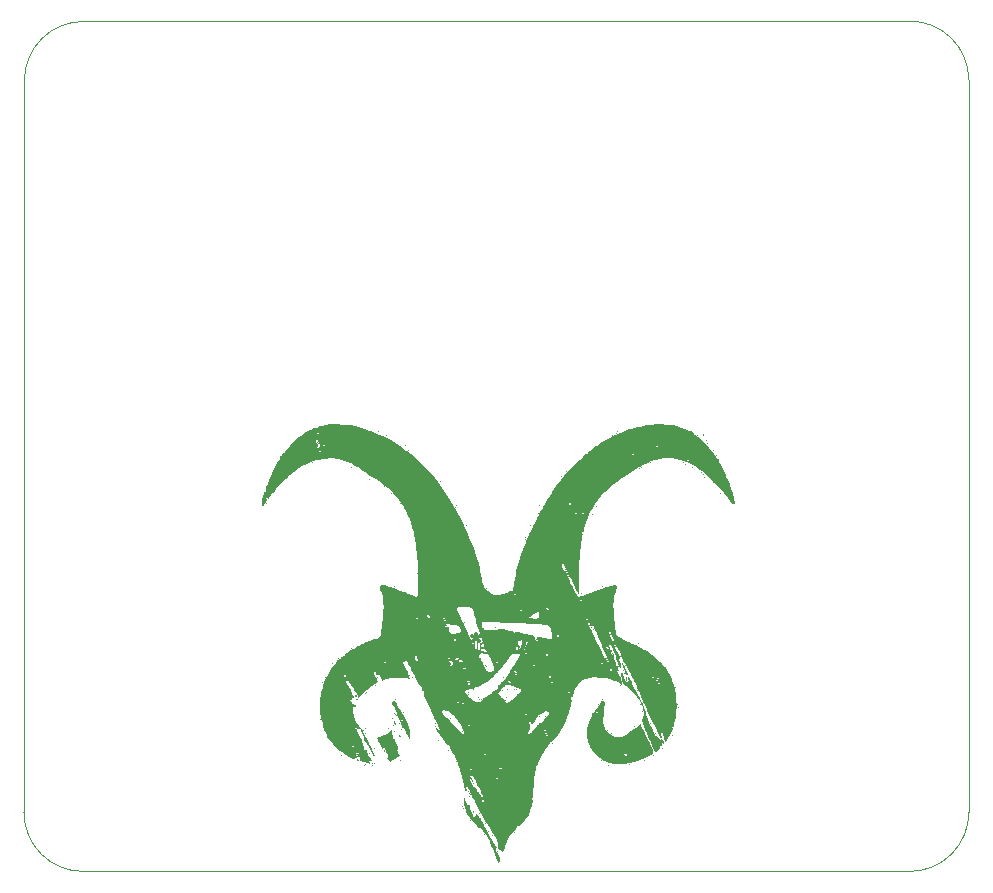
<source format=gbr>
%TF.GenerationSoftware,KiCad,Pcbnew,8.0.5*%
%TF.CreationDate,2025-01-31T12:13:52-06:00*%
%TF.ProjectId,DRAG_SUBSCALE_WIRING,44524147-5f53-4554-9253-43414c455f57,rev?*%
%TF.SameCoordinates,Original*%
%TF.FileFunction,Legend,Bot*%
%TF.FilePolarity,Positive*%
%FSLAX46Y46*%
G04 Gerber Fmt 4.6, Leading zero omitted, Abs format (unit mm)*
G04 Created by KiCad (PCBNEW 8.0.5) date 2025-01-31 12:13:52*
%MOMM*%
%LPD*%
G01*
G04 APERTURE LIST*
%ADD10C,0.300000*%
%ADD11C,0.000000*%
%TA.AperFunction,Profile*%
%ADD12C,0.050000*%
%TD*%
G04 APERTURE END LIST*
D10*
X178486427Y-115454757D02*
X178629285Y-115383328D01*
X178629285Y-115383328D02*
X178843570Y-115383328D01*
X178843570Y-115383328D02*
X179057856Y-115454757D01*
X179057856Y-115454757D02*
X179200713Y-115597614D01*
X179200713Y-115597614D02*
X179272142Y-115740471D01*
X179272142Y-115740471D02*
X179343570Y-116026185D01*
X179343570Y-116026185D02*
X179343570Y-116240471D01*
X179343570Y-116240471D02*
X179272142Y-116526185D01*
X179272142Y-116526185D02*
X179200713Y-116669042D01*
X179200713Y-116669042D02*
X179057856Y-116811900D01*
X179057856Y-116811900D02*
X178843570Y-116883328D01*
X178843570Y-116883328D02*
X178700713Y-116883328D01*
X178700713Y-116883328D02*
X178486427Y-116811900D01*
X178486427Y-116811900D02*
X178414999Y-116740471D01*
X178414999Y-116740471D02*
X178414999Y-116240471D01*
X178414999Y-116240471D02*
X178700713Y-116240471D01*
X177557856Y-115383328D02*
X177557856Y-115740471D01*
X177914999Y-115597614D02*
X177557856Y-115740471D01*
X177557856Y-115740471D02*
X177200713Y-115597614D01*
X177772142Y-116026185D02*
X177557856Y-115740471D01*
X177557856Y-115740471D02*
X177343570Y-116026185D01*
X176414999Y-115383328D02*
X176414999Y-115740471D01*
X176772142Y-115597614D02*
X176414999Y-115740471D01*
X176414999Y-115740471D02*
X176057856Y-115597614D01*
X176629285Y-116026185D02*
X176414999Y-115740471D01*
X176414999Y-115740471D02*
X176200713Y-116026185D01*
X175272142Y-115383328D02*
X175272142Y-115740471D01*
X175629285Y-115597614D02*
X175272142Y-115740471D01*
X175272142Y-115740471D02*
X174914999Y-115597614D01*
X175486428Y-116026185D02*
X175272142Y-115740471D01*
X175272142Y-115740471D02*
X175057856Y-116026185D01*
D11*
%TO.C,G\u002A\u002A\u002A*%
G36*
X157261219Y-104652269D02*
G01*
X157234538Y-104678949D01*
X157207857Y-104652269D01*
X157234538Y-104625588D01*
X157261219Y-104652269D01*
G37*
G36*
X157261219Y-104758991D02*
G01*
X157234538Y-104785672D01*
X157207857Y-104758991D01*
X157234538Y-104732311D01*
X157261219Y-104758991D01*
G37*
G36*
X157421303Y-104812353D02*
G01*
X157394622Y-104839033D01*
X157367941Y-104812353D01*
X157394622Y-104785672D01*
X157421303Y-104812353D01*
G37*
G36*
X157634748Y-104225378D02*
G01*
X157608068Y-104252059D01*
X157581387Y-104225378D01*
X157608068Y-104198697D01*
X157634748Y-104225378D01*
G37*
G36*
X157741471Y-102090924D02*
G01*
X157714790Y-102117605D01*
X157688110Y-102090924D01*
X157714790Y-102064243D01*
X157741471Y-102090924D01*
G37*
G36*
X157794832Y-101984201D02*
G01*
X157768152Y-102010882D01*
X157741471Y-101984201D01*
X157768152Y-101957521D01*
X157794832Y-101984201D01*
G37*
G36*
X157848194Y-103905210D02*
G01*
X157821513Y-103931891D01*
X157794832Y-103905210D01*
X157821513Y-103878529D01*
X157848194Y-103905210D01*
G37*
G36*
X158275084Y-103478319D02*
G01*
X158248404Y-103505000D01*
X158221723Y-103478319D01*
X158248404Y-103451638D01*
X158275084Y-103478319D01*
G37*
G36*
X158435168Y-100650168D02*
G01*
X158408488Y-100676849D01*
X158381807Y-100650168D01*
X158408488Y-100623487D01*
X158435168Y-100650168D01*
G37*
G36*
X158435168Y-100810252D02*
G01*
X158408488Y-100836933D01*
X158381807Y-100810252D01*
X158408488Y-100783571D01*
X158435168Y-100810252D01*
G37*
G36*
X158488530Y-100383361D02*
G01*
X158461849Y-100410042D01*
X158435168Y-100383361D01*
X158461849Y-100356680D01*
X158488530Y-100383361D01*
G37*
G36*
X158595252Y-103104790D02*
G01*
X158568572Y-103131470D01*
X158541891Y-103104790D01*
X158568572Y-103078109D01*
X158595252Y-103104790D01*
G37*
G36*
X158648614Y-102944706D02*
G01*
X158621933Y-102971386D01*
X158595252Y-102944706D01*
X158621933Y-102918025D01*
X158648614Y-102944706D01*
G37*
G36*
X159022143Y-102517815D02*
G01*
X158995462Y-102544496D01*
X158968782Y-102517815D01*
X158995462Y-102491134D01*
X159022143Y-102517815D01*
G37*
G36*
X159128866Y-102411092D02*
G01*
X159102185Y-102437773D01*
X159075504Y-102411092D01*
X159102185Y-102384412D01*
X159128866Y-102411092D01*
G37*
G36*
X159182227Y-102677899D02*
G01*
X159155547Y-102704580D01*
X159128866Y-102677899D01*
X159155547Y-102651218D01*
X159182227Y-102677899D01*
G37*
G36*
X159235589Y-99476218D02*
G01*
X159208908Y-99502899D01*
X159182227Y-99476218D01*
X159208908Y-99449538D01*
X159235589Y-99476218D01*
G37*
G36*
X159555757Y-102037563D02*
G01*
X159529076Y-102064243D01*
X159502395Y-102037563D01*
X159529076Y-102010882D01*
X159555757Y-102037563D01*
G37*
G36*
X160302815Y-101450588D02*
G01*
X160276135Y-101477269D01*
X160249454Y-101450588D01*
X160276135Y-101423907D01*
X160302815Y-101450588D01*
G37*
G36*
X160569622Y-98142185D02*
G01*
X160542941Y-98168865D01*
X160516261Y-98142185D01*
X160542941Y-98115504D01*
X160569622Y-98142185D01*
G37*
G36*
X160569622Y-98355630D02*
G01*
X160542941Y-98382311D01*
X160516261Y-98355630D01*
X160542941Y-98328949D01*
X160569622Y-98355630D01*
G37*
G36*
X160729706Y-98302269D02*
G01*
X160703026Y-98328949D01*
X160676345Y-98302269D01*
X160703026Y-98275588D01*
X160729706Y-98302269D01*
G37*
G36*
X161423404Y-97928739D02*
G01*
X161396723Y-97955420D01*
X161370042Y-97928739D01*
X161396723Y-97902059D01*
X161423404Y-97928739D01*
G37*
G36*
X161476765Y-100863613D02*
G01*
X161450084Y-100890294D01*
X161423404Y-100863613D01*
X161450084Y-100836933D01*
X161476765Y-100863613D01*
G37*
G36*
X162010378Y-121994706D02*
G01*
X161983698Y-122021386D01*
X161957017Y-121994706D01*
X161983698Y-121968025D01*
X162010378Y-121994706D01*
G37*
G36*
X162117101Y-122635042D02*
G01*
X162090420Y-122661722D01*
X162063740Y-122635042D01*
X162090420Y-122608361D01*
X162117101Y-122635042D01*
G37*
G36*
X162223824Y-123115294D02*
G01*
X162197143Y-123141975D01*
X162170462Y-123115294D01*
X162197143Y-123088613D01*
X162223824Y-123115294D01*
G37*
G36*
X162330547Y-119486722D02*
G01*
X162303866Y-119513403D01*
X162277185Y-119486722D01*
X162303866Y-119460042D01*
X162330547Y-119486722D01*
G37*
G36*
X162383908Y-119380000D02*
G01*
X162357227Y-119406680D01*
X162330547Y-119380000D01*
X162357227Y-119353319D01*
X162383908Y-119380000D01*
G37*
G36*
X162437269Y-119113193D02*
G01*
X162410589Y-119139874D01*
X162383908Y-119113193D01*
X162410589Y-119086512D01*
X162437269Y-119113193D01*
G37*
G36*
X162437269Y-119273277D02*
G01*
X162410589Y-119299958D01*
X162383908Y-119273277D01*
X162410589Y-119246596D01*
X162437269Y-119273277D01*
G37*
G36*
X162543992Y-119059832D02*
G01*
X162517311Y-119086512D01*
X162490631Y-119059832D01*
X162517311Y-119033151D01*
X162543992Y-119059832D01*
G37*
G36*
X162597353Y-123969075D02*
G01*
X162570673Y-123995756D01*
X162543992Y-123969075D01*
X162570673Y-123942395D01*
X162597353Y-123969075D01*
G37*
G36*
X162864160Y-124395966D02*
G01*
X162837479Y-124422647D01*
X162810799Y-124395966D01*
X162837479Y-124369285D01*
X162864160Y-124395966D01*
G37*
G36*
X163130967Y-117885882D02*
G01*
X163104286Y-117912563D01*
X163077605Y-117885882D01*
X163104286Y-117859201D01*
X163130967Y-117885882D01*
G37*
G36*
X163130967Y-124769496D02*
G01*
X163104286Y-124796176D01*
X163077605Y-124769496D01*
X163104286Y-124742815D01*
X163130967Y-124769496D01*
G37*
G36*
X163184328Y-124876218D02*
G01*
X163157647Y-124902899D01*
X163130967Y-124876218D01*
X163157647Y-124849538D01*
X163184328Y-124876218D01*
G37*
G36*
X163237689Y-117939243D02*
G01*
X163211009Y-117965924D01*
X163184328Y-117939243D01*
X163211009Y-117912563D01*
X163237689Y-117939243D01*
G37*
G36*
X163344412Y-117832521D02*
G01*
X163317731Y-117859201D01*
X163291051Y-117832521D01*
X163317731Y-117805840D01*
X163344412Y-117832521D01*
G37*
G36*
X163557857Y-125303109D02*
G01*
X163531177Y-125329790D01*
X163504496Y-125303109D01*
X163531177Y-125276428D01*
X163557857Y-125303109D01*
G37*
G36*
X163931387Y-125676638D02*
G01*
X163904706Y-125703319D01*
X163878026Y-125676638D01*
X163904706Y-125649958D01*
X163931387Y-125676638D01*
G37*
G36*
X164731807Y-116498487D02*
G01*
X164705126Y-116525168D01*
X164678446Y-116498487D01*
X164705126Y-116471806D01*
X164731807Y-116498487D01*
G37*
G36*
X164785168Y-101290504D02*
G01*
X164758488Y-101317185D01*
X164731807Y-101290504D01*
X164758488Y-101263823D01*
X164785168Y-101290504D01*
G37*
G36*
X164785168Y-116605210D02*
G01*
X164758488Y-116631891D01*
X164731807Y-116605210D01*
X164758488Y-116578529D01*
X164785168Y-116605210D01*
G37*
G36*
X164838530Y-119966975D02*
G01*
X164811849Y-119993655D01*
X164785168Y-119966975D01*
X164811849Y-119940294D01*
X164838530Y-119966975D01*
G37*
G36*
X164891891Y-101130420D02*
G01*
X164865210Y-101157101D01*
X164838530Y-101130420D01*
X164865210Y-101103739D01*
X164891891Y-101130420D01*
G37*
G36*
X164891891Y-120233781D02*
G01*
X164865210Y-120260462D01*
X164838530Y-120233781D01*
X164865210Y-120207101D01*
X164891891Y-120233781D01*
G37*
G36*
X164891891Y-121247647D02*
G01*
X164865210Y-121274327D01*
X164838530Y-121247647D01*
X164865210Y-121220966D01*
X164891891Y-121247647D01*
G37*
G36*
X164945252Y-120447227D02*
G01*
X164918572Y-120473907D01*
X164891891Y-120447227D01*
X164918572Y-120420546D01*
X164945252Y-120447227D01*
G37*
G36*
X164945252Y-121034201D02*
G01*
X164918572Y-121060882D01*
X164891891Y-121034201D01*
X164918572Y-121007521D01*
X164945252Y-121034201D01*
G37*
G36*
X164998614Y-101237143D02*
G01*
X164971933Y-101263823D01*
X164945252Y-101237143D01*
X164971933Y-101210462D01*
X164998614Y-101237143D01*
G37*
G36*
X165051975Y-120340504D02*
G01*
X165025294Y-120367185D01*
X164998614Y-120340504D01*
X165025294Y-120313823D01*
X165051975Y-120340504D01*
G37*
G36*
X165051975Y-122474958D02*
G01*
X165025294Y-122501638D01*
X164998614Y-122474958D01*
X165025294Y-122448277D01*
X165051975Y-122474958D01*
G37*
G36*
X165105336Y-120447227D02*
G01*
X165078656Y-120473907D01*
X165051975Y-120447227D01*
X165078656Y-120420546D01*
X165105336Y-120447227D01*
G37*
G36*
X165158698Y-120927479D02*
G01*
X165132017Y-120954159D01*
X165105336Y-120927479D01*
X165132017Y-120900798D01*
X165158698Y-120927479D01*
G37*
G36*
X165265420Y-120927479D02*
G01*
X165238740Y-120954159D01*
X165212059Y-120927479D01*
X165238740Y-120900798D01*
X165265420Y-120927479D01*
G37*
G36*
X165265420Y-126210252D02*
G01*
X165238740Y-126236933D01*
X165212059Y-126210252D01*
X165238740Y-126183571D01*
X165265420Y-126210252D01*
G37*
G36*
X165425505Y-116071596D02*
G01*
X165398824Y-116098277D01*
X165372143Y-116071596D01*
X165398824Y-116044916D01*
X165425505Y-116071596D01*
G37*
G36*
X165478866Y-123969075D02*
G01*
X165452185Y-123995756D01*
X165425505Y-123969075D01*
X165452185Y-123942395D01*
X165478866Y-123969075D01*
G37*
G36*
X165638950Y-123969075D02*
G01*
X165612269Y-123995756D01*
X165585589Y-123969075D01*
X165612269Y-123942395D01*
X165638950Y-123969075D01*
G37*
G36*
X165692311Y-116071596D02*
G01*
X165665631Y-116098277D01*
X165638950Y-116071596D01*
X165665631Y-116044916D01*
X165692311Y-116071596D01*
G37*
G36*
X165799034Y-123435462D02*
G01*
X165772353Y-123462143D01*
X165745673Y-123435462D01*
X165772353Y-123408781D01*
X165799034Y-123435462D01*
G37*
G36*
X165799034Y-123542185D02*
G01*
X165772353Y-123568865D01*
X165745673Y-123542185D01*
X165772353Y-123515504D01*
X165799034Y-123542185D01*
G37*
G36*
X165799034Y-124556050D02*
G01*
X165772353Y-124582731D01*
X165745673Y-124556050D01*
X165772353Y-124529370D01*
X165799034Y-124556050D01*
G37*
G36*
X165852395Y-120660672D02*
G01*
X165825715Y-120687353D01*
X165799034Y-120660672D01*
X165825715Y-120633991D01*
X165852395Y-120660672D01*
G37*
G36*
X165852395Y-124716134D02*
G01*
X165825715Y-124742815D01*
X165799034Y-124716134D01*
X165825715Y-124689454D01*
X165852395Y-124716134D01*
G37*
G36*
X165852395Y-126530420D02*
G01*
X165825715Y-126557101D01*
X165799034Y-126530420D01*
X165825715Y-126503739D01*
X165852395Y-126530420D01*
G37*
G36*
X165959118Y-123382101D02*
G01*
X165932437Y-123408781D01*
X165905757Y-123382101D01*
X165932437Y-123355420D01*
X165959118Y-123382101D01*
G37*
G36*
X165959118Y-126423697D02*
G01*
X165932437Y-126450378D01*
X165905757Y-126423697D01*
X165932437Y-126397017D01*
X165959118Y-126423697D01*
G37*
G36*
X166012479Y-120340504D02*
G01*
X165985799Y-120367185D01*
X165959118Y-120340504D01*
X165985799Y-120313823D01*
X166012479Y-120340504D01*
G37*
G36*
X166119202Y-125143025D02*
G01*
X166092521Y-125169706D01*
X166065841Y-125143025D01*
X166092521Y-125116344D01*
X166119202Y-125143025D01*
G37*
G36*
X166119202Y-126637143D02*
G01*
X166092521Y-126663823D01*
X166065841Y-126637143D01*
X166092521Y-126610462D01*
X166119202Y-126637143D01*
G37*
G36*
X166172563Y-102144285D02*
G01*
X166145883Y-102170966D01*
X166119202Y-102144285D01*
X166145883Y-102117605D01*
X166172563Y-102144285D01*
G37*
G36*
X166279286Y-102304370D02*
G01*
X166252605Y-102331050D01*
X166225925Y-102304370D01*
X166252605Y-102277689D01*
X166279286Y-102304370D01*
G37*
G36*
X166279286Y-125196386D02*
G01*
X166252605Y-125223067D01*
X166225925Y-125196386D01*
X166252605Y-125169706D01*
X166279286Y-125196386D01*
G37*
G36*
X166386009Y-120127059D02*
G01*
X166359328Y-120153739D01*
X166332647Y-120127059D01*
X166359328Y-120100378D01*
X166386009Y-120127059D01*
G37*
G36*
X166386009Y-124609412D02*
G01*
X166359328Y-124636092D01*
X166332647Y-124609412D01*
X166359328Y-124582731D01*
X166386009Y-124609412D01*
G37*
G36*
X166386009Y-126583781D02*
G01*
X166359328Y-126610462D01*
X166332647Y-126583781D01*
X166359328Y-126557101D01*
X166386009Y-126583781D01*
G37*
G36*
X166439370Y-102251008D02*
G01*
X166412689Y-102277689D01*
X166386009Y-102251008D01*
X166412689Y-102224328D01*
X166439370Y-102251008D01*
G37*
G36*
X166439370Y-115644706D02*
G01*
X166412689Y-115671386D01*
X166386009Y-115644706D01*
X166412689Y-115618025D01*
X166439370Y-115644706D01*
G37*
G36*
X166546093Y-126530420D02*
G01*
X166519412Y-126557101D01*
X166492731Y-126530420D01*
X166519412Y-126503739D01*
X166546093Y-126530420D01*
G37*
G36*
X166652815Y-124982941D02*
G01*
X166626135Y-125009622D01*
X166599454Y-124982941D01*
X166626135Y-124956260D01*
X166652815Y-124982941D01*
G37*
G36*
X166652815Y-126530420D02*
G01*
X166626135Y-126557101D01*
X166599454Y-126530420D01*
X166626135Y-126503739D01*
X166652815Y-126530420D01*
G37*
G36*
X166706177Y-125089664D02*
G01*
X166679496Y-125116344D01*
X166652815Y-125089664D01*
X166679496Y-125062983D01*
X166706177Y-125089664D01*
G37*
G36*
X166706177Y-125303109D02*
G01*
X166679496Y-125329790D01*
X166652815Y-125303109D01*
X166679496Y-125276428D01*
X166706177Y-125303109D01*
G37*
G36*
X166812899Y-119753529D02*
G01*
X166786219Y-119780210D01*
X166759538Y-119753529D01*
X166786219Y-119726849D01*
X166812899Y-119753529D01*
G37*
G36*
X166866261Y-126370336D02*
G01*
X166839580Y-126397017D01*
X166812899Y-126370336D01*
X166839580Y-126343655D01*
X166866261Y-126370336D01*
G37*
G36*
X166919622Y-102411092D02*
G01*
X166892941Y-102437773D01*
X166866261Y-102411092D01*
X166892941Y-102384412D01*
X166919622Y-102411092D01*
G37*
G36*
X166972983Y-119593445D02*
G01*
X166946303Y-119620126D01*
X166919622Y-119593445D01*
X166946303Y-119566764D01*
X166972983Y-119593445D01*
G37*
G36*
X167026345Y-98248907D02*
G01*
X166999664Y-98275588D01*
X166972983Y-98248907D01*
X166999664Y-98222227D01*
X167026345Y-98248907D01*
G37*
G36*
X167079706Y-102517815D02*
G01*
X167053026Y-102544496D01*
X167026345Y-102517815D01*
X167053026Y-102491134D01*
X167079706Y-102517815D01*
G37*
G36*
X167079706Y-111002269D02*
G01*
X167053026Y-111028949D01*
X167026345Y-111002269D01*
X167053026Y-110975588D01*
X167079706Y-111002269D01*
G37*
G36*
X167079706Y-119753529D02*
G01*
X167053026Y-119780210D01*
X167026345Y-119753529D01*
X167053026Y-119726849D01*
X167079706Y-119753529D01*
G37*
G36*
X167133068Y-98302269D02*
G01*
X167106387Y-98328949D01*
X167079706Y-98302269D01*
X167106387Y-98275588D01*
X167133068Y-98302269D01*
G37*
G36*
X167186429Y-102624538D02*
G01*
X167159748Y-102651218D01*
X167133068Y-102624538D01*
X167159748Y-102597857D01*
X167186429Y-102624538D01*
G37*
G36*
X167186429Y-119326638D02*
G01*
X167159748Y-119353319D01*
X167133068Y-119326638D01*
X167159748Y-119299958D01*
X167186429Y-119326638D01*
G37*
G36*
X167186429Y-119700168D02*
G01*
X167159748Y-119726849D01*
X167133068Y-119700168D01*
X167159748Y-119673487D01*
X167186429Y-119700168D01*
G37*
G36*
X167239790Y-98302269D02*
G01*
X167213110Y-98328949D01*
X167186429Y-98302269D01*
X167213110Y-98275588D01*
X167239790Y-98302269D01*
G37*
G36*
X167239790Y-119219916D02*
G01*
X167213110Y-119246596D01*
X167186429Y-119219916D01*
X167213110Y-119193235D01*
X167239790Y-119219916D01*
G37*
G36*
X167293152Y-102677899D02*
G01*
X167266471Y-102704580D01*
X167239790Y-102677899D01*
X167266471Y-102651218D01*
X167293152Y-102677899D01*
G37*
G36*
X167506597Y-103104790D02*
G01*
X167479916Y-103131470D01*
X167453236Y-103104790D01*
X167479916Y-103078109D01*
X167506597Y-103104790D01*
G37*
G36*
X167559958Y-102891344D02*
G01*
X167533278Y-102918025D01*
X167506597Y-102891344D01*
X167533278Y-102864664D01*
X167559958Y-102891344D01*
G37*
G36*
X167720042Y-98569075D02*
G01*
X167693362Y-98595756D01*
X167666681Y-98569075D01*
X167693362Y-98542395D01*
X167720042Y-98569075D01*
G37*
G36*
X167773404Y-125676638D02*
G01*
X167746723Y-125703319D01*
X167720042Y-125676638D01*
X167746723Y-125649958D01*
X167773404Y-125676638D01*
G37*
G36*
X167826765Y-103211512D02*
G01*
X167800084Y-103238193D01*
X167773404Y-103211512D01*
X167800084Y-103184832D01*
X167826765Y-103211512D01*
G37*
G36*
X167880126Y-123382101D02*
G01*
X167853446Y-123408781D01*
X167826765Y-123382101D01*
X167853446Y-123355420D01*
X167880126Y-123382101D01*
G37*
G36*
X167880126Y-123488823D02*
G01*
X167853446Y-123515504D01*
X167826765Y-123488823D01*
X167853446Y-123462143D01*
X167880126Y-123488823D01*
G37*
G36*
X167933488Y-123275378D02*
G01*
X167906807Y-123302059D01*
X167880126Y-123275378D01*
X167906807Y-123248697D01*
X167933488Y-123275378D01*
G37*
G36*
X167986849Y-103424958D02*
G01*
X167960168Y-103451638D01*
X167933488Y-103424958D01*
X167960168Y-103398277D01*
X167986849Y-103424958D01*
G37*
G36*
X168093572Y-98835882D02*
G01*
X168066891Y-98862563D01*
X168040210Y-98835882D01*
X168066891Y-98809201D01*
X168093572Y-98835882D01*
G37*
G36*
X168146933Y-123328739D02*
G01*
X168120252Y-123355420D01*
X168093572Y-123328739D01*
X168120252Y-123302059D01*
X168146933Y-123328739D01*
G37*
G36*
X168253656Y-103531680D02*
G01*
X168226975Y-103558361D01*
X168200294Y-103531680D01*
X168226975Y-103505000D01*
X168253656Y-103531680D01*
G37*
G36*
X168253656Y-122261512D02*
G01*
X168226975Y-122288193D01*
X168200294Y-122261512D01*
X168226975Y-122234832D01*
X168253656Y-122261512D01*
G37*
G36*
X168253656Y-122528319D02*
G01*
X168226975Y-122555000D01*
X168200294Y-122528319D01*
X168226975Y-122501638D01*
X168253656Y-122528319D01*
G37*
G36*
X168307017Y-120714033D02*
G01*
X168280336Y-120740714D01*
X168253656Y-120714033D01*
X168280336Y-120687353D01*
X168307017Y-120714033D01*
G37*
G36*
X168307017Y-123595546D02*
G01*
X168280336Y-123622227D01*
X168253656Y-123595546D01*
X168280336Y-123568865D01*
X168307017Y-123595546D01*
G37*
G36*
X168307017Y-126156891D02*
G01*
X168280336Y-126183571D01*
X168253656Y-126156891D01*
X168280336Y-126130210D01*
X168307017Y-126156891D01*
G37*
G36*
X168413740Y-111375798D02*
G01*
X168387059Y-111402479D01*
X168360378Y-111375798D01*
X168387059Y-111349117D01*
X168413740Y-111375798D01*
G37*
G36*
X168413740Y-123648907D02*
G01*
X168387059Y-123675588D01*
X168360378Y-123648907D01*
X168387059Y-123622227D01*
X168413740Y-123648907D01*
G37*
G36*
X168467101Y-119219916D02*
G01*
X168440420Y-119246596D01*
X168413740Y-119219916D01*
X168440420Y-119193235D01*
X168467101Y-119219916D01*
G37*
G36*
X168467101Y-120927479D02*
G01*
X168440420Y-120954159D01*
X168413740Y-120927479D01*
X168440420Y-120900798D01*
X168467101Y-120927479D01*
G37*
G36*
X168467101Y-122208151D02*
G01*
X168440420Y-122234832D01*
X168413740Y-122208151D01*
X168440420Y-122181470D01*
X168467101Y-122208151D01*
G37*
G36*
X168520462Y-123915714D02*
G01*
X168493782Y-123942395D01*
X168467101Y-123915714D01*
X168493782Y-123889033D01*
X168520462Y-123915714D01*
G37*
G36*
X168520462Y-124395966D02*
G01*
X168493782Y-124422647D01*
X168467101Y-124395966D01*
X168493782Y-124369285D01*
X168520462Y-124395966D01*
G37*
G36*
X168627185Y-119219916D02*
G01*
X168600504Y-119246596D01*
X168573824Y-119219916D01*
X168600504Y-119193235D01*
X168627185Y-119219916D01*
G37*
G36*
X168680547Y-122581680D02*
G01*
X168653866Y-122608361D01*
X168627185Y-122581680D01*
X168653866Y-122555000D01*
X168680547Y-122581680D01*
G37*
G36*
X168787269Y-104172017D02*
G01*
X168760589Y-104198697D01*
X168733908Y-104172017D01*
X168760589Y-104145336D01*
X168787269Y-104172017D01*
G37*
G36*
X168840631Y-111589243D02*
G01*
X168813950Y-111615924D01*
X168787269Y-111589243D01*
X168813950Y-111562563D01*
X168840631Y-111589243D01*
G37*
G36*
X168840631Y-121140924D02*
G01*
X168813950Y-121167605D01*
X168787269Y-121140924D01*
X168813950Y-121114243D01*
X168840631Y-121140924D01*
G37*
G36*
X168840631Y-122955210D02*
G01*
X168813950Y-122981891D01*
X168787269Y-122955210D01*
X168813950Y-122928529D01*
X168840631Y-122955210D01*
G37*
G36*
X168893992Y-123168655D02*
G01*
X168867311Y-123195336D01*
X168840631Y-123168655D01*
X168867311Y-123141975D01*
X168893992Y-123168655D01*
G37*
G36*
X168893992Y-126103529D02*
G01*
X168867311Y-126130210D01*
X168840631Y-126103529D01*
X168867311Y-126076849D01*
X168893992Y-126103529D01*
G37*
G36*
X168947353Y-111642605D02*
G01*
X168920673Y-111669285D01*
X168893992Y-111642605D01*
X168920673Y-111615924D01*
X168947353Y-111642605D01*
G37*
G36*
X168947353Y-125623277D02*
G01*
X168920673Y-125649958D01*
X168893992Y-125623277D01*
X168920673Y-125596596D01*
X168947353Y-125623277D01*
G37*
G36*
X169000715Y-126156891D02*
G01*
X168974034Y-126183571D01*
X168947353Y-126156891D01*
X168974034Y-126130210D01*
X169000715Y-126156891D01*
G37*
G36*
X169054076Y-99476218D02*
G01*
X169027395Y-99502899D01*
X169000715Y-99476218D01*
X169027395Y-99449538D01*
X169054076Y-99476218D01*
G37*
G36*
X169107437Y-104865714D02*
G01*
X169080757Y-104892395D01*
X169054076Y-104865714D01*
X169080757Y-104839033D01*
X169107437Y-104865714D01*
G37*
G36*
X169267521Y-105239243D02*
G01*
X169240841Y-105265924D01*
X169214160Y-105239243D01*
X169240841Y-105212563D01*
X169267521Y-105239243D01*
G37*
G36*
X169320883Y-99422857D02*
G01*
X169294202Y-99449538D01*
X169267521Y-99422857D01*
X169294202Y-99396176D01*
X169320883Y-99422857D01*
G37*
G36*
X169374244Y-99636302D02*
G01*
X169347563Y-99662983D01*
X169320883Y-99636302D01*
X169347563Y-99609622D01*
X169374244Y-99636302D01*
G37*
G36*
X169374244Y-117939243D02*
G01*
X169347563Y-117965924D01*
X169320883Y-117939243D01*
X169347563Y-117912563D01*
X169374244Y-117939243D01*
G37*
G36*
X169374244Y-122474958D02*
G01*
X169347563Y-122501638D01*
X169320883Y-122474958D01*
X169347563Y-122448277D01*
X169374244Y-122474958D01*
G37*
G36*
X169480967Y-124022437D02*
G01*
X169454286Y-124049117D01*
X169427605Y-124022437D01*
X169454286Y-123995756D01*
X169480967Y-124022437D01*
G37*
G36*
X169534328Y-105879580D02*
G01*
X169507647Y-105906260D01*
X169480967Y-105879580D01*
X169507647Y-105852899D01*
X169534328Y-105879580D01*
G37*
G36*
X169534328Y-119326638D02*
G01*
X169507647Y-119353319D01*
X169480967Y-119326638D01*
X169507647Y-119299958D01*
X169534328Y-119326638D01*
G37*
G36*
X169587689Y-99849748D02*
G01*
X169561009Y-99876428D01*
X169534328Y-99849748D01*
X169561009Y-99823067D01*
X169587689Y-99849748D01*
G37*
G36*
X169587689Y-111909412D02*
G01*
X169561009Y-111936092D01*
X169534328Y-111909412D01*
X169561009Y-111882731D01*
X169587689Y-111909412D01*
G37*
G36*
X169587689Y-124342605D02*
G01*
X169561009Y-124369285D01*
X169534328Y-124342605D01*
X169561009Y-124315924D01*
X169587689Y-124342605D01*
G37*
G36*
X169694412Y-106093025D02*
G01*
X169667731Y-106119706D01*
X169641051Y-106093025D01*
X169667731Y-106066344D01*
X169694412Y-106093025D01*
G37*
G36*
X169694412Y-111856050D02*
G01*
X169667731Y-111882731D01*
X169641051Y-111856050D01*
X169667731Y-111829370D01*
X169694412Y-111856050D01*
G37*
G36*
X169694412Y-118899748D02*
G01*
X169667731Y-118926428D01*
X169641051Y-118899748D01*
X169667731Y-118873067D01*
X169694412Y-118899748D01*
G37*
G36*
X169747773Y-119006470D02*
G01*
X169721093Y-119033151D01*
X169694412Y-119006470D01*
X169721093Y-118979790D01*
X169747773Y-119006470D01*
G37*
G36*
X169801135Y-119166554D02*
G01*
X169774454Y-119193235D01*
X169747773Y-119166554D01*
X169774454Y-119139874D01*
X169801135Y-119166554D01*
G37*
G36*
X169854496Y-112016134D02*
G01*
X169827815Y-112042815D01*
X169801135Y-112016134D01*
X169827815Y-111989454D01*
X169854496Y-112016134D01*
G37*
G36*
X169854496Y-123915714D02*
G01*
X169827815Y-123942395D01*
X169801135Y-123915714D01*
X169827815Y-123889033D01*
X169854496Y-123915714D01*
G37*
G36*
X169907857Y-119059832D02*
G01*
X169881177Y-119086512D01*
X169854496Y-119059832D01*
X169881177Y-119033151D01*
X169907857Y-119059832D01*
G37*
G36*
X169961219Y-106786722D02*
G01*
X169934538Y-106813403D01*
X169907857Y-106786722D01*
X169934538Y-106760042D01*
X169961219Y-106786722D01*
G37*
G36*
X170121303Y-119113193D02*
G01*
X170094622Y-119139874D01*
X170067941Y-119113193D01*
X170094622Y-119086512D01*
X170121303Y-119113193D01*
G37*
G36*
X170228026Y-117298907D02*
G01*
X170201345Y-117325588D01*
X170174664Y-117298907D01*
X170201345Y-117272227D01*
X170228026Y-117298907D01*
G37*
G36*
X170281387Y-100383361D02*
G01*
X170254706Y-100410042D01*
X170228026Y-100383361D01*
X170254706Y-100356680D01*
X170281387Y-100383361D01*
G37*
G36*
X170334748Y-109988403D02*
G01*
X170308068Y-110015084D01*
X170281387Y-109988403D01*
X170308068Y-109961722D01*
X170334748Y-109988403D01*
G37*
G36*
X170334748Y-110255210D02*
G01*
X170308068Y-110281891D01*
X170281387Y-110255210D01*
X170308068Y-110228529D01*
X170334748Y-110255210D01*
G37*
G36*
X170334748Y-111429159D02*
G01*
X170308068Y-111455840D01*
X170281387Y-111429159D01*
X170308068Y-111402479D01*
X170334748Y-111429159D01*
G37*
G36*
X170388110Y-119700168D02*
G01*
X170361429Y-119726849D01*
X170334748Y-119700168D01*
X170361429Y-119673487D01*
X170388110Y-119700168D01*
G37*
G36*
X170548194Y-100703529D02*
G01*
X170521513Y-100730210D01*
X170494832Y-100703529D01*
X170521513Y-100676849D01*
X170548194Y-100703529D01*
G37*
G36*
X170761639Y-120180420D02*
G01*
X170734958Y-120207101D01*
X170708278Y-120180420D01*
X170734958Y-120153739D01*
X170761639Y-120180420D01*
G37*
G36*
X170815000Y-121034201D02*
G01*
X170788320Y-121060882D01*
X170761639Y-121034201D01*
X170788320Y-121007521D01*
X170815000Y-121034201D01*
G37*
G36*
X170975084Y-101077059D02*
G01*
X170948404Y-101103739D01*
X170921723Y-101077059D01*
X170948404Y-101050378D01*
X170975084Y-101077059D01*
G37*
G36*
X171081807Y-101237143D02*
G01*
X171055126Y-101263823D01*
X171028446Y-101237143D01*
X171055126Y-101210462D01*
X171081807Y-101237143D01*
G37*
G36*
X171241891Y-121674538D02*
G01*
X171215210Y-121701218D01*
X171188530Y-121674538D01*
X171215210Y-121647857D01*
X171241891Y-121674538D01*
G37*
G36*
X171615420Y-123328739D02*
G01*
X171588740Y-123355420D01*
X171562059Y-123328739D01*
X171588740Y-123302059D01*
X171615420Y-123328739D01*
G37*
G36*
X171828866Y-102037563D02*
G01*
X171802185Y-102064243D01*
X171775504Y-102037563D01*
X171802185Y-102010882D01*
X171828866Y-102037563D01*
G37*
G36*
X171882227Y-123595546D02*
G01*
X171855547Y-123622227D01*
X171828866Y-123595546D01*
X171855547Y-123568865D01*
X171882227Y-123595546D01*
G37*
G36*
X171935589Y-123115294D02*
G01*
X171908908Y-123141975D01*
X171882227Y-123115294D01*
X171908908Y-123088613D01*
X171935589Y-123115294D01*
G37*
G36*
X172095673Y-124129159D02*
G01*
X172068992Y-124155840D01*
X172042311Y-124129159D01*
X172068992Y-124102479D01*
X172095673Y-124129159D01*
G37*
G36*
X172149034Y-124395966D02*
G01*
X172122353Y-124422647D01*
X172095673Y-124395966D01*
X172122353Y-124369285D01*
X172149034Y-124395966D01*
G37*
G36*
X172255757Y-102571176D02*
G01*
X172229076Y-102597857D01*
X172202395Y-102571176D01*
X172229076Y-102544496D01*
X172255757Y-102571176D01*
G37*
G36*
X172255757Y-124289243D02*
G01*
X172229076Y-124315924D01*
X172202395Y-124289243D01*
X172229076Y-124262563D01*
X172255757Y-124289243D01*
G37*
G36*
X172255757Y-124449328D02*
G01*
X172229076Y-124476008D01*
X172202395Y-124449328D01*
X172229076Y-124422647D01*
X172255757Y-124449328D01*
G37*
G36*
X172415841Y-102837983D02*
G01*
X172389160Y-102864664D01*
X172362479Y-102837983D01*
X172389160Y-102811302D01*
X172415841Y-102837983D01*
G37*
G36*
X172415841Y-124289243D02*
G01*
X172389160Y-124315924D01*
X172362479Y-124289243D01*
X172389160Y-124262563D01*
X172415841Y-124289243D01*
G37*
G36*
X172522563Y-124716134D02*
G01*
X172495883Y-124742815D01*
X172469202Y-124716134D01*
X172495883Y-124689454D01*
X172522563Y-124716134D01*
G37*
G36*
X172575925Y-103051428D02*
G01*
X172549244Y-103078109D01*
X172522563Y-103051428D01*
X172549244Y-103024748D01*
X172575925Y-103051428D01*
G37*
G36*
X172682647Y-122048067D02*
G01*
X172655967Y-122074748D01*
X172629286Y-122048067D01*
X172655967Y-122021386D01*
X172682647Y-122048067D01*
G37*
G36*
X172682647Y-122208151D02*
G01*
X172655967Y-122234832D01*
X172629286Y-122208151D01*
X172655967Y-122181470D01*
X172682647Y-122208151D01*
G37*
G36*
X172736009Y-124716134D02*
G01*
X172709328Y-124742815D01*
X172682647Y-124716134D01*
X172709328Y-124689454D01*
X172736009Y-124716134D01*
G37*
G36*
X172789370Y-122261512D02*
G01*
X172762689Y-122288193D01*
X172736009Y-122261512D01*
X172762689Y-122234832D01*
X172789370Y-122261512D01*
G37*
G36*
X172949454Y-125143025D02*
G01*
X172922773Y-125169706D01*
X172896093Y-125143025D01*
X172922773Y-125116344D01*
X172949454Y-125143025D01*
G37*
G36*
X172949454Y-125249748D02*
G01*
X172922773Y-125276428D01*
X172896093Y-125249748D01*
X172922773Y-125223067D01*
X172949454Y-125249748D01*
G37*
G36*
X173002815Y-122314874D02*
G01*
X172976135Y-122341554D01*
X172949454Y-122314874D01*
X172976135Y-122288193D01*
X173002815Y-122314874D01*
G37*
G36*
X173056177Y-122154790D02*
G01*
X173029496Y-122181470D01*
X173002815Y-122154790D01*
X173029496Y-122128109D01*
X173056177Y-122154790D01*
G37*
G36*
X173056177Y-125303109D02*
G01*
X173029496Y-125329790D01*
X173002815Y-125303109D01*
X173029496Y-125276428D01*
X173056177Y-125303109D01*
G37*
G36*
X173109538Y-115111092D02*
G01*
X173082857Y-115137773D01*
X173056177Y-115111092D01*
X173082857Y-115084412D01*
X173109538Y-115111092D01*
G37*
G36*
X173109538Y-122261512D02*
G01*
X173082857Y-122288193D01*
X173056177Y-122261512D01*
X173082857Y-122234832D01*
X173109538Y-122261512D01*
G37*
G36*
X173109538Y-125196386D02*
G01*
X173082857Y-125223067D01*
X173056177Y-125196386D01*
X173082857Y-125169706D01*
X173109538Y-125196386D01*
G37*
G36*
X173162899Y-122528319D02*
G01*
X173136219Y-122555000D01*
X173109538Y-122528319D01*
X173136219Y-122501638D01*
X173162899Y-122528319D01*
G37*
G36*
X173162899Y-125356470D02*
G01*
X173136219Y-125383151D01*
X173109538Y-125356470D01*
X173136219Y-125329790D01*
X173162899Y-125356470D01*
G37*
G36*
X173376345Y-122741764D02*
G01*
X173349664Y-122768445D01*
X173322983Y-122741764D01*
X173349664Y-122715084D01*
X173376345Y-122741764D01*
G37*
G36*
X173429706Y-115271176D02*
G01*
X173403026Y-115297857D01*
X173376345Y-115271176D01*
X173403026Y-115244496D01*
X173429706Y-115271176D01*
G37*
G36*
X173483068Y-122741764D02*
G01*
X173456387Y-122768445D01*
X173429706Y-122741764D01*
X173456387Y-122715084D01*
X173483068Y-122741764D01*
G37*
G36*
X173483068Y-126156891D02*
G01*
X173456387Y-126183571D01*
X173429706Y-126156891D01*
X173456387Y-126130210D01*
X173483068Y-126156891D01*
G37*
G36*
X173643152Y-104492185D02*
G01*
X173616471Y-104518865D01*
X173589790Y-104492185D01*
X173616471Y-104465504D01*
X173643152Y-104492185D01*
G37*
G36*
X173643152Y-104812353D02*
G01*
X173616471Y-104839033D01*
X173589790Y-104812353D01*
X173616471Y-104785672D01*
X173643152Y-104812353D01*
G37*
G36*
X173856597Y-126690504D02*
G01*
X173829916Y-126717185D01*
X173803236Y-126690504D01*
X173829916Y-126663823D01*
X173856597Y-126690504D01*
G37*
G36*
X173963320Y-105399327D02*
G01*
X173936639Y-105426008D01*
X173909958Y-105399327D01*
X173936639Y-105372647D01*
X173963320Y-105399327D01*
G37*
G36*
X174176765Y-129465294D02*
G01*
X174150084Y-129491975D01*
X174123404Y-129465294D01*
X174150084Y-129438613D01*
X174176765Y-129465294D01*
G37*
G36*
X174230126Y-123755630D02*
G01*
X174203446Y-123782311D01*
X174176765Y-123755630D01*
X174203446Y-123728949D01*
X174230126Y-123755630D01*
G37*
G36*
X174230126Y-128664874D02*
G01*
X174203446Y-128691554D01*
X174176765Y-128664874D01*
X174203446Y-128638193D01*
X174230126Y-128664874D01*
G37*
G36*
X174230126Y-130158991D02*
G01*
X174203446Y-130185672D01*
X174176765Y-130158991D01*
X174203446Y-130132311D01*
X174230126Y-130158991D01*
G37*
G36*
X174230126Y-130906050D02*
G01*
X174203446Y-130932731D01*
X174176765Y-130906050D01*
X174203446Y-130879370D01*
X174230126Y-130906050D01*
G37*
G36*
X174336849Y-114417395D02*
G01*
X174310168Y-114444075D01*
X174283488Y-114417395D01*
X174310168Y-114390714D01*
X174336849Y-114417395D01*
G37*
G36*
X174390210Y-106253109D02*
G01*
X174363530Y-106279790D01*
X174336849Y-106253109D01*
X174363530Y-106226428D01*
X174390210Y-106253109D01*
G37*
G36*
X174443572Y-130639243D02*
G01*
X174416891Y-130665924D01*
X174390210Y-130639243D01*
X174416891Y-130612563D01*
X174443572Y-130639243D01*
G37*
G36*
X174496933Y-106199748D02*
G01*
X174470252Y-106226428D01*
X174443572Y-106199748D01*
X174470252Y-106173067D01*
X174496933Y-106199748D01*
G37*
G36*
X174496933Y-106466554D02*
G01*
X174470252Y-106493235D01*
X174443572Y-106466554D01*
X174470252Y-106439874D01*
X174496933Y-106466554D01*
G37*
G36*
X174496933Y-129411933D02*
G01*
X174470252Y-129438613D01*
X174443572Y-129411933D01*
X174470252Y-129385252D01*
X174496933Y-129411933D01*
G37*
G36*
X174603656Y-113243445D02*
G01*
X174576975Y-113270126D01*
X174550294Y-113243445D01*
X174576975Y-113216764D01*
X174603656Y-113243445D01*
G37*
G36*
X174657017Y-113350168D02*
G01*
X174630336Y-113376849D01*
X174603656Y-113350168D01*
X174630336Y-113323487D01*
X174657017Y-113350168D01*
G37*
G36*
X174657017Y-120340504D02*
G01*
X174630336Y-120367185D01*
X174603656Y-120340504D01*
X174630336Y-120313823D01*
X174657017Y-120340504D01*
G37*
G36*
X174657017Y-120500588D02*
G01*
X174630336Y-120527269D01*
X174603656Y-120500588D01*
X174630336Y-120473907D01*
X174657017Y-120500588D01*
G37*
G36*
X174657017Y-128718235D02*
G01*
X174630336Y-128744916D01*
X174603656Y-128718235D01*
X174630336Y-128691554D01*
X174657017Y-128718235D01*
G37*
G36*
X174657017Y-131066134D02*
G01*
X174630336Y-131092815D01*
X174603656Y-131066134D01*
X174630336Y-131039454D01*
X174657017Y-131066134D01*
G37*
G36*
X174763740Y-128878319D02*
G01*
X174737059Y-128905000D01*
X174710378Y-128878319D01*
X174737059Y-128851638D01*
X174763740Y-128878319D01*
G37*
G36*
X174763740Y-129145126D02*
G01*
X174737059Y-129171806D01*
X174710378Y-129145126D01*
X174737059Y-129118445D01*
X174763740Y-129145126D01*
G37*
G36*
X174817101Y-128985042D02*
G01*
X174790420Y-129011722D01*
X174763740Y-128985042D01*
X174790420Y-128958361D01*
X174817101Y-128985042D01*
G37*
G36*
X174817101Y-131172857D02*
G01*
X174790420Y-131199538D01*
X174763740Y-131172857D01*
X174790420Y-131146176D01*
X174817101Y-131172857D01*
G37*
G36*
X174870462Y-107320336D02*
G01*
X174843782Y-107347017D01*
X174817101Y-107320336D01*
X174843782Y-107293655D01*
X174870462Y-107320336D01*
G37*
G36*
X174870462Y-120607311D02*
G01*
X174843782Y-120633991D01*
X174817101Y-120607311D01*
X174843782Y-120580630D01*
X174870462Y-120607311D01*
G37*
G36*
X174923824Y-113350168D02*
G01*
X174897143Y-113376849D01*
X174870462Y-113350168D01*
X174897143Y-113323487D01*
X174923824Y-113350168D01*
G37*
G36*
X174923824Y-120233781D02*
G01*
X174897143Y-120260462D01*
X174870462Y-120233781D01*
X174897143Y-120207101D01*
X174923824Y-120233781D01*
G37*
G36*
X174923824Y-131279580D02*
G01*
X174897143Y-131306260D01*
X174870462Y-131279580D01*
X174897143Y-131252899D01*
X174923824Y-131279580D01*
G37*
G36*
X175030547Y-129411933D02*
G01*
X175003866Y-129438613D01*
X174977185Y-129411933D01*
X175003866Y-129385252D01*
X175030547Y-129411933D01*
G37*
G36*
X175030547Y-129518655D02*
G01*
X175003866Y-129545336D01*
X174977185Y-129518655D01*
X175003866Y-129491975D01*
X175030547Y-129518655D01*
G37*
G36*
X175083908Y-120073697D02*
G01*
X175057227Y-120100378D01*
X175030547Y-120073697D01*
X175057227Y-120047017D01*
X175083908Y-120073697D01*
G37*
G36*
X175137269Y-120820756D02*
G01*
X175110589Y-120847437D01*
X175083908Y-120820756D01*
X175110589Y-120794075D01*
X175137269Y-120820756D01*
G37*
G36*
X175137269Y-120927479D02*
G01*
X175110589Y-120954159D01*
X175083908Y-120927479D01*
X175110589Y-120900798D01*
X175137269Y-120927479D01*
G37*
G36*
X175243992Y-129838823D02*
G01*
X175217311Y-129865504D01*
X175190631Y-129838823D01*
X175217311Y-129812143D01*
X175243992Y-129838823D01*
G37*
G36*
X175297353Y-131653109D02*
G01*
X175270673Y-131679790D01*
X175243992Y-131653109D01*
X175270673Y-131626428D01*
X175297353Y-131653109D01*
G37*
G36*
X175350715Y-120020336D02*
G01*
X175324034Y-120047017D01*
X175297353Y-120020336D01*
X175324034Y-119993655D01*
X175350715Y-120020336D01*
G37*
G36*
X175350715Y-120233781D02*
G01*
X175324034Y-120260462D01*
X175297353Y-120233781D01*
X175324034Y-120207101D01*
X175350715Y-120233781D01*
G37*
G36*
X175350715Y-128237983D02*
G01*
X175324034Y-128264664D01*
X175297353Y-128237983D01*
X175324034Y-128211302D01*
X175350715Y-128237983D01*
G37*
G36*
X175350715Y-128344706D02*
G01*
X175324034Y-128371386D01*
X175297353Y-128344706D01*
X175324034Y-128318025D01*
X175350715Y-128344706D01*
G37*
G36*
X175350715Y-130479159D02*
G01*
X175324034Y-130505840D01*
X175297353Y-130479159D01*
X175324034Y-130452479D01*
X175350715Y-130479159D01*
G37*
G36*
X175510799Y-120767395D02*
G01*
X175484118Y-120794075D01*
X175457437Y-120767395D01*
X175484118Y-120740714D01*
X175510799Y-120767395D01*
G37*
G36*
X175510799Y-130639243D02*
G01*
X175484118Y-130665924D01*
X175457437Y-130639243D01*
X175484118Y-130612563D01*
X175510799Y-130639243D01*
G37*
G36*
X175617521Y-120927479D02*
G01*
X175590841Y-120954159D01*
X175564160Y-120927479D01*
X175590841Y-120900798D01*
X175617521Y-120927479D01*
G37*
G36*
X175617521Y-130585882D02*
G01*
X175590841Y-130612563D01*
X175564160Y-130585882D01*
X175590841Y-130559201D01*
X175617521Y-130585882D01*
G37*
G36*
X175670883Y-116071596D02*
G01*
X175644202Y-116098277D01*
X175617521Y-116071596D01*
X175644202Y-116044916D01*
X175670883Y-116071596D01*
G37*
G36*
X175670883Y-117352269D02*
G01*
X175644202Y-117378949D01*
X175617521Y-117352269D01*
X175644202Y-117325588D01*
X175670883Y-117352269D01*
G37*
G36*
X175724244Y-128985042D02*
G01*
X175697563Y-129011722D01*
X175670883Y-128985042D01*
X175697563Y-128958361D01*
X175724244Y-128985042D01*
G37*
G36*
X175777605Y-109988403D02*
G01*
X175750925Y-110015084D01*
X175724244Y-109988403D01*
X175750925Y-109961722D01*
X175777605Y-109988403D01*
G37*
G36*
X175777605Y-117245546D02*
G01*
X175750925Y-117272227D01*
X175724244Y-117245546D01*
X175750925Y-117218865D01*
X175777605Y-117245546D01*
G37*
G36*
X175884328Y-131066134D02*
G01*
X175857647Y-131092815D01*
X175830967Y-131066134D01*
X175857647Y-131039454D01*
X175884328Y-131066134D01*
G37*
G36*
X175884328Y-131172857D02*
G01*
X175857647Y-131199538D01*
X175830967Y-131172857D01*
X175857647Y-131146176D01*
X175884328Y-131172857D01*
G37*
G36*
X175884328Y-132293445D02*
G01*
X175857647Y-132320126D01*
X175830967Y-132293445D01*
X175857647Y-132266764D01*
X175884328Y-132293445D01*
G37*
G36*
X176097773Y-110895546D02*
G01*
X176071093Y-110922227D01*
X176044412Y-110895546D01*
X176071093Y-110868865D01*
X176097773Y-110895546D01*
G37*
G36*
X176097773Y-114897647D02*
G01*
X176071093Y-114924328D01*
X176044412Y-114897647D01*
X176071093Y-114870966D01*
X176097773Y-114897647D01*
G37*
G36*
X176097773Y-118045966D02*
G01*
X176071093Y-118072647D01*
X176044412Y-118045966D01*
X176071093Y-118019285D01*
X176097773Y-118045966D01*
G37*
G36*
X176204496Y-111535882D02*
G01*
X176177815Y-111562563D01*
X176151135Y-111535882D01*
X176177815Y-111509201D01*
X176204496Y-111535882D01*
G37*
G36*
X176204496Y-117245546D02*
G01*
X176177815Y-117272227D01*
X176151135Y-117245546D01*
X176177815Y-117218865D01*
X176204496Y-117245546D01*
G37*
G36*
X176204496Y-131706470D02*
G01*
X176177815Y-131733151D01*
X176151135Y-131706470D01*
X176177815Y-131679790D01*
X176204496Y-131706470D01*
G37*
G36*
X176257857Y-131546386D02*
G01*
X176231177Y-131573067D01*
X176204496Y-131546386D01*
X176231177Y-131519706D01*
X176257857Y-131546386D01*
G37*
G36*
X176311219Y-132880420D02*
G01*
X176284538Y-132907101D01*
X176257857Y-132880420D01*
X176284538Y-132853739D01*
X176311219Y-132880420D01*
G37*
G36*
X176364580Y-132987143D02*
G01*
X176337899Y-133013823D01*
X176311219Y-132987143D01*
X176337899Y-132960462D01*
X176364580Y-132987143D01*
G37*
G36*
X176471303Y-120287143D02*
G01*
X176444622Y-120313823D01*
X176417941Y-120287143D01*
X176444622Y-120260462D01*
X176471303Y-120287143D01*
G37*
G36*
X176471303Y-132080000D02*
G01*
X176444622Y-132106680D01*
X176417941Y-132080000D01*
X176444622Y-132053319D01*
X176471303Y-132080000D01*
G37*
G36*
X176471303Y-132400168D02*
G01*
X176444622Y-132426849D01*
X176417941Y-132400168D01*
X176444622Y-132373487D01*
X176471303Y-132400168D01*
G37*
G36*
X176524664Y-132506891D02*
G01*
X176497983Y-132533571D01*
X176471303Y-132506891D01*
X176497983Y-132480210D01*
X176524664Y-132506891D01*
G37*
G36*
X176524664Y-133307311D02*
G01*
X176497983Y-133333991D01*
X176471303Y-133307311D01*
X176497983Y-133280630D01*
X176524664Y-133307311D01*
G37*
G36*
X176578026Y-111802689D02*
G01*
X176551345Y-111829370D01*
X176524664Y-111802689D01*
X176551345Y-111776008D01*
X176578026Y-111802689D01*
G37*
G36*
X176684748Y-132453529D02*
G01*
X176658068Y-132480210D01*
X176631387Y-132453529D01*
X176658068Y-132426849D01*
X176684748Y-132453529D01*
G37*
G36*
X176738110Y-119273277D02*
G01*
X176711429Y-119299958D01*
X176684748Y-119273277D01*
X176711429Y-119246596D01*
X176738110Y-119273277D01*
G37*
G36*
X176738110Y-133894285D02*
G01*
X176711429Y-133920966D01*
X176684748Y-133894285D01*
X176711429Y-133867605D01*
X176738110Y-133894285D01*
G37*
G36*
X176951555Y-114844285D02*
G01*
X176924874Y-114870966D01*
X176898194Y-114844285D01*
X176924874Y-114817605D01*
X176951555Y-114844285D01*
G37*
G36*
X177004916Y-111856050D02*
G01*
X176978236Y-111882731D01*
X176951555Y-111856050D01*
X176978236Y-111829370D01*
X177004916Y-111856050D01*
G37*
G36*
X177004916Y-134748067D02*
G01*
X176978236Y-134774748D01*
X176951555Y-134748067D01*
X176978236Y-134721386D01*
X177004916Y-134748067D01*
G37*
G36*
X177058278Y-114951008D02*
G01*
X177031597Y-114977689D01*
X177004916Y-114951008D01*
X177031597Y-114924328D01*
X177058278Y-114951008D01*
G37*
G36*
X177058278Y-119273277D02*
G01*
X177031597Y-119299958D01*
X177004916Y-119273277D01*
X177031597Y-119246596D01*
X177058278Y-119273277D01*
G37*
G36*
X177058278Y-133307311D02*
G01*
X177031597Y-133333991D01*
X177004916Y-133307311D01*
X177031597Y-133280630D01*
X177058278Y-133307311D01*
G37*
G36*
X177058278Y-133467395D02*
G01*
X177031597Y-133494075D01*
X177004916Y-133467395D01*
X177031597Y-133440714D01*
X177058278Y-133467395D01*
G37*
G36*
X177111639Y-133787563D02*
G01*
X177084958Y-133814243D01*
X177058278Y-133787563D01*
X177084958Y-133760882D01*
X177111639Y-133787563D01*
G37*
G36*
X177165000Y-114844285D02*
G01*
X177138320Y-114870966D01*
X177111639Y-114844285D01*
X177138320Y-114817605D01*
X177165000Y-114844285D01*
G37*
G36*
X177218362Y-118686302D02*
G01*
X177191681Y-118712983D01*
X177165000Y-118686302D01*
X177191681Y-118659622D01*
X177218362Y-118686302D01*
G37*
G36*
X177378446Y-114524117D02*
G01*
X177351765Y-114550798D01*
X177325084Y-114524117D01*
X177351765Y-114497437D01*
X177378446Y-114524117D01*
G37*
G36*
X177378446Y-134161092D02*
G01*
X177351765Y-134187773D01*
X177325084Y-134161092D01*
X177351765Y-134134412D01*
X177378446Y-134161092D01*
G37*
G36*
X177431807Y-120393865D02*
G01*
X177405126Y-120420546D01*
X177378446Y-120393865D01*
X177405126Y-120367185D01*
X177431807Y-120393865D01*
G37*
G36*
X177485168Y-114524117D02*
G01*
X177458488Y-114550798D01*
X177431807Y-114524117D01*
X177458488Y-114497437D01*
X177485168Y-114524117D01*
G37*
G36*
X177591891Y-119273277D02*
G01*
X177565210Y-119299958D01*
X177538530Y-119273277D01*
X177565210Y-119246596D01*
X177591891Y-119273277D01*
G37*
G36*
X177645252Y-119059832D02*
G01*
X177618572Y-119086512D01*
X177591891Y-119059832D01*
X177618572Y-119033151D01*
X177645252Y-119059832D01*
G37*
G36*
X177645252Y-119166554D02*
G01*
X177618572Y-119193235D01*
X177591891Y-119166554D01*
X177618572Y-119139874D01*
X177645252Y-119166554D01*
G37*
G36*
X177698614Y-111802689D02*
G01*
X177671933Y-111829370D01*
X177645252Y-111802689D01*
X177671933Y-111776008D01*
X177698614Y-111802689D01*
G37*
G36*
X177751975Y-119059832D02*
G01*
X177725294Y-119086512D01*
X177698614Y-119059832D01*
X177725294Y-119033151D01*
X177751975Y-119059832D01*
G37*
G36*
X177751975Y-120180420D02*
G01*
X177725294Y-120207101D01*
X177698614Y-120180420D01*
X177725294Y-120153739D01*
X177751975Y-120180420D01*
G37*
G36*
X177805336Y-117992605D02*
G01*
X177778656Y-118019285D01*
X177751975Y-117992605D01*
X177778656Y-117965924D01*
X177805336Y-117992605D01*
G37*
G36*
X177805336Y-119966975D02*
G01*
X177778656Y-119993655D01*
X177751975Y-119966975D01*
X177778656Y-119940294D01*
X177805336Y-119966975D01*
G37*
G36*
X177805336Y-133574117D02*
G01*
X177778656Y-133600798D01*
X177751975Y-133574117D01*
X177778656Y-133547437D01*
X177805336Y-133574117D01*
G37*
G36*
X177965420Y-120073697D02*
G01*
X177938740Y-120100378D01*
X177912059Y-120073697D01*
X177938740Y-120047017D01*
X177965420Y-120073697D01*
G37*
G36*
X178018782Y-132933781D02*
G01*
X177992101Y-132960462D01*
X177965420Y-132933781D01*
X177992101Y-132907101D01*
X178018782Y-132933781D01*
G37*
G36*
X178125504Y-117512353D02*
G01*
X178098824Y-117539033D01*
X178072143Y-117512353D01*
X178098824Y-117485672D01*
X178125504Y-117512353D01*
G37*
G36*
X178232227Y-118206050D02*
G01*
X178205547Y-118232731D01*
X178178866Y-118206050D01*
X178205547Y-118179370D01*
X178232227Y-118206050D01*
G37*
G36*
X178338950Y-132720336D02*
G01*
X178312269Y-132747017D01*
X178285589Y-132720336D01*
X178312269Y-132693655D01*
X178338950Y-132720336D01*
G37*
G36*
X178499034Y-117245546D02*
G01*
X178472353Y-117272227D01*
X178445673Y-117245546D01*
X178472353Y-117218865D01*
X178499034Y-117245546D01*
G37*
G36*
X178552395Y-110308571D02*
G01*
X178525715Y-110335252D01*
X178499034Y-110308571D01*
X178525715Y-110281891D01*
X178552395Y-110308571D01*
G37*
G36*
X178552395Y-110415294D02*
G01*
X178525715Y-110441975D01*
X178499034Y-110415294D01*
X178525715Y-110388613D01*
X178552395Y-110415294D01*
G37*
G36*
X178552395Y-116765294D02*
G01*
X178525715Y-116791975D01*
X178499034Y-116765294D01*
X178525715Y-116738613D01*
X178552395Y-116765294D01*
G37*
G36*
X178552395Y-120073697D02*
G01*
X178525715Y-120100378D01*
X178499034Y-120073697D01*
X178525715Y-120047017D01*
X178552395Y-120073697D01*
G37*
G36*
X178552395Y-132186722D02*
G01*
X178525715Y-132213403D01*
X178499034Y-132186722D01*
X178525715Y-132160042D01*
X178552395Y-132186722D01*
G37*
G36*
X178712479Y-120073697D02*
G01*
X178685799Y-120100378D01*
X178659118Y-120073697D01*
X178685799Y-120047017D01*
X178712479Y-120073697D01*
G37*
G36*
X178765841Y-114577479D02*
G01*
X178739160Y-114604159D01*
X178712479Y-114577479D01*
X178739160Y-114550798D01*
X178765841Y-114577479D01*
G37*
G36*
X178872563Y-120073697D02*
G01*
X178845883Y-120100378D01*
X178819202Y-120073697D01*
X178845883Y-120047017D01*
X178872563Y-120073697D01*
G37*
G36*
X178979286Y-120127059D02*
G01*
X178952605Y-120153739D01*
X178925925Y-120127059D01*
X178952605Y-120100378D01*
X178979286Y-120127059D01*
G37*
G36*
X179192731Y-115964874D02*
G01*
X179166051Y-115991554D01*
X179139370Y-115964874D01*
X179166051Y-115938193D01*
X179192731Y-115964874D01*
G37*
G36*
X179459538Y-115217815D02*
G01*
X179432857Y-115244496D01*
X179406177Y-115217815D01*
X179432857Y-115191134D01*
X179459538Y-115217815D01*
G37*
G36*
X179512899Y-107213613D02*
G01*
X179486219Y-107240294D01*
X179459538Y-107213613D01*
X179486219Y-107186933D01*
X179512899Y-107213613D01*
G37*
G36*
X179512899Y-107373697D02*
G01*
X179486219Y-107400378D01*
X179459538Y-107373697D01*
X179486219Y-107347017D01*
X179512899Y-107373697D01*
G37*
G36*
X179566261Y-115324538D02*
G01*
X179539580Y-115351218D01*
X179512899Y-115324538D01*
X179539580Y-115297857D01*
X179566261Y-115324538D01*
G37*
G36*
X179779706Y-115164454D02*
G01*
X179753026Y-115191134D01*
X179726345Y-115164454D01*
X179753026Y-115137773D01*
X179779706Y-115164454D01*
G37*
G36*
X179779706Y-115324538D02*
G01*
X179753026Y-115351218D01*
X179726345Y-115324538D01*
X179753026Y-115297857D01*
X179779706Y-115324538D01*
G37*
G36*
X179833068Y-114630840D02*
G01*
X179806387Y-114657521D01*
X179779706Y-114630840D01*
X179806387Y-114604159D01*
X179833068Y-114630840D01*
G37*
G36*
X179833068Y-123755630D02*
G01*
X179806387Y-123782311D01*
X179779706Y-123755630D01*
X179806387Y-123728949D01*
X179833068Y-123755630D01*
G37*
G36*
X179886429Y-122901849D02*
G01*
X179859748Y-122928529D01*
X179833068Y-122901849D01*
X179859748Y-122875168D01*
X179886429Y-122901849D01*
G37*
G36*
X179939790Y-106199748D02*
G01*
X179913110Y-106226428D01*
X179886429Y-106199748D01*
X179913110Y-106173067D01*
X179939790Y-106199748D01*
G37*
G36*
X179939790Y-123061933D02*
G01*
X179913110Y-123088613D01*
X179886429Y-123061933D01*
X179913110Y-123035252D01*
X179939790Y-123061933D01*
G37*
G36*
X179939790Y-130532521D02*
G01*
X179913110Y-130559201D01*
X179886429Y-130532521D01*
X179913110Y-130505840D01*
X179939790Y-130532521D01*
G37*
G36*
X179993152Y-114630840D02*
G01*
X179966471Y-114657521D01*
X179939790Y-114630840D01*
X179966471Y-114604159D01*
X179993152Y-114630840D01*
G37*
G36*
X179993152Y-123435462D02*
G01*
X179966471Y-123462143D01*
X179939790Y-123435462D01*
X179966471Y-123408781D01*
X179993152Y-123435462D01*
G37*
G36*
X180046513Y-113937143D02*
G01*
X180019832Y-113963823D01*
X179993152Y-113937143D01*
X180019832Y-113910462D01*
X180046513Y-113937143D01*
G37*
G36*
X180046513Y-130372437D02*
G01*
X180019832Y-130399117D01*
X179993152Y-130372437D01*
X180019832Y-130345756D01*
X180046513Y-130372437D01*
G37*
G36*
X180153236Y-123115294D02*
G01*
X180126555Y-123141975D01*
X180099874Y-123115294D01*
X180126555Y-123088613D01*
X180153236Y-123115294D01*
G37*
G36*
X180206597Y-105719496D02*
G01*
X180179916Y-105746176D01*
X180153236Y-105719496D01*
X180179916Y-105692815D01*
X180206597Y-105719496D01*
G37*
G36*
X180206597Y-105879580D02*
G01*
X180179916Y-105906260D01*
X180153236Y-105879580D01*
X180179916Y-105852899D01*
X180206597Y-105879580D01*
G37*
G36*
X180206597Y-113937143D02*
G01*
X180179916Y-113963823D01*
X180153236Y-113937143D01*
X180179916Y-113910462D01*
X180206597Y-113937143D01*
G37*
G36*
X180206597Y-114043865D02*
G01*
X180179916Y-114070546D01*
X180153236Y-114043865D01*
X180179916Y-114017185D01*
X180206597Y-114043865D01*
G37*
G36*
X180206597Y-123008571D02*
G01*
X180179916Y-123035252D01*
X180153236Y-123008571D01*
X180179916Y-122981891D01*
X180206597Y-123008571D01*
G37*
G36*
X180366681Y-105452689D02*
G01*
X180340000Y-105479370D01*
X180313320Y-105452689D01*
X180340000Y-105426008D01*
X180366681Y-105452689D01*
G37*
G36*
X180366681Y-113937143D02*
G01*
X180340000Y-113963823D01*
X180313320Y-113937143D01*
X180340000Y-113910462D01*
X180366681Y-113937143D01*
G37*
G36*
X180366681Y-115698067D02*
G01*
X180340000Y-115724748D01*
X180313320Y-115698067D01*
X180340000Y-115671386D01*
X180366681Y-115698067D01*
G37*
G36*
X180366681Y-123061933D02*
G01*
X180340000Y-123088613D01*
X180313320Y-123061933D01*
X180340000Y-123035252D01*
X180366681Y-123061933D01*
G37*
G36*
X180420042Y-114630840D02*
G01*
X180393362Y-114657521D01*
X180366681Y-114630840D01*
X180393362Y-114604159D01*
X180420042Y-114630840D01*
G37*
G36*
X180420042Y-115858151D02*
G01*
X180393362Y-115884832D01*
X180366681Y-115858151D01*
X180393362Y-115831470D01*
X180420042Y-115858151D01*
G37*
G36*
X180526765Y-126743865D02*
G01*
X180500084Y-126770546D01*
X180473404Y-126743865D01*
X180500084Y-126717185D01*
X180526765Y-126743865D01*
G37*
G36*
X180580126Y-105185882D02*
G01*
X180553446Y-105212563D01*
X180526765Y-105185882D01*
X180553446Y-105159201D01*
X180580126Y-105185882D01*
G37*
G36*
X180633488Y-105079159D02*
G01*
X180606807Y-105105840D01*
X180580126Y-105079159D01*
X180606807Y-105052479D01*
X180633488Y-105079159D01*
G37*
G36*
X180686849Y-104492185D02*
G01*
X180660168Y-104518865D01*
X180633488Y-104492185D01*
X180660168Y-104465504D01*
X180686849Y-104492185D01*
G37*
G36*
X180793572Y-104492185D02*
G01*
X180766891Y-104518865D01*
X180740210Y-104492185D01*
X180766891Y-104465504D01*
X180793572Y-104492185D01*
G37*
G36*
X180793572Y-126050168D02*
G01*
X180766891Y-126076849D01*
X180740210Y-126050168D01*
X180766891Y-126023487D01*
X180793572Y-126050168D01*
G37*
G36*
X180900294Y-122314874D02*
G01*
X180873614Y-122341554D01*
X180846933Y-122314874D01*
X180873614Y-122288193D01*
X180900294Y-122314874D01*
G37*
G36*
X180900294Y-122688403D02*
G01*
X180873614Y-122715084D01*
X180846933Y-122688403D01*
X180873614Y-122661722D01*
X180900294Y-122688403D01*
G37*
G36*
X180900294Y-125783361D02*
G01*
X180873614Y-125810042D01*
X180846933Y-125783361D01*
X180873614Y-125756680D01*
X180900294Y-125783361D01*
G37*
G36*
X180953656Y-125996806D02*
G01*
X180926975Y-126023487D01*
X180900294Y-125996806D01*
X180926975Y-125970126D01*
X180953656Y-125996806D01*
G37*
G36*
X181167101Y-104118655D02*
G01*
X181140420Y-104145336D01*
X181113740Y-104118655D01*
X181140420Y-104091975D01*
X181167101Y-104118655D01*
G37*
G36*
X181167101Y-122368235D02*
G01*
X181140420Y-122394916D01*
X181113740Y-122368235D01*
X181140420Y-122341554D01*
X181167101Y-122368235D01*
G37*
G36*
X181273824Y-115698067D02*
G01*
X181247143Y-115724748D01*
X181220462Y-115698067D01*
X181247143Y-115671386D01*
X181273824Y-115698067D01*
G37*
G36*
X181327185Y-122048067D02*
G01*
X181300505Y-122074748D01*
X181273824Y-122048067D01*
X181300505Y-122021386D01*
X181327185Y-122048067D01*
G37*
G36*
X181380547Y-122154790D02*
G01*
X181353866Y-122181470D01*
X181327185Y-122154790D01*
X181353866Y-122128109D01*
X181380547Y-122154790D01*
G37*
G36*
X181380547Y-125036302D02*
G01*
X181353866Y-125062983D01*
X181327185Y-125036302D01*
X181353866Y-125009622D01*
X181380547Y-125036302D01*
G37*
G36*
X181487269Y-103531680D02*
G01*
X181460589Y-103558361D01*
X181433908Y-103531680D01*
X181460589Y-103505000D01*
X181487269Y-103531680D01*
G37*
G36*
X181487269Y-115057731D02*
G01*
X181460589Y-115084412D01*
X181433908Y-115057731D01*
X181460589Y-115031050D01*
X181487269Y-115057731D01*
G37*
G36*
X181540631Y-115644706D02*
G01*
X181513950Y-115671386D01*
X181487269Y-115644706D01*
X181513950Y-115618025D01*
X181540631Y-115644706D01*
G37*
G36*
X181540631Y-124876218D02*
G01*
X181513950Y-124902899D01*
X181487269Y-124876218D01*
X181513950Y-124849538D01*
X181540631Y-124876218D01*
G37*
G36*
X181754076Y-124662773D02*
G01*
X181727395Y-124689454D01*
X181700715Y-124662773D01*
X181727395Y-124636092D01*
X181754076Y-124662773D01*
G37*
G36*
X181914160Y-124449328D02*
G01*
X181887479Y-124476008D01*
X181860799Y-124449328D01*
X181887479Y-124422647D01*
X181914160Y-124449328D01*
G37*
G36*
X182074244Y-124235882D02*
G01*
X182047563Y-124262563D01*
X182020883Y-124235882D01*
X182047563Y-124209201D01*
X182074244Y-124235882D01*
G37*
G36*
X182074244Y-124395966D02*
G01*
X182047563Y-124422647D01*
X182020883Y-124395966D01*
X182047563Y-124369285D01*
X182074244Y-124395966D01*
G37*
G36*
X182180967Y-124342605D02*
G01*
X182154286Y-124369285D01*
X182127605Y-124342605D01*
X182154286Y-124315924D01*
X182180967Y-124342605D01*
G37*
G36*
X182447773Y-102251008D02*
G01*
X182421093Y-102277689D01*
X182394412Y-102251008D01*
X182421093Y-102224328D01*
X182447773Y-102251008D01*
G37*
G36*
X182447773Y-123862353D02*
G01*
X182421093Y-123889033D01*
X182394412Y-123862353D01*
X182421093Y-123835672D01*
X182447773Y-123862353D01*
G37*
G36*
X182554496Y-102037563D02*
G01*
X182527815Y-102064243D01*
X182501135Y-102037563D01*
X182527815Y-102010882D01*
X182554496Y-102037563D01*
G37*
G36*
X182554496Y-123755630D02*
G01*
X182527815Y-123782311D01*
X182501135Y-123755630D01*
X182527815Y-123728949D01*
X182554496Y-123755630D01*
G37*
G36*
X182661219Y-101984201D02*
G01*
X182634538Y-102010882D01*
X182607857Y-101984201D01*
X182634538Y-101957521D01*
X182661219Y-101984201D01*
G37*
G36*
X182767941Y-109881680D02*
G01*
X182741261Y-109908361D01*
X182714580Y-109881680D01*
X182741261Y-109855000D01*
X182767941Y-109881680D01*
G37*
G36*
X182821303Y-123168655D02*
G01*
X182794622Y-123195336D01*
X182767941Y-123168655D01*
X182794622Y-123141975D01*
X182821303Y-123168655D01*
G37*
G36*
X182874664Y-101557311D02*
G01*
X182847983Y-101583991D01*
X182821303Y-101557311D01*
X182847983Y-101530630D01*
X182874664Y-101557311D01*
G37*
G36*
X182874664Y-109935042D02*
G01*
X182847983Y-109961722D01*
X182821303Y-109935042D01*
X182847983Y-109908361D01*
X182874664Y-109935042D01*
G37*
G36*
X182928026Y-122901849D02*
G01*
X182901345Y-122928529D01*
X182874664Y-122901849D01*
X182901345Y-122875168D01*
X182928026Y-122901849D01*
G37*
G36*
X183034748Y-122741764D02*
G01*
X183008068Y-122768445D01*
X182981387Y-122741764D01*
X183008068Y-122715084D01*
X183034748Y-122741764D01*
G37*
G36*
X183354916Y-121834622D02*
G01*
X183328236Y-121861302D01*
X183301555Y-121834622D01*
X183328236Y-121807941D01*
X183354916Y-121834622D01*
G37*
G36*
X183354916Y-121994706D02*
G01*
X183328236Y-122021386D01*
X183301555Y-121994706D01*
X183328236Y-121968025D01*
X183354916Y-121994706D01*
G37*
G36*
X183354916Y-122154790D02*
G01*
X183328236Y-122181470D01*
X183301555Y-122154790D01*
X183328236Y-122128109D01*
X183354916Y-122154790D01*
G37*
G36*
X183461639Y-121301008D02*
G01*
X183434958Y-121327689D01*
X183408278Y-121301008D01*
X183434958Y-121274327D01*
X183461639Y-121301008D01*
G37*
G36*
X183461639Y-121727899D02*
G01*
X183434958Y-121754580D01*
X183408278Y-121727899D01*
X183434958Y-121701218D01*
X183461639Y-121727899D01*
G37*
G36*
X183621723Y-100916975D02*
G01*
X183595042Y-100943655D01*
X183568362Y-100916975D01*
X183595042Y-100890294D01*
X183621723Y-100916975D01*
G37*
G36*
X183621723Y-111429159D02*
G01*
X183595042Y-111455840D01*
X183568362Y-111429159D01*
X183595042Y-111402479D01*
X183621723Y-111429159D01*
G37*
G36*
X183675084Y-111589243D02*
G01*
X183648404Y-111615924D01*
X183621723Y-111589243D01*
X183648404Y-111562563D01*
X183675084Y-111589243D01*
G37*
G36*
X183995252Y-100543445D02*
G01*
X183968572Y-100570126D01*
X183941891Y-100543445D01*
X183968572Y-100516764D01*
X183995252Y-100543445D01*
G37*
G36*
X184101975Y-109988403D02*
G01*
X184075294Y-110015084D01*
X184048614Y-109988403D01*
X184075294Y-109961722D01*
X184101975Y-109988403D01*
G37*
G36*
X184101975Y-111856050D02*
G01*
X184075294Y-111882731D01*
X184048614Y-111856050D01*
X184075294Y-111829370D01*
X184101975Y-111856050D01*
G37*
G36*
X184208698Y-100223277D02*
G01*
X184182017Y-100249958D01*
X184155336Y-100223277D01*
X184182017Y-100196596D01*
X184208698Y-100223277D01*
G37*
G36*
X184208698Y-100383361D02*
G01*
X184182017Y-100410042D01*
X184155336Y-100383361D01*
X184182017Y-100356680D01*
X184208698Y-100383361D01*
G37*
G36*
X184208698Y-109881680D02*
G01*
X184182017Y-109908361D01*
X184155336Y-109881680D01*
X184182017Y-109855000D01*
X184208698Y-109881680D01*
G37*
G36*
X184208698Y-111962773D02*
G01*
X184182017Y-111989454D01*
X184155336Y-111962773D01*
X184182017Y-111936092D01*
X184208698Y-111962773D01*
G37*
G36*
X184208698Y-119540084D02*
G01*
X184182017Y-119566764D01*
X184155336Y-119540084D01*
X184182017Y-119513403D01*
X184208698Y-119540084D01*
G37*
G36*
X184475504Y-111802689D02*
G01*
X184448824Y-111829370D01*
X184422143Y-111802689D01*
X184448824Y-111776008D01*
X184475504Y-111802689D01*
G37*
G36*
X184475504Y-112016134D02*
G01*
X184448824Y-112042815D01*
X184422143Y-112016134D01*
X184448824Y-111989454D01*
X184475504Y-112016134D01*
G37*
G36*
X184528866Y-99956470D02*
G01*
X184502185Y-99983151D01*
X184475504Y-99956470D01*
X184502185Y-99929790D01*
X184528866Y-99956470D01*
G37*
G36*
X184582227Y-106413193D02*
G01*
X184555547Y-106439874D01*
X184528866Y-106413193D01*
X184555547Y-106386512D01*
X184582227Y-106413193D01*
G37*
G36*
X184688950Y-99956470D02*
G01*
X184662269Y-99983151D01*
X184635589Y-99956470D01*
X184662269Y-99929790D01*
X184688950Y-99956470D01*
G37*
G36*
X184688950Y-106519916D02*
G01*
X184662269Y-106546596D01*
X184635589Y-106519916D01*
X184662269Y-106493235D01*
X184688950Y-106519916D01*
G37*
G36*
X184849034Y-111802689D02*
G01*
X184822353Y-111829370D01*
X184795673Y-111802689D01*
X184822353Y-111776008D01*
X184849034Y-111802689D01*
G37*
G36*
X184902395Y-125143025D02*
G01*
X184875715Y-125169706D01*
X184849034Y-125143025D01*
X184875715Y-125116344D01*
X184902395Y-125143025D01*
G37*
G36*
X184955757Y-122314874D02*
G01*
X184929076Y-122341554D01*
X184902395Y-122314874D01*
X184929076Y-122288193D01*
X184955757Y-122314874D01*
G37*
G36*
X184955757Y-125249748D02*
G01*
X184929076Y-125276428D01*
X184902395Y-125249748D01*
X184929076Y-125223067D01*
X184955757Y-125249748D01*
G37*
G36*
X185009118Y-99529580D02*
G01*
X184982437Y-99556260D01*
X184955757Y-99529580D01*
X184982437Y-99502899D01*
X185009118Y-99529580D01*
G37*
G36*
X185009118Y-105239243D02*
G01*
X184982437Y-105265924D01*
X184955757Y-105239243D01*
X184982437Y-105212563D01*
X185009118Y-105239243D01*
G37*
G36*
X185062479Y-114844285D02*
G01*
X185035799Y-114870966D01*
X185009118Y-114844285D01*
X185035799Y-114817605D01*
X185062479Y-114844285D01*
G37*
G36*
X185115841Y-99636302D02*
G01*
X185089160Y-99662983D01*
X185062479Y-99636302D01*
X185089160Y-99609622D01*
X185115841Y-99636302D01*
G37*
G36*
X185115841Y-104972437D02*
G01*
X185089160Y-104999117D01*
X185062479Y-104972437D01*
X185089160Y-104945756D01*
X185115841Y-104972437D01*
G37*
G36*
X185169202Y-114897647D02*
G01*
X185142521Y-114924328D01*
X185115841Y-114897647D01*
X185142521Y-114870966D01*
X185169202Y-114897647D01*
G37*
G36*
X185222563Y-119166554D02*
G01*
X185195883Y-119193235D01*
X185169202Y-119166554D01*
X185195883Y-119139874D01*
X185222563Y-119166554D01*
G37*
G36*
X185275925Y-115004370D02*
G01*
X185249244Y-115031050D01*
X185222563Y-115004370D01*
X185249244Y-114977689D01*
X185275925Y-115004370D01*
G37*
G36*
X185329286Y-115324538D02*
G01*
X185302605Y-115351218D01*
X185275925Y-115324538D01*
X185302605Y-115297857D01*
X185329286Y-115324538D01*
G37*
G36*
X185329286Y-115484622D02*
G01*
X185302605Y-115511302D01*
X185275925Y-115484622D01*
X185302605Y-115457941D01*
X185329286Y-115484622D01*
G37*
G36*
X185382647Y-121727899D02*
G01*
X185355967Y-121754580D01*
X185329286Y-121727899D01*
X185355967Y-121701218D01*
X185382647Y-121727899D01*
G37*
G36*
X185436009Y-104865714D02*
G01*
X185409328Y-104892395D01*
X185382647Y-104865714D01*
X185409328Y-104839033D01*
X185436009Y-104865714D01*
G37*
G36*
X185436009Y-115644706D02*
G01*
X185409328Y-115671386D01*
X185382647Y-115644706D01*
X185409328Y-115618025D01*
X185436009Y-115644706D01*
G37*
G36*
X185489370Y-104598907D02*
G01*
X185462689Y-104625588D01*
X185436009Y-104598907D01*
X185462689Y-104572227D01*
X185489370Y-104598907D01*
G37*
G36*
X185542731Y-111589243D02*
G01*
X185516051Y-111615924D01*
X185489370Y-111589243D01*
X185516051Y-111562563D01*
X185542731Y-111589243D01*
G37*
G36*
X185702815Y-99209412D02*
G01*
X185676135Y-99236092D01*
X185649454Y-99209412D01*
X185676135Y-99182731D01*
X185702815Y-99209412D01*
G37*
G36*
X185809538Y-103905210D02*
G01*
X185782857Y-103931891D01*
X185756177Y-103905210D01*
X185782857Y-103878529D01*
X185809538Y-103905210D01*
G37*
G36*
X185809538Y-120820756D02*
G01*
X185782857Y-120847437D01*
X185756177Y-120820756D01*
X185782857Y-120794075D01*
X185809538Y-120820756D01*
G37*
G36*
X185916261Y-99102689D02*
G01*
X185889580Y-99129370D01*
X185862899Y-99102689D01*
X185889580Y-99076008D01*
X185916261Y-99102689D01*
G37*
G36*
X185916261Y-111429159D02*
G01*
X185889580Y-111455840D01*
X185862899Y-111429159D01*
X185889580Y-111402479D01*
X185916261Y-111429159D01*
G37*
G36*
X185916261Y-126103529D02*
G01*
X185889580Y-126130210D01*
X185862899Y-126103529D01*
X185889580Y-126076849D01*
X185916261Y-126103529D01*
G37*
G36*
X185969622Y-120820756D02*
G01*
X185942941Y-120847437D01*
X185916261Y-120820756D01*
X185942941Y-120794075D01*
X185969622Y-120820756D01*
G37*
G36*
X186022983Y-103691764D02*
G01*
X185996303Y-103718445D01*
X185969622Y-103691764D01*
X185996303Y-103665084D01*
X186022983Y-103691764D01*
G37*
G36*
X186022983Y-116765294D02*
G01*
X185996303Y-116791975D01*
X185969622Y-116765294D01*
X185996303Y-116738613D01*
X186022983Y-116765294D01*
G37*
G36*
X186022983Y-120927479D02*
G01*
X185996303Y-120954159D01*
X185969622Y-120927479D01*
X185996303Y-120900798D01*
X186022983Y-120927479D01*
G37*
G36*
X186236429Y-126263613D02*
G01*
X186209748Y-126290294D01*
X186183068Y-126263613D01*
X186209748Y-126236933D01*
X186236429Y-126263613D01*
G37*
G36*
X186343152Y-103424958D02*
G01*
X186316471Y-103451638D01*
X186289790Y-103424958D01*
X186316471Y-103398277D01*
X186343152Y-103424958D01*
G37*
G36*
X186343152Y-103531680D02*
G01*
X186316471Y-103558361D01*
X186289790Y-103531680D01*
X186316471Y-103505000D01*
X186343152Y-103531680D01*
G37*
G36*
X186449874Y-98729159D02*
G01*
X186423194Y-98755840D01*
X186396513Y-98729159D01*
X186423194Y-98702479D01*
X186449874Y-98729159D01*
G37*
G36*
X186449874Y-121407731D02*
G01*
X186423194Y-121434412D01*
X186396513Y-121407731D01*
X186423194Y-121381050D01*
X186449874Y-121407731D01*
G37*
G36*
X186449874Y-123542185D02*
G01*
X186423194Y-123568865D01*
X186396513Y-123542185D01*
X186423194Y-123515504D01*
X186449874Y-123542185D01*
G37*
G36*
X186503236Y-103371596D02*
G01*
X186476555Y-103398277D01*
X186449874Y-103371596D01*
X186476555Y-103344916D01*
X186503236Y-103371596D01*
G37*
G36*
X186503236Y-119273277D02*
G01*
X186476555Y-119299958D01*
X186449874Y-119273277D01*
X186476555Y-119246596D01*
X186503236Y-119273277D01*
G37*
G36*
X186503236Y-126530420D02*
G01*
X186476555Y-126557101D01*
X186449874Y-126530420D01*
X186476555Y-126503739D01*
X186503236Y-126530420D01*
G37*
G36*
X186876765Y-98569075D02*
G01*
X186850084Y-98595756D01*
X186823404Y-98569075D01*
X186850084Y-98542395D01*
X186876765Y-98569075D01*
G37*
G36*
X186983488Y-98248907D02*
G01*
X186956807Y-98275588D01*
X186930126Y-98248907D01*
X186956807Y-98222227D01*
X186983488Y-98248907D01*
G37*
G36*
X187036849Y-111002269D02*
G01*
X187010168Y-111028949D01*
X186983488Y-111002269D01*
X187010168Y-110975588D01*
X187036849Y-111002269D01*
G37*
G36*
X187036849Y-117405630D02*
G01*
X187010168Y-117432311D01*
X186983488Y-117405630D01*
X187010168Y-117378949D01*
X187036849Y-117405630D01*
G37*
G36*
X187143572Y-111108991D02*
G01*
X187116891Y-111135672D01*
X187090210Y-111108991D01*
X187116891Y-111082311D01*
X187143572Y-111108991D01*
G37*
G36*
X187143572Y-124022437D02*
G01*
X187116891Y-124049117D01*
X187090210Y-124022437D01*
X187116891Y-123995756D01*
X187143572Y-124022437D01*
G37*
G36*
X187143572Y-126530420D02*
G01*
X187116891Y-126557101D01*
X187090210Y-126530420D01*
X187116891Y-126503739D01*
X187143572Y-126530420D01*
G37*
G36*
X187196933Y-98408991D02*
G01*
X187170252Y-98435672D01*
X187143572Y-98408991D01*
X187170252Y-98382311D01*
X187196933Y-98408991D01*
G37*
G36*
X187303656Y-98248907D02*
G01*
X187276975Y-98275588D01*
X187250294Y-98248907D01*
X187276975Y-98222227D01*
X187303656Y-98248907D01*
G37*
G36*
X187303656Y-111215714D02*
G01*
X187276975Y-111242395D01*
X187250294Y-111215714D01*
X187276975Y-111189033D01*
X187303656Y-111215714D01*
G37*
G36*
X187303656Y-119540084D02*
G01*
X187276975Y-119566764D01*
X187250294Y-119540084D01*
X187276975Y-119513403D01*
X187303656Y-119540084D01*
G37*
G36*
X187410378Y-102624538D02*
G01*
X187383698Y-102651218D01*
X187357017Y-102624538D01*
X187383698Y-102597857D01*
X187410378Y-102624538D01*
G37*
G36*
X187463740Y-126583781D02*
G01*
X187437059Y-126610462D01*
X187410378Y-126583781D01*
X187437059Y-126557101D01*
X187463740Y-126583781D01*
G37*
G36*
X187517101Y-119753529D02*
G01*
X187490420Y-119780210D01*
X187463740Y-119753529D01*
X187490420Y-119726849D01*
X187517101Y-119753529D01*
G37*
G36*
X187570462Y-118366134D02*
G01*
X187543782Y-118392815D01*
X187517101Y-118366134D01*
X187543782Y-118339454D01*
X187570462Y-118366134D01*
G37*
G36*
X187570462Y-126530420D02*
G01*
X187543782Y-126557101D01*
X187517101Y-126530420D01*
X187543782Y-126503739D01*
X187570462Y-126530420D01*
G37*
G36*
X187623824Y-117565714D02*
G01*
X187597143Y-117592395D01*
X187570462Y-117565714D01*
X187597143Y-117539033D01*
X187623824Y-117565714D01*
G37*
G36*
X187623824Y-124022437D02*
G01*
X187597143Y-124049117D01*
X187570462Y-124022437D01*
X187597143Y-123995756D01*
X187623824Y-124022437D01*
G37*
G36*
X187730547Y-98195546D02*
G01*
X187703866Y-98222227D01*
X187677185Y-98195546D01*
X187703866Y-98168865D01*
X187730547Y-98195546D01*
G37*
G36*
X187730547Y-126583781D02*
G01*
X187703866Y-126610462D01*
X187677185Y-126583781D01*
X187703866Y-126557101D01*
X187730547Y-126583781D01*
G37*
G36*
X187783908Y-118472857D02*
G01*
X187757227Y-118499538D01*
X187730547Y-118472857D01*
X187757227Y-118446176D01*
X187783908Y-118472857D01*
G37*
G36*
X187890631Y-102197647D02*
G01*
X187863950Y-102224328D01*
X187837269Y-102197647D01*
X187863950Y-102170966D01*
X187890631Y-102197647D01*
G37*
G36*
X187890631Y-117939243D02*
G01*
X187863950Y-117965924D01*
X187837269Y-117939243D01*
X187863950Y-117912563D01*
X187890631Y-117939243D01*
G37*
G36*
X187890631Y-126477059D02*
G01*
X187863950Y-126503739D01*
X187837269Y-126477059D01*
X187863950Y-126450378D01*
X187890631Y-126477059D01*
G37*
G36*
X187943992Y-118045966D02*
G01*
X187917311Y-118072647D01*
X187890631Y-118045966D01*
X187917311Y-118019285D01*
X187943992Y-118045966D01*
G37*
G36*
X187943992Y-120020336D02*
G01*
X187917311Y-120047017D01*
X187890631Y-120020336D01*
X187917311Y-119993655D01*
X187943992Y-120020336D01*
G37*
G36*
X188050715Y-123755630D02*
G01*
X188024034Y-123782311D01*
X187997353Y-123755630D01*
X188024034Y-123728949D01*
X188050715Y-123755630D01*
G37*
G36*
X188104076Y-102090924D02*
G01*
X188077395Y-102117605D01*
X188050715Y-102090924D01*
X188077395Y-102064243D01*
X188104076Y-102090924D01*
G37*
G36*
X188157437Y-101984201D02*
G01*
X188130757Y-102010882D01*
X188104076Y-101984201D01*
X188130757Y-101957521D01*
X188157437Y-101984201D01*
G37*
G36*
X188157437Y-120180420D02*
G01*
X188130757Y-120207101D01*
X188104076Y-120180420D01*
X188130757Y-120153739D01*
X188157437Y-120180420D01*
G37*
G36*
X188157437Y-126530420D02*
G01*
X188130757Y-126557101D01*
X188104076Y-126530420D01*
X188130757Y-126503739D01*
X188157437Y-126530420D01*
G37*
G36*
X188317521Y-126423697D02*
G01*
X188290841Y-126450378D01*
X188264160Y-126423697D01*
X188290841Y-126397017D01*
X188317521Y-126423697D01*
G37*
G36*
X188370883Y-97928739D02*
G01*
X188344202Y-97955420D01*
X188317521Y-97928739D01*
X188344202Y-97902059D01*
X188370883Y-97928739D01*
G37*
G36*
X188424244Y-126583781D02*
G01*
X188397563Y-126610462D01*
X188370883Y-126583781D01*
X188397563Y-126557101D01*
X188424244Y-126583781D01*
G37*
G36*
X188477605Y-97928739D02*
G01*
X188450925Y-97955420D01*
X188424244Y-97928739D01*
X188450925Y-97902059D01*
X188477605Y-97928739D01*
G37*
G36*
X188477605Y-123435462D02*
G01*
X188450925Y-123462143D01*
X188424244Y-123435462D01*
X188450925Y-123408781D01*
X188477605Y-123435462D01*
G37*
G36*
X188584328Y-97768655D02*
G01*
X188557647Y-97795336D01*
X188530967Y-97768655D01*
X188557647Y-97741975D01*
X188584328Y-97768655D01*
G37*
G36*
X188584328Y-119273277D02*
G01*
X188557647Y-119299958D01*
X188530967Y-119273277D01*
X188557647Y-119246596D01*
X188584328Y-119273277D01*
G37*
G36*
X188584328Y-119380000D02*
G01*
X188557647Y-119406680D01*
X188530967Y-119380000D01*
X188557647Y-119353319D01*
X188584328Y-119380000D01*
G37*
G36*
X188584328Y-120447227D02*
G01*
X188557647Y-120473907D01*
X188530967Y-120447227D01*
X188557647Y-120420546D01*
X188584328Y-120447227D01*
G37*
G36*
X188637689Y-119646806D02*
G01*
X188611009Y-119673487D01*
X188584328Y-119646806D01*
X188611009Y-119620126D01*
X188637689Y-119646806D01*
G37*
G36*
X188637689Y-123328739D02*
G01*
X188611009Y-123355420D01*
X188584328Y-123328739D01*
X188611009Y-123302059D01*
X188637689Y-123328739D01*
G37*
G36*
X188691051Y-101664033D02*
G01*
X188664370Y-101690714D01*
X188637689Y-101664033D01*
X188664370Y-101637353D01*
X188691051Y-101664033D01*
G37*
G36*
X188691051Y-119486722D02*
G01*
X188664370Y-119513403D01*
X188637689Y-119486722D01*
X188664370Y-119460042D01*
X188691051Y-119486722D01*
G37*
G36*
X188744412Y-97768655D02*
G01*
X188717731Y-97795336D01*
X188691051Y-97768655D01*
X188717731Y-97741975D01*
X188744412Y-97768655D01*
G37*
G36*
X188744412Y-123222017D02*
G01*
X188717731Y-123248697D01*
X188691051Y-123222017D01*
X188717731Y-123195336D01*
X188744412Y-123222017D01*
G37*
G36*
X188797773Y-101557311D02*
G01*
X188771093Y-101583991D01*
X188744412Y-101557311D01*
X188771093Y-101530630D01*
X188797773Y-101557311D01*
G37*
G36*
X188797773Y-122901849D02*
G01*
X188771093Y-122928529D01*
X188744412Y-122901849D01*
X188771093Y-122875168D01*
X188797773Y-122901849D01*
G37*
G36*
X188851135Y-119860252D02*
G01*
X188824454Y-119886933D01*
X188797773Y-119860252D01*
X188824454Y-119833571D01*
X188851135Y-119860252D01*
G37*
G36*
X188904496Y-97768655D02*
G01*
X188877815Y-97795336D01*
X188851135Y-97768655D01*
X188877815Y-97741975D01*
X188904496Y-97768655D01*
G37*
G36*
X188904496Y-101824117D02*
G01*
X188877815Y-101850798D01*
X188851135Y-101824117D01*
X188877815Y-101797437D01*
X188904496Y-101824117D01*
G37*
G36*
X188904496Y-120820756D02*
G01*
X188877815Y-120847437D01*
X188851135Y-120820756D01*
X188877815Y-120794075D01*
X188904496Y-120820756D01*
G37*
G36*
X188957857Y-120180420D02*
G01*
X188931177Y-120207101D01*
X188904496Y-120180420D01*
X188931177Y-120153739D01*
X188957857Y-120180420D01*
G37*
G36*
X188957857Y-122901849D02*
G01*
X188931177Y-122928529D01*
X188904496Y-122901849D01*
X188931177Y-122875168D01*
X188957857Y-122901849D01*
G37*
G36*
X188957857Y-123008571D02*
G01*
X188931177Y-123035252D01*
X188904496Y-123008571D01*
X188931177Y-122981891D01*
X188957857Y-123008571D01*
G37*
G36*
X188957857Y-123115294D02*
G01*
X188931177Y-123141975D01*
X188904496Y-123115294D01*
X188931177Y-123088613D01*
X188957857Y-123115294D01*
G37*
G36*
X189011219Y-97768655D02*
G01*
X188984538Y-97795336D01*
X188957857Y-97768655D01*
X188984538Y-97741975D01*
X189011219Y-97768655D01*
G37*
G36*
X189011219Y-101503949D02*
G01*
X188984538Y-101530630D01*
X188957857Y-101503949D01*
X188984538Y-101477269D01*
X189011219Y-101503949D01*
G37*
G36*
X189011219Y-120340504D02*
G01*
X188984538Y-120367185D01*
X188957857Y-120340504D01*
X188984538Y-120313823D01*
X189011219Y-120340504D01*
G37*
G36*
X189011219Y-121034201D02*
G01*
X188984538Y-121060882D01*
X188957857Y-121034201D01*
X188984538Y-121007521D01*
X189011219Y-121034201D01*
G37*
G36*
X189064580Y-116178319D02*
G01*
X189037899Y-116205000D01*
X189011219Y-116178319D01*
X189037899Y-116151638D01*
X189064580Y-116178319D01*
G37*
G36*
X189331387Y-101290504D02*
G01*
X189304706Y-101317185D01*
X189278026Y-101290504D01*
X189304706Y-101263823D01*
X189331387Y-101290504D01*
G37*
G36*
X189331387Y-116498487D02*
G01*
X189304706Y-116525168D01*
X189278026Y-116498487D01*
X189304706Y-116471806D01*
X189331387Y-116498487D01*
G37*
G36*
X189384748Y-101397227D02*
G01*
X189358068Y-101423907D01*
X189331387Y-101397227D01*
X189358068Y-101370546D01*
X189384748Y-101397227D01*
G37*
G36*
X189384748Y-121941344D02*
G01*
X189358068Y-121968025D01*
X189331387Y-121941344D01*
X189358068Y-121914664D01*
X189384748Y-121941344D01*
G37*
G36*
X189384748Y-123168655D02*
G01*
X189358068Y-123195336D01*
X189331387Y-123168655D01*
X189358068Y-123141975D01*
X189384748Y-123168655D01*
G37*
G36*
X189544832Y-126103529D02*
G01*
X189518152Y-126130210D01*
X189491471Y-126103529D01*
X189518152Y-126076849D01*
X189544832Y-126103529D01*
G37*
G36*
X189704916Y-126210252D02*
G01*
X189678236Y-126236933D01*
X189651555Y-126210252D01*
X189678236Y-126183571D01*
X189704916Y-126210252D01*
G37*
G36*
X189758278Y-116658571D02*
G01*
X189731597Y-116685252D01*
X189704916Y-116658571D01*
X189731597Y-116631891D01*
X189758278Y-116658571D01*
G37*
G36*
X189865000Y-122261512D02*
G01*
X189838320Y-122288193D01*
X189811639Y-122261512D01*
X189838320Y-122234832D01*
X189865000Y-122261512D01*
G37*
G36*
X189971723Y-100970336D02*
G01*
X189945042Y-100997017D01*
X189918362Y-100970336D01*
X189945042Y-100943655D01*
X189971723Y-100970336D01*
G37*
G36*
X190025084Y-122474958D02*
G01*
X189998404Y-122501638D01*
X189971723Y-122474958D01*
X189998404Y-122448277D01*
X190025084Y-122474958D01*
G37*
G36*
X190025084Y-122688403D02*
G01*
X189998404Y-122715084D01*
X189971723Y-122688403D01*
X189998404Y-122661722D01*
X190025084Y-122688403D01*
G37*
G36*
X190078446Y-100863613D02*
G01*
X190051765Y-100890294D01*
X190025084Y-100863613D01*
X190051765Y-100836933D01*
X190078446Y-100863613D01*
G37*
G36*
X190078446Y-122848487D02*
G01*
X190051765Y-122875168D01*
X190025084Y-122848487D01*
X190051765Y-122821806D01*
X190078446Y-122848487D01*
G37*
G36*
X190078446Y-122955210D02*
G01*
X190051765Y-122981891D01*
X190025084Y-122955210D01*
X190051765Y-122928529D01*
X190078446Y-122955210D01*
G37*
G36*
X190131807Y-125730000D02*
G01*
X190105126Y-125756680D01*
X190078446Y-125730000D01*
X190105126Y-125703319D01*
X190131807Y-125730000D01*
G37*
G36*
X190398614Y-100810252D02*
G01*
X190371933Y-100836933D01*
X190345252Y-100810252D01*
X190371933Y-100783571D01*
X190398614Y-100810252D01*
G37*
G36*
X190398614Y-123488823D02*
G01*
X190371933Y-123515504D01*
X190345252Y-123488823D01*
X190371933Y-123462143D01*
X190398614Y-123488823D01*
G37*
G36*
X190612059Y-123862353D02*
G01*
X190585378Y-123889033D01*
X190558698Y-123862353D01*
X190585378Y-123835672D01*
X190612059Y-123862353D01*
G37*
G36*
X190718782Y-117298907D02*
G01*
X190692101Y-117325588D01*
X190665420Y-117298907D01*
X190692101Y-117272227D01*
X190718782Y-117298907D01*
G37*
G36*
X190718782Y-123969075D02*
G01*
X190692101Y-123995756D01*
X190665420Y-123969075D01*
X190692101Y-123942395D01*
X190718782Y-123969075D01*
G37*
G36*
X191092311Y-125089664D02*
G01*
X191065631Y-125116344D01*
X191038950Y-125089664D01*
X191065631Y-125062983D01*
X191092311Y-125089664D01*
G37*
G36*
X191145673Y-117885882D02*
G01*
X191118992Y-117912563D01*
X191092311Y-117885882D01*
X191118992Y-117859201D01*
X191145673Y-117885882D01*
G37*
G36*
X191145673Y-124982941D02*
G01*
X191118992Y-125009622D01*
X191092311Y-124982941D01*
X191118992Y-124956260D01*
X191145673Y-124982941D01*
G37*
G36*
X191359118Y-118152689D02*
G01*
X191332437Y-118179370D01*
X191305757Y-118152689D01*
X191332437Y-118126008D01*
X191359118Y-118152689D01*
G37*
G36*
X191465841Y-124556050D02*
G01*
X191439160Y-124582731D01*
X191412479Y-124556050D01*
X191439160Y-124529370D01*
X191465841Y-124556050D01*
G37*
G36*
X191519202Y-124449328D02*
G01*
X191492521Y-124476008D01*
X191465841Y-124449328D01*
X191492521Y-124422647D01*
X191519202Y-124449328D01*
G37*
G36*
X191572563Y-118472857D02*
G01*
X191545883Y-118499538D01*
X191519202Y-118472857D01*
X191545883Y-118446176D01*
X191572563Y-118472857D01*
G37*
G36*
X191786009Y-118579580D02*
G01*
X191759328Y-118606260D01*
X191732647Y-118579580D01*
X191759328Y-118552899D01*
X191786009Y-118579580D01*
G37*
G36*
X191839370Y-123915714D02*
G01*
X191812689Y-123942395D01*
X191786009Y-123915714D01*
X191812689Y-123889033D01*
X191839370Y-123915714D01*
G37*
G36*
X191946093Y-118846386D02*
G01*
X191919412Y-118873067D01*
X191892731Y-118846386D01*
X191919412Y-118819706D01*
X191946093Y-118846386D01*
G37*
G36*
X192052815Y-123435462D02*
G01*
X192026135Y-123462143D01*
X191999454Y-123435462D01*
X192026135Y-123408781D01*
X192052815Y-123435462D01*
G37*
G36*
X192212899Y-119913613D02*
G01*
X192186219Y-119940294D01*
X192159538Y-119913613D01*
X192186219Y-119886933D01*
X192212899Y-119913613D01*
G37*
G36*
X192319622Y-120447227D02*
G01*
X192292941Y-120473907D01*
X192266261Y-120447227D01*
X192292941Y-120420546D01*
X192319622Y-120447227D01*
G37*
G36*
X192372983Y-120553949D02*
G01*
X192346303Y-120580630D01*
X192319622Y-120553949D01*
X192346303Y-120527269D01*
X192372983Y-120553949D01*
G37*
G36*
X192372983Y-121354370D02*
G01*
X192346303Y-121381050D01*
X192319622Y-121354370D01*
X192346303Y-121327689D01*
X192372983Y-121354370D01*
G37*
G36*
X192426345Y-121621176D02*
G01*
X192399664Y-121647857D01*
X192372983Y-121621176D01*
X192399664Y-121594496D01*
X192426345Y-121621176D01*
G37*
G36*
X192426345Y-121994706D02*
G01*
X192399664Y-122021386D01*
X192372983Y-121994706D01*
X192399664Y-121968025D01*
X192426345Y-121994706D01*
G37*
G36*
X192746513Y-97822017D02*
G01*
X192719832Y-97848697D01*
X192693152Y-97822017D01*
X192719832Y-97795336D01*
X192746513Y-97822017D01*
G37*
G36*
X192746513Y-100810252D02*
G01*
X192719832Y-100836933D01*
X192693152Y-100810252D01*
X192719832Y-100783571D01*
X192746513Y-100810252D01*
G37*
G36*
X192799874Y-100970336D02*
G01*
X192773194Y-100997017D01*
X192746513Y-100970336D01*
X192773194Y-100943655D01*
X192799874Y-100970336D01*
G37*
G36*
X193013320Y-101023697D02*
G01*
X192986639Y-101050378D01*
X192959958Y-101023697D01*
X192986639Y-100997017D01*
X193013320Y-101023697D01*
G37*
G36*
X193653656Y-101290504D02*
G01*
X193626975Y-101317185D01*
X193600294Y-101290504D01*
X193626975Y-101263823D01*
X193653656Y-101290504D01*
G37*
G36*
X193707017Y-101183781D02*
G01*
X193680336Y-101210462D01*
X193653656Y-101183781D01*
X193680336Y-101157101D01*
X193707017Y-101183781D01*
G37*
G36*
X194080547Y-98569075D02*
G01*
X194053866Y-98595756D01*
X194027185Y-98569075D01*
X194053866Y-98542395D01*
X194080547Y-98569075D01*
G37*
G36*
X194400715Y-101717395D02*
G01*
X194374034Y-101744075D01*
X194347353Y-101717395D01*
X194374034Y-101690714D01*
X194400715Y-101717395D01*
G37*
G36*
X194560799Y-101877479D02*
G01*
X194534118Y-101904159D01*
X194507437Y-101877479D01*
X194534118Y-101850798D01*
X194560799Y-101877479D01*
G37*
G36*
X194667521Y-102144285D02*
G01*
X194640841Y-102170966D01*
X194614160Y-102144285D01*
X194640841Y-102117605D01*
X194667521Y-102144285D01*
G37*
G36*
X194934328Y-102304370D02*
G01*
X194907647Y-102331050D01*
X194880967Y-102304370D01*
X194907647Y-102277689D01*
X194934328Y-102304370D01*
G37*
G36*
X195201135Y-99476218D02*
G01*
X195174454Y-99502899D01*
X195147773Y-99476218D01*
X195174454Y-99449538D01*
X195201135Y-99476218D01*
G37*
G36*
X195201135Y-99636302D02*
G01*
X195174454Y-99662983D01*
X195147773Y-99636302D01*
X195174454Y-99609622D01*
X195201135Y-99636302D01*
G37*
G36*
X195201135Y-102624538D02*
G01*
X195174454Y-102651218D01*
X195147773Y-102624538D01*
X195174454Y-102597857D01*
X195201135Y-102624538D01*
G37*
G36*
X195414580Y-99849748D02*
G01*
X195387899Y-99876428D01*
X195361219Y-99849748D01*
X195387899Y-99823067D01*
X195414580Y-99849748D01*
G37*
G36*
X195628026Y-102837983D02*
G01*
X195601345Y-102864664D01*
X195574664Y-102837983D01*
X195601345Y-102811302D01*
X195628026Y-102837983D01*
G37*
G36*
X195681387Y-100276638D02*
G01*
X195654706Y-100303319D01*
X195628026Y-100276638D01*
X195654706Y-100249958D01*
X195681387Y-100276638D01*
G37*
G36*
X195841471Y-100490084D02*
G01*
X195814790Y-100516764D01*
X195788110Y-100490084D01*
X195814790Y-100463403D01*
X195841471Y-100490084D01*
G37*
G36*
X195841471Y-103051428D02*
G01*
X195814790Y-103078109D01*
X195788110Y-103051428D01*
X195814790Y-103024748D01*
X195841471Y-103051428D01*
G37*
G36*
X196001555Y-103478319D02*
G01*
X195974874Y-103505000D01*
X195948194Y-103478319D01*
X195974874Y-103451638D01*
X196001555Y-103478319D01*
G37*
G36*
X196108278Y-103371596D02*
G01*
X196081597Y-103398277D01*
X196054916Y-103371596D01*
X196081597Y-103344916D01*
X196108278Y-103371596D01*
G37*
G36*
X196161639Y-101077059D02*
G01*
X196134958Y-101103739D01*
X196108278Y-101077059D01*
X196134958Y-101050378D01*
X196161639Y-101077059D01*
G37*
G36*
X196268362Y-101183781D02*
G01*
X196241681Y-101210462D01*
X196215000Y-101183781D01*
X196241681Y-101157101D01*
X196268362Y-101183781D01*
G37*
G36*
X196428446Y-101610672D02*
G01*
X196401765Y-101637353D01*
X196375084Y-101610672D01*
X196401765Y-101583991D01*
X196428446Y-101610672D01*
G37*
G36*
X196481807Y-103798487D02*
G01*
X196455126Y-103825168D01*
X196428446Y-103798487D01*
X196455126Y-103771806D01*
X196481807Y-103798487D01*
G37*
G36*
X196748614Y-102251008D02*
G01*
X196721933Y-102277689D01*
X196695252Y-102251008D01*
X196721933Y-102224328D01*
X196748614Y-102251008D01*
G37*
G36*
X196908698Y-102784622D02*
G01*
X196882017Y-102811302D01*
X196855336Y-102784622D01*
X196882017Y-102757941D01*
X196908698Y-102784622D01*
G37*
G36*
X197122143Y-103264874D02*
G01*
X197095462Y-103291554D01*
X197068782Y-103264874D01*
X197095462Y-103238193D01*
X197122143Y-103264874D01*
G37*
G36*
X161352255Y-100908081D02*
G01*
X161360603Y-100924131D01*
X161316681Y-100943655D01*
X161288432Y-100939804D01*
X161281107Y-100908081D01*
X161288928Y-100901695D01*
X161352255Y-100908081D01*
G37*
G36*
X164660659Y-116649678D02*
G01*
X164669007Y-116665728D01*
X164625084Y-116685252D01*
X164596835Y-116681401D01*
X164589510Y-116649678D01*
X164597331Y-116643291D01*
X164660659Y-116649678D01*
G37*
G36*
X166386009Y-124742815D02*
G01*
X166382158Y-124771064D01*
X166350434Y-124778389D01*
X166344048Y-124770568D01*
X166350434Y-124707241D01*
X166366485Y-124698892D01*
X166386009Y-124742815D01*
G37*
G36*
X166688390Y-126361442D02*
G01*
X166696738Y-126377492D01*
X166652815Y-126397017D01*
X166624566Y-126393166D01*
X166617241Y-126361442D01*
X166625062Y-126355056D01*
X166688390Y-126361442D01*
G37*
G36*
X172931667Y-114621947D02*
G01*
X172940015Y-114637997D01*
X172896093Y-114657521D01*
X172867843Y-114653670D01*
X172860519Y-114621947D01*
X172868340Y-114615560D01*
X172931667Y-114621947D01*
G37*
G36*
X173643152Y-126183571D02*
G01*
X173639301Y-126211821D01*
X173607577Y-126219145D01*
X173601191Y-126211324D01*
X173607577Y-126147997D01*
X173623627Y-126139649D01*
X173643152Y-126183571D01*
G37*
G36*
X177271723Y-133814243D02*
G01*
X177267872Y-133842493D01*
X177236149Y-133849818D01*
X177229762Y-133841997D01*
X177236149Y-133778669D01*
X177252199Y-133770321D01*
X177271723Y-133814243D01*
G37*
G36*
X178605757Y-110175168D02*
G01*
X178601906Y-110203417D01*
X178570182Y-110210742D01*
X178563796Y-110202921D01*
X178570182Y-110139594D01*
X178586233Y-110131245D01*
X178605757Y-110175168D01*
G37*
G36*
X180046513Y-130612563D02*
G01*
X180042662Y-130640812D01*
X180010939Y-130648137D01*
X180004552Y-130640316D01*
X180010939Y-130576989D01*
X180026989Y-130568640D01*
X180046513Y-130612563D01*
G37*
G36*
X192319622Y-122288193D02*
G01*
X192315771Y-122316442D01*
X192284048Y-122323767D01*
X192277662Y-122315946D01*
X192284048Y-122252619D01*
X192300098Y-122244271D01*
X192319622Y-122288193D01*
G37*
G36*
X192888810Y-100854720D02*
G01*
X192897158Y-100870770D01*
X192853236Y-100890294D01*
X192824986Y-100886443D01*
X192817661Y-100854720D01*
X192825482Y-100848333D01*
X192888810Y-100854720D01*
G37*
G36*
X194880967Y-99236092D02*
G01*
X194877116Y-99264342D01*
X194845392Y-99271666D01*
X194839006Y-99263845D01*
X194845392Y-99200518D01*
X194861443Y-99192170D01*
X194880967Y-99236092D01*
G37*
G36*
X157559802Y-104350537D02*
G01*
X157543330Y-104374241D01*
X157498196Y-104412143D01*
X157490736Y-104411623D01*
X157478984Y-104380734D01*
X157536270Y-104327005D01*
X157566091Y-104314022D01*
X157559802Y-104350537D01*
G37*
G36*
X159053919Y-99868184D02*
G01*
X159046830Y-99879046D01*
X158994106Y-99928190D01*
X158968782Y-99906258D01*
X158973552Y-99894256D01*
X159030388Y-99844652D01*
X159060209Y-99831669D01*
X159053919Y-99868184D01*
G37*
G36*
X163696356Y-117424066D02*
G01*
X163689267Y-117434928D01*
X163636543Y-117484073D01*
X163611219Y-117462141D01*
X163615989Y-117450138D01*
X163672825Y-117400534D01*
X163702646Y-117387551D01*
X163696356Y-117424066D01*
G37*
G36*
X165083751Y-126068604D02*
G01*
X165067279Y-126092308D01*
X165022145Y-126130210D01*
X165014685Y-126129690D01*
X165002934Y-126098801D01*
X165060220Y-126045072D01*
X165090041Y-126032089D01*
X165083751Y-126068604D01*
G37*
G36*
X165990894Y-123774066D02*
G01*
X165974422Y-123797771D01*
X165929288Y-123835672D01*
X165921828Y-123835153D01*
X165910077Y-123804264D01*
X165967363Y-123750534D01*
X165997183Y-123737551D01*
X165990894Y-123774066D01*
G37*
G36*
X166271202Y-125469845D02*
G01*
X166254799Y-125539685D01*
X166229703Y-125574849D01*
X166193857Y-125589442D01*
X166207511Y-125514253D01*
X166227550Y-125475347D01*
X166264541Y-125457341D01*
X166271202Y-125469845D01*
G37*
G36*
X166524755Y-126304531D02*
G01*
X166534566Y-126325621D01*
X166514986Y-126404178D01*
X166480113Y-126444562D01*
X166450723Y-126404394D01*
X166444182Y-126354768D01*
X166472004Y-126295768D01*
X166524755Y-126304531D01*
G37*
G36*
X166951398Y-119078268D02*
G01*
X166934926Y-119101972D01*
X166889792Y-119139874D01*
X166882332Y-119139354D01*
X166870581Y-119108465D01*
X166927867Y-119054736D01*
X166957688Y-119041753D01*
X166951398Y-119078268D01*
G37*
G36*
X168392155Y-122119864D02*
G01*
X168375682Y-122143569D01*
X168330549Y-122181470D01*
X168323089Y-122180951D01*
X168311337Y-122150062D01*
X168368623Y-122096333D01*
X168398444Y-122083349D01*
X168392155Y-122119864D01*
G37*
G36*
X169566104Y-105684570D02*
G01*
X169559015Y-105695433D01*
X169506291Y-105744577D01*
X169480967Y-105722645D01*
X169485737Y-105710642D01*
X169542573Y-105661039D01*
X169572394Y-105648055D01*
X169566104Y-105684570D01*
G37*
G36*
X172340894Y-102429528D02*
G01*
X172333805Y-102440391D01*
X172281081Y-102489535D01*
X172255757Y-102467603D01*
X172260526Y-102455600D01*
X172317363Y-102405997D01*
X172347183Y-102393013D01*
X172340894Y-102429528D01*
G37*
G36*
X173194676Y-103923646D02*
G01*
X173178203Y-103947350D01*
X173133070Y-103985252D01*
X173125610Y-103984732D01*
X173113858Y-103953843D01*
X173171144Y-103900114D01*
X173200965Y-103887131D01*
X173194676Y-103923646D01*
G37*
G36*
X173781650Y-122866923D02*
G01*
X173765178Y-122890628D01*
X173720044Y-122928529D01*
X173712585Y-122928010D01*
X173700833Y-122897121D01*
X173758119Y-122843392D01*
X173787940Y-122830408D01*
X173781650Y-122866923D01*
G37*
G36*
X174208541Y-129963982D02*
G01*
X174192069Y-129987687D01*
X174146935Y-130025588D01*
X174139475Y-130025069D01*
X174127724Y-129994180D01*
X174185010Y-129940450D01*
X174214831Y-129927467D01*
X174208541Y-129963982D01*
G37*
G36*
X175756020Y-120945915D02*
G01*
X175739548Y-120969619D01*
X175694414Y-121007521D01*
X175686954Y-121007001D01*
X175675203Y-120976112D01*
X175732489Y-120922383D01*
X175762310Y-120909400D01*
X175756020Y-120945915D01*
G37*
G36*
X175916104Y-120839192D02*
G01*
X175899632Y-120862897D01*
X175854498Y-120900798D01*
X175847038Y-120900279D01*
X175835287Y-120869390D01*
X175892573Y-120815661D01*
X175922394Y-120802677D01*
X175916104Y-120839192D01*
G37*
G36*
X176121683Y-131392623D02*
G01*
X176162639Y-131411102D01*
X176204496Y-131445373D01*
X176189707Y-131465252D01*
X176128544Y-131457829D01*
X176071470Y-131413594D01*
X176066599Y-131388893D01*
X176121683Y-131392623D01*
G37*
G36*
X176182911Y-118171125D02*
G01*
X176166439Y-118194829D01*
X176121305Y-118232731D01*
X176113845Y-118232211D01*
X176102094Y-118201322D01*
X176159380Y-118147593D01*
X176189200Y-118134610D01*
X176182911Y-118171125D01*
G37*
G36*
X177665899Y-120037253D02*
G01*
X177669741Y-120059043D01*
X177616224Y-120082591D01*
X177596507Y-120082274D01*
X177541604Y-120066417D01*
X177588204Y-120022615D01*
X177604025Y-120015608D01*
X177665899Y-120037253D01*
G37*
G36*
X177894272Y-120769742D02*
G01*
X177893955Y-120789459D01*
X177878098Y-120844363D01*
X177834296Y-120797763D01*
X177827289Y-120781941D01*
X177848934Y-120720068D01*
X177870724Y-120716226D01*
X177894272Y-120769742D01*
G37*
G36*
X178264003Y-117530789D02*
G01*
X178247531Y-117554493D01*
X178202397Y-117592395D01*
X178194938Y-117591875D01*
X178183186Y-117560986D01*
X178240472Y-117507257D01*
X178270293Y-117494274D01*
X178264003Y-117530789D01*
G37*
G36*
X180665264Y-122386671D02*
G01*
X180648792Y-122410376D01*
X180603658Y-122448277D01*
X180596198Y-122447758D01*
X180584447Y-122416869D01*
X180641732Y-122363140D01*
X180671553Y-122350156D01*
X180665264Y-122386671D01*
G37*
G36*
X182319466Y-123987511D02*
G01*
X182302993Y-124011216D01*
X182257859Y-124049117D01*
X182250400Y-124048598D01*
X182238648Y-124017709D01*
X182295934Y-123963980D01*
X182325755Y-123950996D01*
X182319466Y-123987511D01*
G37*
G36*
X182959802Y-101629108D02*
G01*
X182943330Y-101652813D01*
X182898196Y-101690714D01*
X182890736Y-101690195D01*
X182878984Y-101659306D01*
X182936270Y-101605576D01*
X182966091Y-101592593D01*
X182959802Y-101629108D01*
G37*
G36*
X183226608Y-101308940D02*
G01*
X183210136Y-101332645D01*
X183165002Y-101370546D01*
X183157543Y-101370027D01*
X183145791Y-101339138D01*
X183203077Y-101285408D01*
X183232898Y-101272425D01*
X183226608Y-101308940D01*
G37*
G36*
X184080390Y-119611881D02*
G01*
X184063918Y-119635586D01*
X184018784Y-119673487D01*
X184011324Y-119672968D01*
X183999573Y-119642079D01*
X184056859Y-119588350D01*
X184086679Y-119575366D01*
X184080390Y-119611881D01*
G37*
G36*
X184774087Y-119345074D02*
G01*
X184757615Y-119368779D01*
X184712481Y-119406680D01*
X184705022Y-119406161D01*
X184693270Y-119375272D01*
X184750556Y-119321543D01*
X184780377Y-119308559D01*
X184774087Y-119345074D01*
G37*
G36*
X185681230Y-121319444D02*
G01*
X185664758Y-121343149D01*
X185619624Y-121381050D01*
X185612164Y-121380531D01*
X185600413Y-121349642D01*
X185657699Y-121295913D01*
X185687520Y-121282929D01*
X185681230Y-121319444D01*
G37*
G36*
X186801819Y-123774066D02*
G01*
X186785346Y-123797771D01*
X186740212Y-123835672D01*
X186732753Y-123835153D01*
X186721001Y-123804264D01*
X186778287Y-123750534D01*
X186808108Y-123737551D01*
X186801819Y-123774066D01*
G37*
G36*
X188072430Y-119983432D02*
G01*
X188075116Y-120050704D01*
X188065415Y-120065740D01*
X188026781Y-120095186D01*
X188015140Y-120022683D01*
X188020757Y-119988813D01*
X188060479Y-119973009D01*
X188072430Y-119983432D01*
G37*
G36*
X189191949Y-101360782D02*
G01*
X189195791Y-101382572D01*
X189142275Y-101406120D01*
X189122558Y-101405803D01*
X189067654Y-101389946D01*
X189114254Y-101346144D01*
X189130075Y-101339137D01*
X189191949Y-101360782D01*
G37*
G36*
X189250967Y-121381661D02*
G01*
X189240513Y-121395656D01*
X189168154Y-121434412D01*
X189138228Y-121431594D01*
X189125645Y-121403750D01*
X189200755Y-121360690D01*
X189242378Y-121351339D01*
X189250967Y-121381661D01*
G37*
G36*
X190216945Y-123027007D02*
G01*
X190200472Y-123050712D01*
X190155338Y-123088613D01*
X190147879Y-123088094D01*
X190136127Y-123057205D01*
X190193413Y-123003476D01*
X190223234Y-122990492D01*
X190216945Y-123027007D01*
G37*
G36*
X190323667Y-125641713D02*
G01*
X190307195Y-125665418D01*
X190262061Y-125703319D01*
X190254601Y-125702800D01*
X190242850Y-125671911D01*
X190300136Y-125618182D01*
X190329957Y-125605198D01*
X190323667Y-125641713D01*
G37*
G36*
X190537113Y-123774066D02*
G01*
X190520640Y-123797771D01*
X190475507Y-123835672D01*
X190468047Y-123835153D01*
X190456295Y-123804264D01*
X190513581Y-123750534D01*
X190543402Y-123737551D01*
X190537113Y-123774066D01*
G37*
G36*
X191017365Y-125268184D02*
G01*
X191000893Y-125291888D01*
X190955759Y-125329790D01*
X190948299Y-125329270D01*
X190936548Y-125298381D01*
X190993833Y-125244652D01*
X191023654Y-125231669D01*
X191017365Y-125268184D01*
G37*
G36*
X194752659Y-102216083D02*
G01*
X194736187Y-102239787D01*
X194691053Y-102277689D01*
X194683593Y-102277169D01*
X194671842Y-102246280D01*
X194729127Y-102192551D01*
X194758948Y-102179568D01*
X194752659Y-102216083D01*
G37*
G36*
X194806020Y-99014402D02*
G01*
X194789548Y-99038107D01*
X194744414Y-99076008D01*
X194736954Y-99075489D01*
X194725203Y-99044600D01*
X194782489Y-98990871D01*
X194812310Y-98977887D01*
X194806020Y-99014402D01*
G37*
G36*
X160789874Y-101170441D02*
G01*
X160741034Y-101227358D01*
X160696492Y-101263823D01*
X160687128Y-101262947D01*
X160686767Y-101228181D01*
X160769727Y-101150294D01*
X160808391Y-101120485D01*
X160836024Y-101107235D01*
X160789874Y-101170441D01*
G37*
G36*
X162200227Y-123571266D02*
G01*
X162250504Y-123622227D01*
X162260444Y-123641119D01*
X162256803Y-123675588D01*
X162247421Y-123673187D01*
X162197143Y-123622227D01*
X162187204Y-123603334D01*
X162190845Y-123568865D01*
X162200227Y-123571266D01*
G37*
G36*
X165160782Y-120582175D02*
G01*
X165184977Y-120625332D01*
X165211242Y-120700693D01*
X165184155Y-120740786D01*
X165122450Y-120723456D01*
X165070389Y-120658371D01*
X165060747Y-120567683D01*
X165100125Y-120533681D01*
X165160782Y-120582175D01*
G37*
G36*
X165271827Y-125979266D02*
G01*
X165338079Y-126050168D01*
X165344510Y-126093198D01*
X165296135Y-126130210D01*
X165259014Y-126121070D01*
X165192762Y-126050168D01*
X165186331Y-126007137D01*
X165234705Y-125970126D01*
X165271827Y-125979266D01*
G37*
G36*
X165882159Y-120369586D02*
G01*
X165932437Y-120420546D01*
X165942376Y-120439439D01*
X165938736Y-120473907D01*
X165929354Y-120471506D01*
X165879076Y-120420546D01*
X165869137Y-120401653D01*
X165872777Y-120367185D01*
X165882159Y-120369586D01*
G37*
G36*
X167535784Y-125244100D02*
G01*
X167601091Y-125319784D01*
X167605657Y-125337436D01*
X167588064Y-125380994D01*
X167535066Y-125365692D01*
X167485589Y-125298650D01*
X167476389Y-125251955D01*
X167516566Y-125235284D01*
X167535784Y-125244100D01*
G37*
G36*
X168096784Y-103390671D02*
G01*
X168126686Y-103484753D01*
X168128169Y-103523407D01*
X168105810Y-103535026D01*
X168090360Y-103512605D01*
X168060457Y-103418524D01*
X168058975Y-103379870D01*
X168081333Y-103368251D01*
X168096784Y-103390671D01*
G37*
G36*
X168283420Y-123091014D02*
G01*
X168333698Y-123141975D01*
X168343637Y-123160867D01*
X168339996Y-123195336D01*
X168330614Y-123192935D01*
X168280336Y-123141975D01*
X168270397Y-123123082D01*
X168274038Y-123088613D01*
X168283420Y-123091014D01*
G37*
G36*
X168496865Y-103880930D02*
G01*
X168547143Y-103931891D01*
X168557082Y-103950783D01*
X168553442Y-103985252D01*
X168544060Y-103982851D01*
X168493782Y-103931891D01*
X168483843Y-103912998D01*
X168487483Y-103878529D01*
X168496865Y-103880930D01*
G37*
G36*
X169029872Y-123431300D02*
G01*
X169097432Y-123512169D01*
X169100355Y-123544294D01*
X169050741Y-123558860D01*
X169024919Y-123546347D01*
X168957358Y-123465478D01*
X168954436Y-123433353D01*
X169004050Y-123418787D01*
X169029872Y-123431300D01*
G37*
G36*
X169083840Y-121970426D02*
G01*
X169134118Y-122021386D01*
X169144057Y-122040279D01*
X169140416Y-122074748D01*
X169131034Y-122072347D01*
X169080757Y-122021386D01*
X169070817Y-122002494D01*
X169074458Y-121968025D01*
X169083840Y-121970426D01*
G37*
G36*
X171805269Y-122877569D02*
G01*
X171855547Y-122928529D01*
X171865486Y-122947422D01*
X171861845Y-122981891D01*
X171852463Y-122979489D01*
X171802185Y-122928529D01*
X171792246Y-122909636D01*
X171795887Y-122875168D01*
X171805269Y-122877569D01*
G37*
G36*
X173512832Y-104627989D02*
G01*
X173563110Y-104678949D01*
X173573049Y-104697842D01*
X173569408Y-104732311D01*
X173560026Y-104729910D01*
X173509748Y-104678949D01*
X173499809Y-104660057D01*
X173503450Y-104625588D01*
X173512832Y-104627989D01*
G37*
G36*
X173512832Y-123037653D02*
G01*
X173563110Y-123088613D01*
X173573049Y-123107506D01*
X173569408Y-123141975D01*
X173560026Y-123139573D01*
X173509748Y-123088613D01*
X173499809Y-123069721D01*
X173503450Y-123035252D01*
X173512832Y-123037653D01*
G37*
G36*
X174128690Y-123591825D02*
G01*
X174144588Y-123631120D01*
X174139327Y-123639097D01*
X174096723Y-123675588D01*
X174092621Y-123674866D01*
X174048858Y-123631120D01*
X174044798Y-123610368D01*
X174096723Y-123586652D01*
X174128690Y-123591825D01*
G37*
G36*
X175089544Y-130348823D02*
G01*
X175125498Y-130456658D01*
X175132292Y-130527886D01*
X175118363Y-130551210D01*
X175058796Y-130482301D01*
X174994002Y-130381320D01*
X174984446Y-130311680D01*
X175043887Y-130305468D01*
X175089544Y-130348823D01*
G37*
G36*
X175060311Y-130134712D02*
G01*
X175110589Y-130185672D01*
X175120528Y-130204565D01*
X175116887Y-130239033D01*
X175107505Y-130236632D01*
X175057227Y-130185672D01*
X175047288Y-130166779D01*
X175050929Y-130132311D01*
X175060311Y-130134712D01*
G37*
G36*
X175754008Y-132055720D02*
G01*
X175804286Y-132106680D01*
X175814225Y-132125573D01*
X175810584Y-132160042D01*
X175801202Y-132157641D01*
X175750925Y-132106680D01*
X175740985Y-132087788D01*
X175744626Y-132053319D01*
X175754008Y-132055720D01*
G37*
G36*
X175967454Y-132322527D02*
G01*
X176017731Y-132373487D01*
X176027671Y-132392380D01*
X176024030Y-132426849D01*
X176014648Y-132424447D01*
X175964370Y-132373487D01*
X175954431Y-132354594D01*
X175958072Y-132320126D01*
X175967454Y-132322527D01*
G37*
G36*
X176287622Y-132055720D02*
G01*
X176337899Y-132106680D01*
X176347839Y-132125573D01*
X176344198Y-132160042D01*
X176334816Y-132157641D01*
X176284538Y-132106680D01*
X176274599Y-132087788D01*
X176278240Y-132053319D01*
X176287622Y-132055720D01*
G37*
G36*
X177461571Y-120102779D02*
G01*
X177511849Y-120153739D01*
X177521788Y-120172632D01*
X177518147Y-120207101D01*
X177508766Y-120204699D01*
X177458488Y-120153739D01*
X177448549Y-120134847D01*
X177452189Y-120100378D01*
X177461571Y-120102779D01*
G37*
G36*
X185092243Y-105214964D02*
G01*
X185142521Y-105265924D01*
X185152460Y-105284817D01*
X185148820Y-105319285D01*
X185139438Y-105316884D01*
X185089160Y-105265924D01*
X185079221Y-105247031D01*
X185082862Y-105212563D01*
X185092243Y-105214964D01*
G37*
G36*
X185946025Y-111298157D02*
G01*
X185996303Y-111349117D01*
X186006242Y-111368010D01*
X186002601Y-111402479D01*
X185993219Y-111400078D01*
X185942941Y-111349117D01*
X185933002Y-111330225D01*
X185936643Y-111295756D01*
X185946025Y-111298157D01*
G37*
G36*
X186266193Y-123357821D02*
G01*
X186316471Y-123408781D01*
X186326410Y-123427674D01*
X186322769Y-123462143D01*
X186313387Y-123459742D01*
X186263110Y-123408781D01*
X186253170Y-123389889D01*
X186256811Y-123355420D01*
X186266193Y-123357821D01*
G37*
G36*
X186794590Y-116747644D02*
G01*
X186823404Y-116818655D01*
X186817383Y-116855477D01*
X186770042Y-116898697D01*
X186745495Y-116889667D01*
X186716681Y-116818655D01*
X186722701Y-116781834D01*
X186770042Y-116738613D01*
X186794590Y-116747644D01*
G37*
G36*
X187440143Y-98171266D02*
G01*
X187490420Y-98222227D01*
X187500360Y-98241119D01*
X187496719Y-98275588D01*
X187487337Y-98273187D01*
X187437059Y-98222227D01*
X187427120Y-98203334D01*
X187430761Y-98168865D01*
X187440143Y-98171266D01*
G37*
G36*
X187440143Y-117114544D02*
G01*
X187490420Y-117165504D01*
X187500360Y-117184397D01*
X187496719Y-117218865D01*
X187487337Y-117216464D01*
X187437059Y-117165504D01*
X187427120Y-117146611D01*
X187430761Y-117112143D01*
X187440143Y-117114544D01*
G37*
G36*
X191922496Y-123944796D02*
G01*
X191972773Y-123995756D01*
X191982713Y-124014649D01*
X191979072Y-124049117D01*
X191969690Y-124046716D01*
X191919412Y-123995756D01*
X191909473Y-123976863D01*
X191913114Y-123942395D01*
X191922496Y-123944796D01*
G37*
G36*
X194537201Y-98491434D02*
G01*
X194587479Y-98542395D01*
X194597418Y-98561287D01*
X194593778Y-98595756D01*
X194584396Y-98593355D01*
X194534118Y-98542395D01*
X194524179Y-98523502D01*
X194527819Y-98489033D01*
X194537201Y-98491434D01*
G37*
G36*
X195337622Y-102493535D02*
G01*
X195387899Y-102544496D01*
X195397839Y-102563388D01*
X195394198Y-102597857D01*
X195384816Y-102595456D01*
X195334538Y-102544496D01*
X195324599Y-102525603D01*
X195328240Y-102491134D01*
X195337622Y-102493535D01*
G37*
G36*
X161900669Y-99127878D02*
G01*
X161902977Y-99130902D01*
X161964691Y-99235502D01*
X161974402Y-99304495D01*
X161939589Y-99311652D01*
X161879518Y-99258226D01*
X161824312Y-99168403D01*
X161799817Y-99076008D01*
X161800011Y-99068873D01*
X161827610Y-99051018D01*
X161900669Y-99127878D01*
G37*
G36*
X168446026Y-122850613D02*
G01*
X168497839Y-122963892D01*
X168520462Y-123041351D01*
X168519826Y-123054427D01*
X168489666Y-123090550D01*
X168431302Y-123051499D01*
X168368266Y-122951211D01*
X168332240Y-122838305D01*
X168338912Y-122765217D01*
X168381352Y-122763484D01*
X168446026Y-122850613D01*
G37*
G36*
X168813060Y-123912092D02*
G01*
X168866871Y-123982337D01*
X168893175Y-124062458D01*
X168892695Y-124068842D01*
X168846340Y-124102479D01*
X168844019Y-124102396D01*
X168787556Y-124056320D01*
X168751979Y-123967228D01*
X168762234Y-123896282D01*
X168765050Y-123893991D01*
X168813060Y-123912092D01*
G37*
G36*
X186905143Y-117028959D02*
G01*
X186951482Y-117112442D01*
X186981791Y-117242405D01*
X186979386Y-117303581D01*
X186960424Y-117319910D01*
X186901749Y-117248687D01*
X186855409Y-117165204D01*
X186825101Y-117035242D01*
X186827506Y-116974066D01*
X186846468Y-116957737D01*
X186905143Y-117028959D01*
G37*
G36*
X188036540Y-119005444D02*
G01*
X188077642Y-119101356D01*
X188093966Y-119227491D01*
X188075805Y-119339859D01*
X188057281Y-119378332D01*
X188028795Y-119386810D01*
X187995327Y-119299958D01*
X187959181Y-119151704D01*
X187954974Y-119025411D01*
X187996337Y-118979790D01*
X188036540Y-119005444D01*
G37*
G36*
X174852048Y-127471050D02*
G01*
X174865324Y-127483115D01*
X174958741Y-127614597D01*
X175055110Y-127817973D01*
X175140491Y-128064559D01*
X175163440Y-128181070D01*
X175144193Y-128214000D01*
X175091352Y-128169210D01*
X175014095Y-128054531D01*
X174921600Y-127877794D01*
X174903951Y-127840215D01*
X174806460Y-127615267D01*
X174765438Y-127479491D01*
X174780696Y-127431786D01*
X174852048Y-127471050D01*
G37*
G36*
X191029444Y-124298931D02*
G01*
X191111386Y-124381506D01*
X191184582Y-124494868D01*
X191228532Y-124609096D01*
X191222738Y-124694269D01*
X191169213Y-124741650D01*
X191110438Y-124703046D01*
X191063166Y-124569391D01*
X191061442Y-124561669D01*
X191018011Y-124432936D01*
X190967090Y-124358847D01*
X190946455Y-124340833D01*
X190943585Y-124286779D01*
X190959251Y-124277065D01*
X191029444Y-124298931D01*
G37*
G36*
X187679785Y-117815514D02*
G01*
X187738002Y-117897771D01*
X187818589Y-118043749D01*
X187910127Y-118228858D01*
X188001198Y-118428505D01*
X188080386Y-118618098D01*
X188136271Y-118773046D01*
X188157437Y-118868756D01*
X188154537Y-118878071D01*
X188093301Y-118881605D01*
X187970673Y-118835640D01*
X187935747Y-118818102D01*
X187827510Y-118749386D01*
X187783908Y-118696566D01*
X187803320Y-118681392D01*
X187871647Y-118719371D01*
X187914512Y-118752462D01*
X187940672Y-118748923D01*
X187919218Y-118659203D01*
X187887280Y-118564090D01*
X187825103Y-118393814D01*
X187751437Y-118201863D01*
X187721830Y-118126220D01*
X187658511Y-117956834D01*
X187630625Y-117859962D01*
X187633868Y-117816124D01*
X187663936Y-117805840D01*
X187679785Y-117815514D01*
G37*
G36*
X168184031Y-123498681D02*
G01*
X168195779Y-123615895D01*
X168200294Y-123785819D01*
X168212004Y-124006003D01*
X168247638Y-124180784D01*
X168302368Y-124277687D01*
X168371301Y-124282493D01*
X168399655Y-124270890D01*
X168390077Y-124311042D01*
X168382006Y-124369317D01*
X168428631Y-124466030D01*
X168443656Y-124485391D01*
X168512488Y-124610751D01*
X168574086Y-124769496D01*
X168585263Y-124804900D01*
X168641033Y-124974277D01*
X168687776Y-125106403D01*
X168709161Y-125186605D01*
X168680951Y-125196637D01*
X168647686Y-125187227D01*
X168624544Y-125230785D01*
X168637411Y-125322749D01*
X168680305Y-125432941D01*
X168747248Y-125531184D01*
X168867311Y-125659415D01*
X168707227Y-125787418D01*
X168618790Y-125851694D01*
X168443402Y-125964022D01*
X168254840Y-126072288D01*
X167962536Y-126229155D01*
X167868321Y-126086300D01*
X167804104Y-125973233D01*
X167772128Y-125874707D01*
X167789425Y-125832913D01*
X167856948Y-125866310D01*
X167865093Y-125872326D01*
X167883643Y-125855444D01*
X167856050Y-125757809D01*
X167786762Y-125590349D01*
X167680226Y-125363991D01*
X167540889Y-125089664D01*
X167481643Y-124978575D01*
X167434628Y-124902513D01*
X167421289Y-124910663D01*
X167433898Y-124996281D01*
X167440766Y-125085087D01*
X167414917Y-125164174D01*
X167364611Y-125165885D01*
X167311156Y-125076323D01*
X167297466Y-125037568D01*
X167229828Y-124866217D01*
X167151627Y-124689991D01*
X167075450Y-124534866D01*
X167013884Y-124426819D01*
X166979512Y-124391828D01*
X166953359Y-124364011D01*
X166935651Y-124264248D01*
X166933539Y-124215244D01*
X166951323Y-124145802D01*
X167021671Y-124108449D01*
X167171456Y-124082467D01*
X167187472Y-124080127D01*
X167485997Y-123990905D01*
X167774057Y-123829949D01*
X168004461Y-123623273D01*
X168032231Y-123590996D01*
X168119944Y-123499084D01*
X168170169Y-123462143D01*
X168184031Y-123498681D01*
G37*
G36*
X169288068Y-122546644D02*
G01*
X169370697Y-122705115D01*
X169390693Y-122743464D01*
X169514761Y-123009892D01*
X169624940Y-123314159D01*
X169689483Y-123613672D01*
X169720435Y-123952605D01*
X169723212Y-124098298D01*
X169709099Y-124248609D01*
X169676320Y-124306415D01*
X169628906Y-124267044D01*
X169570892Y-124125824D01*
X169512696Y-123994639D01*
X169420813Y-123858914D01*
X169354933Y-123763834D01*
X169320883Y-123658808D01*
X169312450Y-123612640D01*
X169261812Y-123568865D01*
X169236347Y-123558624D01*
X169232181Y-123492148D01*
X169230484Y-123438754D01*
X169144508Y-123398766D01*
X169139628Y-123398025D01*
X169048607Y-123348208D01*
X169009949Y-123222017D01*
X168984250Y-123097553D01*
X168943247Y-123011239D01*
X168916076Y-122965488D01*
X168892805Y-122851155D01*
X168862680Y-122737876D01*
X168812426Y-122651567D01*
X168947353Y-122651567D01*
X168958458Y-122681566D01*
X169031854Y-122736092D01*
X169078549Y-122745292D01*
X169095221Y-122705115D01*
X169093567Y-122700510D01*
X169042505Y-122638393D01*
X168978683Y-122616616D01*
X168947353Y-122651567D01*
X168812426Y-122651567D01*
X168787269Y-122608361D01*
X168735184Y-122528319D01*
X168893992Y-122528319D01*
X168920673Y-122555000D01*
X168947353Y-122528319D01*
X168920673Y-122501638D01*
X168893992Y-122528319D01*
X168735184Y-122528319D01*
X168713283Y-122494663D01*
X168681733Y-122408256D01*
X168670515Y-122375911D01*
X168596265Y-122341554D01*
X168573836Y-122339737D01*
X168534388Y-122299133D01*
X168546133Y-122186070D01*
X168545132Y-122079406D01*
X168509296Y-121929162D01*
X168449628Y-121769393D01*
X168378540Y-121628368D01*
X168308445Y-121534356D01*
X168251756Y-121515628D01*
X168236560Y-121515870D01*
X168210230Y-121449621D01*
X168200294Y-121307307D01*
X168201906Y-121242232D01*
X168230037Y-121083752D01*
X168290947Y-121020487D01*
X168381729Y-121056458D01*
X168392344Y-121066958D01*
X168462105Y-121160180D01*
X168569647Y-121323524D01*
X168703941Y-121538549D01*
X168853960Y-121786814D01*
X169008673Y-122049879D01*
X169157052Y-122309302D01*
X169277952Y-122528319D01*
X169288068Y-122546644D01*
G37*
G36*
X175730923Y-131194072D02*
G01*
X175772982Y-131270849D01*
X175829904Y-131280236D01*
X175853671Y-131274050D01*
X175854025Y-131323139D01*
X175853368Y-131332941D01*
X175852294Y-131348953D01*
X175874989Y-131433578D01*
X175933176Y-131575104D01*
X175971189Y-131655570D01*
X176030305Y-131780707D01*
X176169826Y-132057564D01*
X176355187Y-132412849D01*
X176589839Y-132853739D01*
X176602532Y-132877103D01*
X176702039Y-133040173D01*
X176790573Y-133154150D01*
X176850278Y-133195595D01*
X176877424Y-133202334D01*
X176918546Y-133279223D01*
X176939993Y-133450461D01*
X176941433Y-133471021D01*
X177002058Y-133743223D01*
X177145772Y-134057182D01*
X177209997Y-134177825D01*
X177283120Y-134342670D01*
X177305938Y-134447918D01*
X177310556Y-134469216D01*
X177301659Y-134589396D01*
X177296732Y-134613632D01*
X177260590Y-134728165D01*
X177222515Y-134774748D01*
X177219590Y-134774478D01*
X177186949Y-134746572D01*
X177139233Y-134666077D01*
X177072197Y-134523438D01*
X176996976Y-134345485D01*
X177116230Y-134345485D01*
X177158379Y-134415448D01*
X177165407Y-134422343D01*
X177204497Y-134447918D01*
X177188250Y-134385577D01*
X177161639Y-134335778D01*
X177121945Y-134319764D01*
X177116230Y-134345485D01*
X176996976Y-134345485D01*
X176981597Y-134309101D01*
X176863188Y-134013511D01*
X176712728Y-133627115D01*
X176586105Y-133309613D01*
X176422697Y-132940664D01*
X176261266Y-132631996D01*
X176088273Y-132358387D01*
X175890181Y-132094612D01*
X175748952Y-131931893D01*
X175630800Y-131831859D01*
X175545541Y-131810850D01*
X175493449Y-131817751D01*
X175477611Y-131801913D01*
X175478419Y-131800514D01*
X175449649Y-131746598D01*
X175360400Y-131633498D01*
X175235676Y-131490564D01*
X175476449Y-131490564D01*
X175510799Y-131573067D01*
X175551739Y-131638885D01*
X175594596Y-131679790D01*
X175598510Y-131655570D01*
X175564160Y-131573067D01*
X175523220Y-131507249D01*
X175480363Y-131466344D01*
X175476449Y-131490564D01*
X175235676Y-131490564D01*
X175223726Y-131476869D01*
X175090299Y-131332941D01*
X175350715Y-131332941D01*
X175377395Y-131359622D01*
X175404076Y-131332941D01*
X175377395Y-131306260D01*
X175350715Y-131332941D01*
X175090299Y-131332941D01*
X175052681Y-131292363D01*
X174905933Y-131133892D01*
X174790288Y-130997876D01*
X175253042Y-130997876D01*
X175279477Y-131102167D01*
X175292266Y-131129656D01*
X175331540Y-131180422D01*
X175362964Y-131137860D01*
X175371507Y-131099979D01*
X175358613Y-131008694D01*
X175316429Y-130944575D01*
X175265192Y-130947105D01*
X175253042Y-130997876D01*
X174790288Y-130997876D01*
X174745492Y-130945189D01*
X174649964Y-130809814D01*
X174626408Y-130736962D01*
X174634821Y-130701457D01*
X174609021Y-130689289D01*
X174580344Y-130681857D01*
X174522810Y-130598933D01*
X174455548Y-130450282D01*
X174387328Y-130258790D01*
X174326921Y-130047342D01*
X174283097Y-129838823D01*
X174248573Y-129603994D01*
X174233213Y-129415957D01*
X174244849Y-129311080D01*
X174283488Y-129278529D01*
X174303141Y-129283238D01*
X174337015Y-129345231D01*
X174343846Y-129384813D01*
X174382318Y-129493179D01*
X174443379Y-129630214D01*
X174513998Y-129770611D01*
X174581148Y-129889060D01*
X174631800Y-129960255D01*
X174652926Y-129958886D01*
X174662250Y-129909768D01*
X174704669Y-129865504D01*
X174761607Y-129906671D01*
X174796470Y-129999231D01*
X174786000Y-130086102D01*
X174777403Y-130115785D01*
X174806065Y-130201350D01*
X174836484Y-130258273D01*
X174889737Y-130396312D01*
X174945553Y-130572542D01*
X174982057Y-130689427D01*
X175047086Y-130836036D01*
X175104740Y-130876955D01*
X175155441Y-130812668D01*
X175187241Y-130777553D01*
X175244245Y-130826008D01*
X175267158Y-130853611D01*
X175289676Y-130856284D01*
X175275960Y-130767228D01*
X175261401Y-130662262D01*
X175280419Y-130601180D01*
X175335428Y-130633853D01*
X175417017Y-130760717D01*
X175507526Y-130922481D01*
X175576119Y-131007736D01*
X175637066Y-131022692D01*
X175708642Y-130981163D01*
X175744654Y-130953336D01*
X175778495Y-130934546D01*
X175743730Y-130986092D01*
X175737418Y-130995466D01*
X175715232Y-131089184D01*
X175716847Y-131099979D01*
X175730923Y-131194072D01*
G37*
G36*
X188554892Y-119779212D02*
G01*
X188609758Y-119886933D01*
X188647049Y-119939938D01*
X188647271Y-119940294D01*
X188729426Y-120071801D01*
X188823555Y-120233781D01*
X188934404Y-120431915D01*
X189125903Y-120778026D01*
X189272117Y-121049300D01*
X189378896Y-121257342D01*
X189452088Y-121413761D01*
X189497542Y-121530164D01*
X189521106Y-121618160D01*
X189527714Y-121649428D01*
X189564575Y-121751555D01*
X189603433Y-121778022D01*
X189624157Y-121778436D01*
X189615195Y-121840604D01*
X189603910Y-121888595D01*
X189629146Y-121902262D01*
X189644097Y-121904023D01*
X189671131Y-121972530D01*
X189684808Y-122105920D01*
X189695637Y-122206533D01*
X189746289Y-122416850D01*
X189822960Y-122620668D01*
X189843662Y-122665254D01*
X189935900Y-122868377D01*
X190045057Y-123113585D01*
X190151717Y-123357368D01*
X190228545Y-123530112D01*
X190346031Y-123775937D01*
X190450064Y-123972252D01*
X190533540Y-124106893D01*
X190589352Y-124167697D01*
X190610394Y-124142500D01*
X190611395Y-124120751D01*
X190639214Y-124055896D01*
X190705090Y-124089874D01*
X190809575Y-124222906D01*
X190850928Y-124289243D01*
X190900432Y-124368657D01*
X191000595Y-124574468D01*
X191048958Y-124743113D01*
X191037373Y-124852088D01*
X191021722Y-124874841D01*
X190975681Y-124891917D01*
X190909351Y-124822597D01*
X190857913Y-124743860D01*
X190827202Y-124667220D01*
X190825762Y-124655798D01*
X190794889Y-124648920D01*
X190792290Y-124652693D01*
X190799586Y-124724304D01*
X190847710Y-124840883D01*
X190850226Y-124845751D01*
X190892944Y-124939326D01*
X190891917Y-125007264D01*
X190834647Y-125081180D01*
X190708636Y-125192691D01*
X190616873Y-125269019D01*
X190509675Y-125351224D01*
X190455396Y-125383151D01*
X190445266Y-125380776D01*
X190425037Y-125359469D01*
X190394223Y-125302742D01*
X190345393Y-125194744D01*
X190271115Y-125019628D01*
X190163960Y-124761544D01*
X190070966Y-124543610D01*
X189958332Y-124289243D01*
X190612059Y-124289243D01*
X190638740Y-124315924D01*
X190665420Y-124289243D01*
X190638740Y-124262563D01*
X190612059Y-124289243D01*
X189958332Y-124289243D01*
X189956137Y-124284286D01*
X189844942Y-124041165D01*
X189841078Y-124032890D01*
X189724244Y-123778352D01*
X189594287Y-123488930D01*
X189478629Y-123225671D01*
X189295640Y-122802434D01*
X189393555Y-122544741D01*
X189418473Y-122470353D01*
X189469126Y-122243972D01*
X189487335Y-122034154D01*
X189483303Y-121960967D01*
X189454703Y-121773025D01*
X189406448Y-121581794D01*
X189347474Y-121414472D01*
X189286716Y-121298257D01*
X189233110Y-121260347D01*
X189208860Y-121257881D01*
X189202176Y-121202602D01*
X189205670Y-121183908D01*
X189171161Y-121073811D01*
X189069903Y-120912243D01*
X188913785Y-120712762D01*
X188714694Y-120488928D01*
X188484518Y-120254298D01*
X188235146Y-120022433D01*
X188104279Y-119912541D01*
X188435645Y-119912541D01*
X188442031Y-119975868D01*
X188458081Y-119984216D01*
X188477605Y-119940294D01*
X188473754Y-119912045D01*
X188442031Y-119904720D01*
X188435645Y-119912541D01*
X188104279Y-119912541D01*
X187978464Y-119806891D01*
X187960721Y-119792576D01*
X187836501Y-119666869D01*
X187739745Y-119505405D01*
X187648892Y-119273277D01*
X187599558Y-119123426D01*
X187539060Y-118904161D01*
X187522695Y-118763938D01*
X187549904Y-118691106D01*
X187620127Y-118674015D01*
X187675925Y-118685598D01*
X187700149Y-118718997D01*
X187708416Y-118767850D01*
X187753935Y-118895782D01*
X187830007Y-119080651D01*
X187928424Y-119301518D01*
X188022417Y-119498568D01*
X188108773Y-119665128D01*
X188170623Y-119767940D01*
X188198613Y-119790087D01*
X188196478Y-119777061D01*
X188317521Y-119777061D01*
X188322508Y-119850222D01*
X188347793Y-119881277D01*
X188389524Y-119808599D01*
X188397622Y-119768145D01*
X188368552Y-119698728D01*
X188337222Y-119702662D01*
X188317521Y-119777061D01*
X188196478Y-119777061D01*
X188185423Y-119709602D01*
X188126891Y-119595034D01*
X188079812Y-119500607D01*
X188074219Y-119425347D01*
X188114278Y-119412763D01*
X188188481Y-119483665D01*
X188220462Y-119525902D01*
X188256591Y-119553097D01*
X188264160Y-119495207D01*
X188263393Y-119480666D01*
X188236822Y-119360716D01*
X188184118Y-119211685D01*
X188142741Y-119111411D01*
X188111093Y-119020937D01*
X188115490Y-118985739D01*
X188152367Y-118979790D01*
X188162490Y-118982141D01*
X188227445Y-119044774D01*
X188311308Y-119170626D01*
X188397692Y-119330058D01*
X188470209Y-119493427D01*
X188512470Y-119631095D01*
X188512648Y-119632032D01*
X188551716Y-119768145D01*
X188554892Y-119779212D01*
G37*
G36*
X186155804Y-121434412D02*
G01*
X186155023Y-121441420D01*
X186141767Y-121567815D01*
X186119382Y-121781260D01*
X186104771Y-121920579D01*
X186080455Y-122208151D01*
X186071968Y-122308515D01*
X186061196Y-122528319D01*
X186056745Y-122619129D01*
X186059238Y-122866324D01*
X186079578Y-123064002D01*
X186117899Y-123226065D01*
X186174336Y-123366415D01*
X186230016Y-123467161D01*
X186406808Y-123698895D01*
X186440185Y-123728949D01*
X186617838Y-123888913D01*
X186763461Y-123969075D01*
X186831726Y-124006653D01*
X186938882Y-124055779D01*
X186983488Y-124099654D01*
X186988674Y-124102479D01*
X187011513Y-124114920D01*
X187118611Y-124125114D01*
X187276662Y-124124921D01*
X187454307Y-124115443D01*
X187620191Y-124097778D01*
X187742956Y-124073025D01*
X187825094Y-124033583D01*
X187980611Y-123937655D01*
X188179048Y-123803254D01*
X188398906Y-123646140D01*
X188618687Y-123482070D01*
X188816892Y-123326804D01*
X188972022Y-123196100D01*
X189062578Y-123105719D01*
X189073940Y-123091490D01*
X189149140Y-123009152D01*
X189188150Y-122987085D01*
X189215735Y-123040800D01*
X189277822Y-123170869D01*
X189363701Y-123354385D01*
X189463045Y-123568946D01*
X189565527Y-123792146D01*
X189660818Y-124001582D01*
X189730060Y-124155840D01*
X189738593Y-124174850D01*
X189788523Y-124289545D01*
X189806392Y-124328876D01*
X189826780Y-124360330D01*
X189849879Y-124395966D01*
X189869028Y-124425508D01*
X189919365Y-124448707D01*
X189943529Y-124446668D01*
X189935363Y-124508671D01*
X189923322Y-124568545D01*
X189970900Y-124556559D01*
X190008669Y-124538836D01*
X190006087Y-124570298D01*
X190003673Y-124582731D01*
X190002804Y-124587209D01*
X190022837Y-124687995D01*
X190056139Y-124784845D01*
X190078203Y-124849014D01*
X190100896Y-124902899D01*
X190134604Y-124982941D01*
X190160454Y-125044323D01*
X190167728Y-125060238D01*
X190181237Y-125089664D01*
X190247295Y-125233551D01*
X190292538Y-125356470D01*
X190293463Y-125358983D01*
X190296152Y-125452971D01*
X190245279Y-125531955D01*
X190130765Y-125612371D01*
X189942528Y-125710658D01*
X189670486Y-125843255D01*
X189624327Y-125863403D01*
X189446156Y-125941174D01*
X189361124Y-125978290D01*
X188954317Y-126123548D01*
X188952575Y-126124170D01*
X188644832Y-126212713D01*
X188528996Y-126246041D01*
X188271415Y-126312244D01*
X188079661Y-126357457D01*
X187950007Y-126370037D01*
X187860356Y-126342934D01*
X187788615Y-126269104D01*
X187712689Y-126141497D01*
X187692095Y-126103529D01*
X187943992Y-126103529D01*
X187970673Y-126130210D01*
X187997353Y-126103529D01*
X187970673Y-126076849D01*
X187943992Y-126103529D01*
X187692095Y-126103529D01*
X187661817Y-126047707D01*
X188123087Y-126047707D01*
X188146328Y-126103529D01*
X188157437Y-126130210D01*
X188198377Y-126196027D01*
X188241234Y-126236933D01*
X188245149Y-126212713D01*
X188210799Y-126130210D01*
X188169858Y-126064392D01*
X188127002Y-126023487D01*
X188123087Y-126047707D01*
X187661817Y-126047707D01*
X187647393Y-126021115D01*
X188268751Y-126021115D01*
X188310900Y-126091078D01*
X188317928Y-126097973D01*
X188357018Y-126123548D01*
X188340771Y-126061207D01*
X188314160Y-126011408D01*
X188274466Y-125995394D01*
X188268751Y-126021115D01*
X187647393Y-126021115D01*
X187610483Y-125953066D01*
X187545169Y-125841458D01*
X187486392Y-125756631D01*
X187463740Y-125746786D01*
X187468273Y-125784186D01*
X187509339Y-125901993D01*
X187516170Y-125921589D01*
X187597839Y-126078194D01*
X187601389Y-126083147D01*
X187690143Y-126206973D01*
X187692678Y-126210252D01*
X187764445Y-126303084D01*
X187770906Y-126372446D01*
X187690526Y-126411454D01*
X187658453Y-126417602D01*
X187474503Y-126427562D01*
X187232174Y-126416071D01*
X186967683Y-126386869D01*
X186717246Y-126343695D01*
X186517078Y-126290289D01*
X186166460Y-126127838D01*
X187094801Y-126127838D01*
X187136950Y-126197801D01*
X187143978Y-126204695D01*
X187183068Y-126230271D01*
X187177851Y-126210252D01*
X187410378Y-126210252D01*
X187430397Y-126230271D01*
X187437059Y-126236933D01*
X187463740Y-126210252D01*
X187437059Y-126183571D01*
X187410378Y-126210252D01*
X187177851Y-126210252D01*
X187166822Y-126167929D01*
X187140210Y-126118131D01*
X187100516Y-126102117D01*
X187094801Y-126127838D01*
X186166460Y-126127838D01*
X186130837Y-126111333D01*
X185959664Y-125996806D01*
X187036849Y-125996806D01*
X187063530Y-126023487D01*
X187069828Y-126017189D01*
X187303656Y-126017189D01*
X187305648Y-126032841D01*
X187357017Y-126103529D01*
X187377501Y-126112078D01*
X187410378Y-126083147D01*
X187408386Y-126067495D01*
X187357017Y-125996806D01*
X187336533Y-125988258D01*
X187326819Y-125996806D01*
X187303656Y-126017189D01*
X187069828Y-126017189D01*
X187090210Y-125996806D01*
X187063530Y-125970126D01*
X187036849Y-125996806D01*
X185959664Y-125996806D01*
X185748705Y-125855659D01*
X185674070Y-125789895D01*
X186983488Y-125789895D01*
X187007580Y-125815810D01*
X187064412Y-125788023D01*
X187082515Y-125763289D01*
X187223225Y-125763289D01*
X187254237Y-125841473D01*
X187305585Y-125898092D01*
X187335395Y-125901993D01*
X187319274Y-125810642D01*
X187292317Y-125752845D01*
X187241637Y-125735351D01*
X187223225Y-125763289D01*
X187082515Y-125763289D01*
X187112404Y-125722452D01*
X187118689Y-125705532D01*
X187122603Y-125663372D01*
X187064751Y-125702305D01*
X187018888Y-125743908D01*
X186983488Y-125789895D01*
X185674070Y-125789895D01*
X185397161Y-125545898D01*
X185266072Y-125394482D01*
X186802998Y-125394482D01*
X186804107Y-125463193D01*
X186821386Y-125501509D01*
X186855793Y-125543235D01*
X186865348Y-125534388D01*
X186876765Y-125463193D01*
X186870942Y-125426397D01*
X186825078Y-125383151D01*
X186802998Y-125394482D01*
X185266072Y-125394482D01*
X185201954Y-125320422D01*
X186958786Y-125320422D01*
X186970896Y-125428275D01*
X186972281Y-125437254D01*
X186979462Y-125463193D01*
X187003518Y-125550092D01*
X187042906Y-125596596D01*
X187084934Y-125563646D01*
X187081055Y-125515482D01*
X187315057Y-125515482D01*
X187319914Y-125563646D01*
X187321443Y-125578809D01*
X187337493Y-125587157D01*
X187357017Y-125543235D01*
X187353166Y-125514986D01*
X187321443Y-125507661D01*
X187315057Y-125515482D01*
X187081055Y-125515482D01*
X187077639Y-125473058D01*
X187018201Y-125358432D01*
X186974518Y-125305087D01*
X186958786Y-125320422D01*
X185201954Y-125320422D01*
X185101343Y-125204209D01*
X185095903Y-125195314D01*
X186301191Y-125195314D01*
X186307577Y-125258641D01*
X186323627Y-125266989D01*
X186331768Y-125248675D01*
X187101611Y-125248675D01*
X187107997Y-125312003D01*
X187124048Y-125320351D01*
X187143572Y-125276428D01*
X187139721Y-125248179D01*
X187107997Y-125240854D01*
X187101611Y-125248675D01*
X186331768Y-125248675D01*
X186343152Y-125223067D01*
X186339301Y-125194818D01*
X186307577Y-125187493D01*
X186301191Y-125195314D01*
X185095903Y-125195314D01*
X185080241Y-125169706D01*
X186636639Y-125169706D01*
X186647591Y-125185675D01*
X186693150Y-125223067D01*
X186698475Y-125221680D01*
X186707335Y-125196386D01*
X187198567Y-125196386D01*
X187205141Y-125232511D01*
X187225526Y-125276428D01*
X187250294Y-125329790D01*
X187280002Y-125366016D01*
X187302022Y-125356470D01*
X187295448Y-125320346D01*
X187250294Y-125223067D01*
X187623824Y-125223067D01*
X187625226Y-125235699D01*
X187673047Y-125276428D01*
X187681452Y-125278700D01*
X187731731Y-125341401D01*
X187738187Y-125356470D01*
X187783908Y-125463193D01*
X187794077Y-125492012D01*
X187819379Y-125543235D01*
X187849603Y-125604422D01*
X187900478Y-125649958D01*
X187921652Y-125656351D01*
X187922880Y-125663372D01*
X187932201Y-125716659D01*
X187942891Y-125785999D01*
X188011801Y-125882011D01*
X188074702Y-125940068D01*
X188098031Y-125941174D01*
X188073516Y-125855331D01*
X188068561Y-125835650D01*
X188435645Y-125835650D01*
X188442031Y-125898977D01*
X188458081Y-125907326D01*
X188477605Y-125863403D01*
X188473754Y-125835154D01*
X188442031Y-125827829D01*
X188435645Y-125835650D01*
X188068561Y-125835650D01*
X188049926Y-125761626D01*
X188038022Y-125639652D01*
X188029830Y-125590062D01*
X187968733Y-125578044D01*
X187956794Y-125581069D01*
X187884310Y-125537398D01*
X187806400Y-125388244D01*
X187791668Y-125356470D01*
X188530967Y-125356470D01*
X188557647Y-125383151D01*
X188584328Y-125356470D01*
X188557647Y-125329790D01*
X188530967Y-125356470D01*
X187791668Y-125356470D01*
X187759475Y-125287036D01*
X187693954Y-125191155D01*
X187643817Y-125165380D01*
X187642318Y-125169706D01*
X187623824Y-125223067D01*
X187250294Y-125223067D01*
X187220587Y-125186841D01*
X187198567Y-125196386D01*
X186707335Y-125196386D01*
X186716681Y-125169706D01*
X186714509Y-125155080D01*
X186660170Y-125116344D01*
X186640870Y-125120534D01*
X186636639Y-125169706D01*
X185080241Y-125169706D01*
X184963264Y-124978447D01*
X186265700Y-124978447D01*
X186269430Y-125033531D01*
X186286654Y-125072320D01*
X186326003Y-125114616D01*
X186334829Y-125089664D01*
X186876765Y-125089664D01*
X186903446Y-125116344D01*
X186930126Y-125089664D01*
X187143572Y-125089664D01*
X187170252Y-125116344D01*
X187196933Y-125089664D01*
X187170252Y-125062983D01*
X187143572Y-125089664D01*
X186930126Y-125089664D01*
X186903446Y-125062983D01*
X186900297Y-125066132D01*
X186876765Y-125089664D01*
X186334829Y-125089664D01*
X186343152Y-125066132D01*
X186341255Y-125051639D01*
X186309980Y-125009622D01*
X187010168Y-125009622D01*
X187021121Y-125025591D01*
X187066679Y-125062983D01*
X187072004Y-125061596D01*
X187090210Y-125009622D01*
X187088039Y-124994996D01*
X187071128Y-124982941D01*
X187463740Y-124982941D01*
X187490420Y-125009622D01*
X187517101Y-124982941D01*
X187570462Y-124982941D01*
X187597143Y-125009622D01*
X187623824Y-124982941D01*
X187597143Y-124956260D01*
X187570462Y-124982941D01*
X187517101Y-124982941D01*
X187490420Y-124956260D01*
X187463740Y-124982941D01*
X187071128Y-124982941D01*
X187033700Y-124956260D01*
X187014399Y-124960450D01*
X187012464Y-124982941D01*
X187010168Y-125009622D01*
X186309980Y-125009622D01*
X186290401Y-124983319D01*
X186265700Y-124978447D01*
X184963264Y-124978447D01*
X184886388Y-124852753D01*
X184838615Y-124748602D01*
X186426502Y-124748602D01*
X186441763Y-124805280D01*
X186505699Y-124903696D01*
X186514755Y-124915275D01*
X186580445Y-124983907D01*
X186607075Y-124982941D01*
X186589985Y-124926224D01*
X186558759Y-124875146D01*
X188862536Y-124875146D01*
X188868922Y-124938473D01*
X188884972Y-124946821D01*
X188904496Y-124902899D01*
X188900645Y-124874650D01*
X188868922Y-124867325D01*
X188862536Y-124875146D01*
X186558759Y-124875146D01*
X186535326Y-124836815D01*
X186471272Y-124764327D01*
X186427394Y-124747508D01*
X186426502Y-124748602D01*
X184838615Y-124748602D01*
X184837150Y-124745407D01*
X184776187Y-124584380D01*
X184769534Y-124556050D01*
X185649454Y-124556050D01*
X185676135Y-124582731D01*
X185702815Y-124556050D01*
X185679352Y-124532587D01*
X186245279Y-124532587D01*
X186251433Y-124556050D01*
X186262968Y-124600032D01*
X186311447Y-124666145D01*
X186358515Y-124661199D01*
X186370125Y-124604488D01*
X186633453Y-124604488D01*
X186645765Y-124755856D01*
X186666000Y-124809071D01*
X186687984Y-124757088D01*
X186692634Y-124716134D01*
X186876765Y-124716134D01*
X186882588Y-124752930D01*
X186928452Y-124796176D01*
X186950532Y-124784845D01*
X186949423Y-124716134D01*
X186932144Y-124677818D01*
X186906697Y-124646958D01*
X187281203Y-124646958D01*
X187308651Y-124689454D01*
X187336743Y-124669473D01*
X187357017Y-124582731D01*
X187353210Y-124520913D01*
X187336560Y-124476008D01*
X187319172Y-124496524D01*
X187308804Y-124525376D01*
X187288194Y-124582731D01*
X187281203Y-124646958D01*
X186906697Y-124646958D01*
X186897737Y-124636092D01*
X186888182Y-124644939D01*
X186876765Y-124716134D01*
X186692634Y-124716134D01*
X186705791Y-124600255D01*
X186708347Y-124525376D01*
X186699074Y-124418306D01*
X186674287Y-124389188D01*
X186669408Y-124393229D01*
X186641412Y-124472083D01*
X186635174Y-124575861D01*
X186633453Y-124604488D01*
X186370125Y-124604488D01*
X186375985Y-124575861D01*
X186357979Y-124500516D01*
X186298640Y-124434463D01*
X186252013Y-124442066D01*
X186245279Y-124532587D01*
X185679352Y-124532587D01*
X185676135Y-124529370D01*
X185649454Y-124556050D01*
X184769534Y-124556050D01*
X184737700Y-124420482D01*
X184728752Y-124342605D01*
X185596093Y-124342605D01*
X185622773Y-124369285D01*
X185649454Y-124342605D01*
X185622773Y-124315924D01*
X185596093Y-124342605D01*
X184728752Y-124342605D01*
X184722621Y-124289243D01*
X186449874Y-124289243D01*
X186476555Y-124315924D01*
X186503236Y-124289243D01*
X186486746Y-124272754D01*
X187144389Y-124272754D01*
X187146531Y-124289243D01*
X187150503Y-124319814D01*
X187164399Y-124342605D01*
X187196933Y-124395966D01*
X187236237Y-124406994D01*
X187238088Y-124395966D01*
X187410378Y-124395966D01*
X187437059Y-124422647D01*
X187463740Y-124395966D01*
X187437059Y-124369285D01*
X187410378Y-124395966D01*
X187238088Y-124395966D01*
X187244071Y-124360330D01*
X187196933Y-124262563D01*
X187189914Y-124251825D01*
X187153024Y-124213036D01*
X187144389Y-124272754D01*
X186486746Y-124272754D01*
X186476555Y-124262563D01*
X186449874Y-124289243D01*
X184722621Y-124289243D01*
X184714562Y-124219097D01*
X184706689Y-124074726D01*
X185500771Y-124074726D01*
X185507157Y-124138053D01*
X185523207Y-124146401D01*
X185531348Y-124128087D01*
X186301191Y-124128087D01*
X186307577Y-124191414D01*
X186323627Y-124199763D01*
X186343152Y-124155840D01*
X186339301Y-124127591D01*
X186307577Y-124120266D01*
X186301191Y-124128087D01*
X185531348Y-124128087D01*
X185542731Y-124102479D01*
X185538880Y-124074229D01*
X185507157Y-124066905D01*
X185500771Y-124074726D01*
X184706689Y-124074726D01*
X184699648Y-123945610D01*
X184695202Y-123808991D01*
X185330920Y-123808991D01*
X185337494Y-123845116D01*
X185382647Y-123942395D01*
X185412355Y-123978621D01*
X185434374Y-123969075D01*
X185427801Y-123932951D01*
X185382647Y-123835672D01*
X185352940Y-123799446D01*
X185330920Y-123808991D01*
X184695202Y-123808991D01*
X184692318Y-123720379D01*
X184692530Y-123701196D01*
X185020519Y-123701196D01*
X185026905Y-123764524D01*
X185042955Y-123772872D01*
X185062479Y-123728949D01*
X185058628Y-123700700D01*
X185026905Y-123693375D01*
X185020519Y-123701196D01*
X184692530Y-123701196D01*
X184694656Y-123509209D01*
X184713895Y-123336350D01*
X184754665Y-123164213D01*
X184821593Y-122955210D01*
X184837353Y-122909504D01*
X184920351Y-122685691D01*
X184985420Y-122528319D01*
X185702815Y-122528319D01*
X185729496Y-122555000D01*
X185756177Y-122528319D01*
X185729496Y-122501638D01*
X185702815Y-122528319D01*
X184985420Y-122528319D01*
X185002662Y-122486618D01*
X185068551Y-122350798D01*
X185085198Y-122320007D01*
X185133408Y-122193687D01*
X185134584Y-122110672D01*
X185122775Y-122085459D01*
X185142627Y-122087855D01*
X185187055Y-122072182D01*
X185271038Y-121986061D01*
X185333873Y-121901323D01*
X185437195Y-121901323D01*
X185437305Y-121902822D01*
X185471275Y-121970814D01*
X185547130Y-122074748D01*
X185655878Y-122208151D01*
X185571254Y-122034727D01*
X185502196Y-121910455D01*
X185453477Y-121860548D01*
X185437195Y-121901323D01*
X185333873Y-121901323D01*
X185373614Y-121847729D01*
X185419327Y-121781260D01*
X185862899Y-121781260D01*
X185889580Y-121807941D01*
X185916261Y-121781260D01*
X185889580Y-121754580D01*
X185862899Y-121781260D01*
X185419327Y-121781260D01*
X185456345Y-121727434D01*
X185572020Y-121567815D01*
X185756177Y-121567815D01*
X185782857Y-121594496D01*
X185809538Y-121567815D01*
X185782857Y-121541134D01*
X185756177Y-121567815D01*
X185572020Y-121567815D01*
X185606969Y-121519589D01*
X185734504Y-121354370D01*
X186022983Y-121354370D01*
X186049664Y-121381050D01*
X186076345Y-121354370D01*
X186049664Y-121327689D01*
X186022983Y-121354370D01*
X185734504Y-121354370D01*
X185743041Y-121343310D01*
X185813293Y-121250653D01*
X185882969Y-121137824D01*
X185899260Y-121076503D01*
X185912054Y-121047324D01*
X185997123Y-121026774D01*
X186026968Y-121027039D01*
X186120270Y-121077053D01*
X186162408Y-121210770D01*
X186158168Y-121354370D01*
X186155804Y-121434412D01*
G37*
G36*
X165634075Y-97951682D02*
G01*
X166031379Y-98088823D01*
X166340561Y-98195546D01*
X166608712Y-98288106D01*
X166757241Y-98355630D01*
X166933305Y-98435672D01*
X167564823Y-98722772D01*
X167877163Y-98900061D01*
X168494122Y-99250257D01*
X168589213Y-99315644D01*
X168977936Y-99582941D01*
X169155847Y-99705278D01*
X169388323Y-99865135D01*
X169456330Y-99920835D01*
X170086689Y-100437120D01*
X170239138Y-100561981D01*
X171038282Y-101335370D01*
X171777466Y-102179875D01*
X171935462Y-102384412D01*
X172078286Y-102569308D01*
X172581230Y-103285488D01*
X172720362Y-103505000D01*
X173075489Y-104065294D01*
X173085652Y-104081329D01*
X173582045Y-104940821D01*
X173964924Y-105666134D01*
X174060905Y-105847956D01*
X174512725Y-106786722D01*
X174808593Y-107452734D01*
X175084043Y-108128070D01*
X175309542Y-108754014D01*
X175491580Y-109350187D01*
X175636644Y-109936212D01*
X175739092Y-110468655D01*
X175751225Y-110531710D01*
X175758710Y-110575378D01*
X175765883Y-110617231D01*
X175818941Y-110898441D01*
X175872865Y-111147099D01*
X175922092Y-111338873D01*
X175961058Y-111449435D01*
X176043436Y-111565712D01*
X176064597Y-111595581D01*
X176181317Y-111695966D01*
X176296486Y-111795017D01*
X176628508Y-111989780D01*
X176845512Y-112066336D01*
X177174293Y-112092591D01*
X177531059Y-112033511D01*
X177897197Y-111890554D01*
X177972276Y-111852946D01*
X178155895Y-111767344D01*
X178267917Y-111730608D01*
X178324084Y-111739141D01*
X178340136Y-111789349D01*
X178370871Y-111875146D01*
X178443978Y-111989454D01*
X178453401Y-112001352D01*
X178548027Y-112080424D01*
X178611485Y-112071154D01*
X178623385Y-112011640D01*
X180662759Y-112011640D01*
X180666489Y-112066724D01*
X180683713Y-112105513D01*
X180699848Y-112122857D01*
X180723062Y-112147810D01*
X180740210Y-112099325D01*
X180738314Y-112084832D01*
X180687460Y-112016512D01*
X180662759Y-112011640D01*
X178623385Y-112011640D01*
X178627792Y-111989600D01*
X178600540Y-111909412D01*
X179032647Y-111909412D01*
X179059328Y-111936092D01*
X179086009Y-111909412D01*
X179059328Y-111882731D01*
X179032647Y-111909412D01*
X178600540Y-111909412D01*
X178580967Y-111851820D01*
X178567316Y-111826523D01*
X178517461Y-111758759D01*
X178499363Y-111786199D01*
X178505698Y-111833216D01*
X178552395Y-111909412D01*
X178586219Y-111941286D01*
X178602859Y-112008665D01*
X178558475Y-112042815D01*
X178547280Y-112039023D01*
X178489261Y-111973700D01*
X178421102Y-111852961D01*
X178383733Y-111767081D01*
X178369210Y-111695966D01*
X179196513Y-111695966D01*
X179216893Y-111767834D01*
X179272773Y-111882731D01*
X179275070Y-111886725D01*
X179290826Y-111909412D01*
X179327386Y-111962056D01*
X179349034Y-111962773D01*
X179328654Y-111890905D01*
X179285750Y-111802689D01*
X179459538Y-111802689D01*
X179486219Y-111829370D01*
X179496411Y-111819178D01*
X179997364Y-111819178D01*
X180006263Y-111872426D01*
X180031147Y-111834744D01*
X180040583Y-111816049D01*
X180084434Y-111808321D01*
X180161040Y-111888105D01*
X180210774Y-111949188D01*
X180230107Y-111962773D01*
X180240431Y-111970028D01*
X180225696Y-111909412D01*
X180580126Y-111909412D01*
X180606807Y-111936092D01*
X180633488Y-111909412D01*
X180606807Y-111882731D01*
X180580126Y-111909412D01*
X180225696Y-111909412D01*
X180211539Y-111870924D01*
X180172612Y-111802689D01*
X180526765Y-111802689D01*
X180553446Y-111829370D01*
X180580126Y-111802689D01*
X180553446Y-111776008D01*
X180526765Y-111802689D01*
X180172612Y-111802689D01*
X180142086Y-111749181D01*
X180070165Y-111694808D01*
X180015387Y-111715557D01*
X180000232Y-111802689D01*
X179997364Y-111819178D01*
X179496411Y-111819178D01*
X179512899Y-111802689D01*
X179486219Y-111776008D01*
X179459538Y-111802689D01*
X179285750Y-111802689D01*
X179272773Y-111776008D01*
X179270477Y-111772014D01*
X179218160Y-111696683D01*
X179196513Y-111695966D01*
X178369210Y-111695966D01*
X178368020Y-111690138D01*
X180268342Y-111690138D01*
X180281080Y-111761556D01*
X180299296Y-111760730D01*
X180308477Y-111695966D01*
X180473404Y-111695966D01*
X180500084Y-111722647D01*
X180526765Y-111695966D01*
X180953656Y-111695966D01*
X180980336Y-111722647D01*
X181007017Y-111695966D01*
X180980336Y-111669285D01*
X180953656Y-111695966D01*
X180526765Y-111695966D01*
X180500084Y-111669285D01*
X180477851Y-111691519D01*
X180473404Y-111695966D01*
X180308477Y-111695966D01*
X180309107Y-111691519D01*
X180300562Y-111639068D01*
X180276868Y-111659280D01*
X180268342Y-111690138D01*
X178368020Y-111690138D01*
X178362027Y-111660795D01*
X178395802Y-111585037D01*
X178441247Y-111500341D01*
X178445747Y-111482521D01*
X179886429Y-111482521D01*
X179892252Y-111519317D01*
X179938115Y-111562563D01*
X179960196Y-111551232D01*
X179959087Y-111482521D01*
X180153236Y-111482521D01*
X180179916Y-111509201D01*
X180206597Y-111482521D01*
X180179916Y-111455840D01*
X180153236Y-111482521D01*
X179959087Y-111482521D01*
X179941808Y-111444205D01*
X179907400Y-111402479D01*
X179897846Y-111411326D01*
X179886429Y-111482521D01*
X178445747Y-111482521D01*
X178472700Y-111375798D01*
X179246093Y-111375798D01*
X179272773Y-111402479D01*
X179299454Y-111375798D01*
X179272773Y-111349117D01*
X179246093Y-111375798D01*
X178472700Y-111375798D01*
X178476351Y-111361341D01*
X178486636Y-111269075D01*
X181167101Y-111269075D01*
X181193782Y-111295756D01*
X181220462Y-111269075D01*
X181193782Y-111242395D01*
X181167101Y-111269075D01*
X178486636Y-111269075D01*
X178498532Y-111162353D01*
X179672983Y-111162353D01*
X179699664Y-111189033D01*
X179726345Y-111162353D01*
X179699664Y-111135672D01*
X179672983Y-111162353D01*
X178498532Y-111162353D01*
X178504600Y-111107919D01*
X180004552Y-111107919D01*
X180010042Y-111162353D01*
X180010939Y-111171246D01*
X180026989Y-111179594D01*
X180046513Y-111135672D01*
X180042662Y-111107423D01*
X180010939Y-111100098D01*
X180004552Y-111107919D01*
X178504600Y-111107919D01*
X178507061Y-111085840D01*
X178517434Y-111002269D01*
X179619622Y-111002269D01*
X179646303Y-111028949D01*
X179672983Y-111002269D01*
X179646303Y-110975588D01*
X179619622Y-111002269D01*
X178517434Y-111002269D01*
X178523169Y-110956064D01*
X178615196Y-110956064D01*
X178659118Y-110975588D01*
X178687367Y-110971737D01*
X178694692Y-110940014D01*
X178686871Y-110933627D01*
X178623544Y-110940014D01*
X178615196Y-110956064D01*
X178523169Y-110956064D01*
X178535754Y-110854674D01*
X178554538Y-110734389D01*
X181765477Y-110734389D01*
X181771863Y-110797717D01*
X181787913Y-110806065D01*
X181807437Y-110762143D01*
X181803586Y-110733893D01*
X181771863Y-110726568D01*
X181765477Y-110734389D01*
X178554538Y-110734389D01*
X178559033Y-110705606D01*
X178578975Y-110625634D01*
X178597420Y-110602059D01*
X179166051Y-110602059D01*
X179177003Y-110618028D01*
X179222561Y-110655420D01*
X179227887Y-110654033D01*
X179246093Y-110602059D01*
X179243921Y-110587433D01*
X179189582Y-110548697D01*
X179170281Y-110552887D01*
X179166051Y-110602059D01*
X178597420Y-110602059D01*
X178597656Y-110601757D01*
X178604459Y-110597918D01*
X178627057Y-110527878D01*
X178639878Y-110397646D01*
X178643813Y-110361933D01*
X179032647Y-110361933D01*
X179059328Y-110388613D01*
X179077510Y-110370432D01*
X179436168Y-110370432D01*
X179457031Y-110465113D01*
X179487136Y-110517597D01*
X179526854Y-110515927D01*
X179534854Y-110488005D01*
X179520823Y-110409885D01*
X179482750Y-110344044D01*
X179442457Y-110336797D01*
X179437757Y-110361933D01*
X179436168Y-110370432D01*
X179077510Y-110370432D01*
X179086009Y-110361933D01*
X179059328Y-110335252D01*
X179032647Y-110361933D01*
X178643813Y-110361933D01*
X178652308Y-110284832D01*
X178688725Y-110094053D01*
X178937325Y-110094053D01*
X178943712Y-110157381D01*
X178959762Y-110165729D01*
X178969402Y-110144043D01*
X179584958Y-110144043D01*
X179595946Y-110226898D01*
X179640454Y-110356165D01*
X179652635Y-110384494D01*
X179706645Y-110488005D01*
X179714879Y-110503785D01*
X179761412Y-110553976D01*
X179779706Y-110520303D01*
X179770652Y-110474069D01*
X179768604Y-110468655D01*
X182234328Y-110468655D01*
X182261009Y-110495336D01*
X182287689Y-110468655D01*
X182261009Y-110441975D01*
X182234328Y-110468655D01*
X179768604Y-110468655D01*
X179748417Y-110415294D01*
X182394412Y-110415294D01*
X182421093Y-110441975D01*
X182447773Y-110415294D01*
X182421093Y-110388613D01*
X182394412Y-110415294D01*
X179748417Y-110415294D01*
X179730624Y-110368262D01*
X179674954Y-110251968D01*
X179621749Y-110161839D01*
X179589115Y-110134526D01*
X179584958Y-110144043D01*
X178969402Y-110144043D01*
X178979286Y-110121806D01*
X178975435Y-110093557D01*
X178943712Y-110086232D01*
X178937325Y-110094053D01*
X178688725Y-110094053D01*
X178689638Y-110089268D01*
X178700738Y-110041764D01*
X182287689Y-110041764D01*
X182314370Y-110068445D01*
X182341051Y-110041764D01*
X182314370Y-110015084D01*
X182287689Y-110041764D01*
X178700738Y-110041764D01*
X178746966Y-109843933D01*
X178819629Y-109564139D01*
X178894740Y-109294706D01*
X180153236Y-109294706D01*
X180179916Y-109321386D01*
X180206597Y-109294706D01*
X180179916Y-109268025D01*
X180153236Y-109294706D01*
X178894740Y-109294706D01*
X178902966Y-109265198D01*
X178965817Y-109052208D01*
X180051104Y-109052208D01*
X180093253Y-109122171D01*
X180100281Y-109129065D01*
X180139371Y-109154640D01*
X180123124Y-109092299D01*
X180102968Y-109054580D01*
X183621723Y-109054580D01*
X183623895Y-109069205D01*
X183678234Y-109107941D01*
X183697534Y-109103751D01*
X183701765Y-109054580D01*
X183690813Y-109038610D01*
X183645254Y-109001218D01*
X183639929Y-109002606D01*
X183621723Y-109054580D01*
X180102968Y-109054580D01*
X180096513Y-109042500D01*
X180056818Y-109026487D01*
X180051104Y-109052208D01*
X178965817Y-109052208D01*
X178992312Y-108962420D01*
X179038380Y-108814454D01*
X181327185Y-108814454D01*
X181353866Y-108841134D01*
X181380547Y-108814454D01*
X181353866Y-108787773D01*
X181327185Y-108814454D01*
X179038380Y-108814454D01*
X179054994Y-108761092D01*
X179779706Y-108761092D01*
X179806387Y-108787773D01*
X179833068Y-108761092D01*
X179806387Y-108734412D01*
X179779706Y-108761092D01*
X179054994Y-108761092D01*
X179083007Y-108671119D01*
X179088540Y-108654370D01*
X183781807Y-108654370D01*
X183808488Y-108681050D01*
X183835168Y-108654370D01*
X183808488Y-108627689D01*
X183781807Y-108654370D01*
X179088540Y-108654370D01*
X179159051Y-108440924D01*
X183141471Y-108440924D01*
X183168152Y-108467605D01*
X183194832Y-108440924D01*
X183168152Y-108414243D01*
X183141471Y-108440924D01*
X179159051Y-108440924D01*
X179170387Y-108406607D01*
X179223571Y-108257634D01*
X179686067Y-108257634D01*
X179699664Y-108307521D01*
X179710627Y-108323317D01*
X179759324Y-108360882D01*
X179766623Y-108357408D01*
X179753026Y-108307521D01*
X179742062Y-108291725D01*
X179693366Y-108254159D01*
X179686067Y-108257634D01*
X179223571Y-108257634D01*
X179249790Y-108184194D01*
X179316553Y-108019193D01*
X179319319Y-108014033D01*
X183088110Y-108014033D01*
X183114790Y-108040714D01*
X183141471Y-108014033D01*
X183114790Y-107987353D01*
X183088110Y-108014033D01*
X179319319Y-108014033D01*
X179366014Y-107926916D01*
X179393511Y-107922675D01*
X179404257Y-107945267D01*
X179465862Y-107987353D01*
X179487614Y-107968374D01*
X179468876Y-107907311D01*
X182767941Y-107907311D01*
X182794622Y-107933991D01*
X182821303Y-107907311D01*
X182794622Y-107880630D01*
X182767941Y-107907311D01*
X179468876Y-107907311D01*
X179462234Y-107885666D01*
X179451998Y-107828630D01*
X179470553Y-107715147D01*
X179501825Y-107617298D01*
X182941109Y-107617298D01*
X182954706Y-107667185D01*
X182965669Y-107682981D01*
X183014366Y-107720546D01*
X183021665Y-107717072D01*
X183008068Y-107667185D01*
X182997104Y-107651389D01*
X182948408Y-107613823D01*
X182941109Y-107617298D01*
X179501825Y-107617298D01*
X179524730Y-107545628D01*
X179617193Y-107313843D01*
X179732851Y-107053529D01*
X182554496Y-107053529D01*
X182581177Y-107080210D01*
X182607857Y-107053529D01*
X182581177Y-107026849D01*
X182554496Y-107053529D01*
X179732851Y-107053529D01*
X179750608Y-107013562D01*
X179782122Y-106946806D01*
X182554496Y-106946806D01*
X182581177Y-106973487D01*
X182607857Y-106946806D01*
X182581177Y-106920126D01*
X182554496Y-106946806D01*
X179782122Y-106946806D01*
X179857694Y-106786722D01*
X182554496Y-106786722D01*
X182581177Y-106813403D01*
X182607857Y-106786722D01*
X182581177Y-106760042D01*
X182554496Y-106786722D01*
X179857694Y-106786722D01*
X179927639Y-106638556D01*
X180090282Y-106306470D01*
X184315420Y-106306470D01*
X184342101Y-106333151D01*
X184368782Y-106306470D01*
X184342101Y-106279790D01*
X184315420Y-106306470D01*
X180090282Y-106306470D01*
X180142551Y-106199748D01*
X182234328Y-106199748D01*
X182261009Y-106226428D01*
X182287689Y-106199748D01*
X184262059Y-106199748D01*
X184288740Y-106226428D01*
X184315420Y-106199748D01*
X184288740Y-106173067D01*
X184262059Y-106199748D01*
X182287689Y-106199748D01*
X182261009Y-106173067D01*
X182234328Y-106199748D01*
X180142551Y-106199748D01*
X180150951Y-106182597D01*
X180409837Y-105666134D01*
X182127605Y-105666134D01*
X182154286Y-105692815D01*
X182180967Y-105666134D01*
X182154286Y-105639454D01*
X182127605Y-105666134D01*
X180409837Y-105666134D01*
X180423211Y-105639454D01*
X180436792Y-105612773D01*
X183781807Y-105612773D01*
X183808488Y-105639454D01*
X183835168Y-105612773D01*
X183808488Y-105586092D01*
X183781807Y-105612773D01*
X180436792Y-105612773D01*
X180549110Y-105392108D01*
X180573129Y-105345966D01*
X181967521Y-105345966D01*
X181994202Y-105372647D01*
X182020883Y-105345966D01*
X181994202Y-105319285D01*
X181967521Y-105345966D01*
X180573129Y-105345966D01*
X180601464Y-105291532D01*
X182139006Y-105291532D01*
X182144495Y-105345966D01*
X182145392Y-105354860D01*
X182161443Y-105363208D01*
X182180967Y-105319285D01*
X182177330Y-105292605D01*
X184422143Y-105292605D01*
X184448824Y-105319285D01*
X184475504Y-105292605D01*
X184448824Y-105265924D01*
X184422143Y-105292605D01*
X182177330Y-105292605D01*
X182177116Y-105291036D01*
X182145392Y-105283711D01*
X182139006Y-105291532D01*
X180601464Y-105291532D01*
X180642570Y-105212563D01*
X183675084Y-105212563D01*
X183684882Y-105250999D01*
X183741468Y-105252213D01*
X183741603Y-105252098D01*
X184254014Y-105252098D01*
X184281164Y-105275802D01*
X184350146Y-105241259D01*
X184376052Y-105200954D01*
X184376827Y-105119666D01*
X184349677Y-105095963D01*
X184280695Y-105130505D01*
X184254789Y-105170810D01*
X184254014Y-105252098D01*
X183741603Y-105252098D01*
X183833420Y-105173695D01*
X183862428Y-105140162D01*
X183880078Y-105103745D01*
X183815716Y-105122363D01*
X183759653Y-105142478D01*
X183697401Y-105159201D01*
X183692357Y-105160585D01*
X183675084Y-105212563D01*
X180642570Y-105212563D01*
X180712012Y-105079159D01*
X184155336Y-105079159D01*
X184179922Y-105103745D01*
X184182017Y-105105840D01*
X184208698Y-105079159D01*
X184182017Y-105052479D01*
X184171327Y-105063169D01*
X184155336Y-105079159D01*
X180712012Y-105079159D01*
X180793151Y-104923283D01*
X180809792Y-104892395D01*
X182074244Y-104892395D01*
X182076416Y-104907020D01*
X182130755Y-104945756D01*
X182150055Y-104941566D01*
X182154286Y-104892395D01*
X182143334Y-104876426D01*
X182097775Y-104839033D01*
X182092450Y-104840421D01*
X182074244Y-104892395D01*
X180809792Y-104892395D01*
X180865418Y-104789146D01*
X182300772Y-104789146D01*
X182314370Y-104839033D01*
X182325333Y-104854829D01*
X182374030Y-104892395D01*
X182381329Y-104888920D01*
X182367731Y-104839033D01*
X182356768Y-104823237D01*
X182308072Y-104785672D01*
X182300772Y-104789146D01*
X180865418Y-104789146D01*
X180910245Y-104705942D01*
X182682021Y-104705942D01*
X182707429Y-104791960D01*
X182750681Y-104888920D01*
X182766023Y-104923314D01*
X182799148Y-104985906D01*
X182851110Y-105063594D01*
X182872538Y-105063169D01*
X182866639Y-105021867D01*
X182829693Y-104916836D01*
X182774653Y-104802486D01*
X182760170Y-104779374D01*
X184155336Y-104779374D01*
X184157329Y-104795026D01*
X184208698Y-104865714D01*
X184229182Y-104874263D01*
X184262059Y-104845332D01*
X184260067Y-104829680D01*
X184208698Y-104758991D01*
X184188214Y-104750443D01*
X184155336Y-104779374D01*
X182760170Y-104779374D01*
X182719990Y-104715252D01*
X182705437Y-104705630D01*
X183568362Y-104705630D01*
X183595042Y-104732311D01*
X183621723Y-104705630D01*
X183595042Y-104678949D01*
X183568362Y-104705630D01*
X182705437Y-104705630D01*
X182684172Y-104691570D01*
X182682021Y-104705942D01*
X180910245Y-104705942D01*
X180983562Y-104569855D01*
X183252784Y-104569855D01*
X183294933Y-104639818D01*
X183301961Y-104646712D01*
X183341051Y-104672287D01*
X183335834Y-104652269D01*
X184635589Y-104652269D01*
X184655607Y-104672287D01*
X184662269Y-104678949D01*
X184688950Y-104652269D01*
X184662269Y-104625588D01*
X184635589Y-104652269D01*
X183335834Y-104652269D01*
X183324805Y-104609946D01*
X183298193Y-104560147D01*
X183261999Y-104545546D01*
X183515000Y-104545546D01*
X183541681Y-104572227D01*
X183568362Y-104545546D01*
X183541681Y-104518865D01*
X183515000Y-104545546D01*
X183261999Y-104545546D01*
X183258499Y-104544134D01*
X183252784Y-104569855D01*
X180983562Y-104569855D01*
X181015051Y-104511408D01*
X181100884Y-104358781D01*
X181994202Y-104358781D01*
X182005154Y-104374750D01*
X182050713Y-104412143D01*
X182056038Y-104410755D01*
X182074244Y-104358781D01*
X182072072Y-104344156D01*
X182017733Y-104305420D01*
X181998433Y-104309610D01*
X181994202Y-104358781D01*
X181100884Y-104358781D01*
X181175905Y-104225378D01*
X182020883Y-104225378D01*
X182047563Y-104252059D01*
X182074244Y-104225378D01*
X182047563Y-104198697D01*
X182020883Y-104225378D01*
X181175905Y-104225378D01*
X181210934Y-104163090D01*
X181230127Y-104130927D01*
X183091231Y-104130927D01*
X183106035Y-104212039D01*
X183111028Y-104225378D01*
X183150036Y-104329590D01*
X183164170Y-104358781D01*
X183167107Y-104364847D01*
X183230277Y-104452447D01*
X183272353Y-104443445D01*
X183277930Y-104385462D01*
X183461639Y-104385462D01*
X183488320Y-104412143D01*
X183515000Y-104385462D01*
X183488320Y-104358781D01*
X183461639Y-104385462D01*
X183277930Y-104385462D01*
X183282570Y-104337221D01*
X183271897Y-104277850D01*
X183416282Y-104277850D01*
X183422279Y-104282505D01*
X183479426Y-104269846D01*
X183484699Y-104263964D01*
X183515000Y-104179131D01*
X183505580Y-104157053D01*
X183451856Y-104187136D01*
X183423646Y-104223028D01*
X183416282Y-104277850D01*
X183271897Y-104277850D01*
X183268443Y-104258637D01*
X183238133Y-104231621D01*
X183205760Y-104226663D01*
X183146373Y-104159799D01*
X183106111Y-104108795D01*
X183091231Y-104130927D01*
X181230127Y-104130927D01*
X181301136Y-104011933D01*
X183301555Y-104011933D01*
X183328236Y-104038613D01*
X183354916Y-104011933D01*
X183328236Y-103985252D01*
X183301555Y-104011933D01*
X181301136Y-104011933D01*
X181376922Y-103884933D01*
X181509139Y-103683544D01*
X181554762Y-103626610D01*
X181718200Y-103626610D01*
X181731883Y-103684217D01*
X181755839Y-103729037D01*
X181813146Y-103771806D01*
X181836484Y-103770110D01*
X181853541Y-103739277D01*
X181808176Y-103693176D01*
X184699255Y-103693176D01*
X184723289Y-103692707D01*
X184765561Y-103627364D01*
X184769360Y-103617241D01*
X184776102Y-103585042D01*
X185329286Y-103585042D01*
X185355967Y-103611722D01*
X185382647Y-103585042D01*
X185355967Y-103558361D01*
X185350557Y-103563771D01*
X185329286Y-103585042D01*
X184776102Y-103585042D01*
X184780556Y-103563771D01*
X184735690Y-103597493D01*
X184724647Y-103611722D01*
X184705241Y-103636728D01*
X184699255Y-103693176D01*
X181808176Y-103693176D01*
X181779535Y-103664070D01*
X181763729Y-103651175D01*
X181718200Y-103626610D01*
X181554762Y-103626610D01*
X181588931Y-103583969D01*
X184220099Y-103583969D01*
X184226485Y-103647297D01*
X184242535Y-103655645D01*
X184262059Y-103611722D01*
X184258208Y-103583473D01*
X184226485Y-103576148D01*
X184220099Y-103583969D01*
X181588931Y-103583969D01*
X181603708Y-103565528D01*
X181656753Y-103537490D01*
X181684567Y-103546384D01*
X181689063Y-103499087D01*
X181689601Y-103458744D01*
X181703543Y-103424958D01*
X185222563Y-103424958D01*
X185249244Y-103451638D01*
X185275925Y-103424958D01*
X185329286Y-103424958D01*
X185355967Y-103451638D01*
X185382647Y-103424958D01*
X185355967Y-103398277D01*
X185329286Y-103424958D01*
X185275925Y-103424958D01*
X185249244Y-103398277D01*
X185222563Y-103424958D01*
X181703543Y-103424958D01*
X181725563Y-103371596D01*
X184955757Y-103371596D01*
X184982437Y-103398277D01*
X185009118Y-103371596D01*
X184982437Y-103344916D01*
X184955757Y-103371596D01*
X181725563Y-103371596D01*
X181742417Y-103330754D01*
X181749906Y-103318235D01*
X183835168Y-103318235D01*
X183861849Y-103344916D01*
X183888530Y-103318235D01*
X183861849Y-103291554D01*
X183835168Y-103318235D01*
X181749906Y-103318235D01*
X181809464Y-103218669D01*
X183951330Y-103218669D01*
X183995252Y-103238193D01*
X184023502Y-103234342D01*
X184028774Y-103211512D01*
X184528866Y-103211512D01*
X184555547Y-103238193D01*
X184582227Y-103211512D01*
X184555547Y-103184832D01*
X184537759Y-103202619D01*
X184528866Y-103211512D01*
X184028774Y-103211512D01*
X184030827Y-103202619D01*
X184023006Y-103196233D01*
X183959678Y-103202619D01*
X183951330Y-103218669D01*
X181809464Y-103218669D01*
X181854863Y-103142773D01*
X181881059Y-103104790D01*
X183728446Y-103104790D01*
X183755126Y-103131470D01*
X183781807Y-103104790D01*
X183755126Y-103078109D01*
X183728446Y-103104790D01*
X181881059Y-103104790D01*
X182018052Y-102906160D01*
X182148990Y-102731260D01*
X184262059Y-102731260D01*
X184288740Y-102757941D01*
X184315420Y-102731260D01*
X184288740Y-102704580D01*
X184262059Y-102731260D01*
X182148990Y-102731260D01*
X182223094Y-102632275D01*
X182247660Y-102601331D01*
X183741529Y-102601331D01*
X183755126Y-102651218D01*
X183766089Y-102667014D01*
X183814786Y-102704580D01*
X183822085Y-102701105D01*
X183815760Y-102677899D01*
X186770042Y-102677899D01*
X186793248Y-102701105D01*
X186796723Y-102704580D01*
X186823404Y-102677899D01*
X186796723Y-102651218D01*
X186770042Y-102677899D01*
X183815760Y-102677899D01*
X183808488Y-102651218D01*
X183797525Y-102635422D01*
X183783416Y-102624538D01*
X184262059Y-102624538D01*
X184288740Y-102651218D01*
X184315420Y-102624538D01*
X184288740Y-102597857D01*
X184262059Y-102624538D01*
X183783416Y-102624538D01*
X183748828Y-102597857D01*
X183741529Y-102601331D01*
X182247660Y-102601331D01*
X182357178Y-102463381D01*
X185020519Y-102463381D01*
X185026905Y-102526708D01*
X185042955Y-102535057D01*
X185062479Y-102491134D01*
X185058628Y-102462885D01*
X185026905Y-102455560D01*
X185020519Y-102463381D01*
X182357178Y-102463381D01*
X182461101Y-102332478D01*
X182656637Y-102097950D01*
X183466150Y-102097950D01*
X183486125Y-102167416D01*
X183499834Y-102185056D01*
X183578045Y-102224328D01*
X183601703Y-102210092D01*
X183595320Y-102197647D01*
X185489370Y-102197647D01*
X185501815Y-102210092D01*
X185516051Y-102224328D01*
X185542731Y-102197647D01*
X185516051Y-102170966D01*
X185489370Y-102197647D01*
X183595320Y-102197647D01*
X183567291Y-102142996D01*
X183507560Y-102092250D01*
X183466150Y-102097950D01*
X182656637Y-102097950D01*
X182723186Y-102018131D01*
X182753750Y-101983129D01*
X184113376Y-101983129D01*
X184119762Y-102046456D01*
X184135812Y-102054805D01*
X184155336Y-102010882D01*
X184151485Y-101982633D01*
X184119762Y-101975308D01*
X184113376Y-101983129D01*
X182753750Y-101983129D01*
X182915896Y-101797437D01*
X185222563Y-101797437D01*
X185223691Y-101809851D01*
X185263565Y-101850798D01*
X185265693Y-101850975D01*
X185321410Y-101896324D01*
X185395549Y-101997542D01*
X185403959Y-102010882D01*
X185407224Y-102016061D01*
X185467248Y-102095782D01*
X185485909Y-102093300D01*
X185462878Y-102022946D01*
X185397823Y-101899052D01*
X185388081Y-101882915D01*
X185306349Y-101776107D01*
X185246065Y-101744651D01*
X185222563Y-101797437D01*
X182915896Y-101797437D01*
X182985789Y-101717395D01*
X183941891Y-101717395D01*
X183968572Y-101744075D01*
X183995252Y-101717395D01*
X183968572Y-101690714D01*
X183941891Y-101717395D01*
X182985789Y-101717395D01*
X183000460Y-101700593D01*
X183278532Y-101397227D01*
X188050715Y-101397227D01*
X188077395Y-101423907D01*
X188104076Y-101397227D01*
X188077395Y-101370546D01*
X188050715Y-101397227D01*
X183278532Y-101397227D01*
X183284034Y-101391224D01*
X183381678Y-101290504D01*
X187997353Y-101290504D01*
X188024034Y-101317185D01*
X188050715Y-101290504D01*
X188024034Y-101263823D01*
X187997353Y-101290504D01*
X183381678Y-101290504D01*
X183485141Y-101183781D01*
X187943992Y-101183781D01*
X187970673Y-101210462D01*
X187997353Y-101183781D01*
X187970673Y-101157101D01*
X187943992Y-101183781D01*
X183485141Y-101183781D01*
X183565020Y-101101386D01*
X183589682Y-101077059D01*
X187890631Y-101077059D01*
X187917311Y-101103739D01*
X187943992Y-101077059D01*
X187917311Y-101050378D01*
X187890631Y-101077059D01*
X183589682Y-101077059D01*
X183675078Y-100992822D01*
X183813670Y-100863613D01*
X184849034Y-100863613D01*
X184875715Y-100890294D01*
X184902395Y-100863613D01*
X184875715Y-100836933D01*
X184849034Y-100863613D01*
X183813670Y-100863613D01*
X184070102Y-100624543D01*
X185510793Y-100624543D01*
X185521048Y-100676815D01*
X185569412Y-100783571D01*
X185577146Y-100798308D01*
X185616337Y-100863613D01*
X185639035Y-100901434D01*
X185678875Y-100943655D01*
X185681392Y-100942599D01*
X185671138Y-100890328D01*
X185660710Y-100867311D01*
X188802970Y-100867311D01*
X188810011Y-100906879D01*
X188839113Y-100942599D01*
X188873615Y-100984947D01*
X188927582Y-101035397D01*
X188944706Y-101039495D01*
X188899139Y-100959422D01*
X188845189Y-100887223D01*
X188802970Y-100867311D01*
X185660710Y-100867311D01*
X185622773Y-100783571D01*
X185615040Y-100768834D01*
X185593945Y-100733684D01*
X187743630Y-100733684D01*
X187757227Y-100783571D01*
X187768190Y-100799367D01*
X187816887Y-100836933D01*
X187824186Y-100833458D01*
X187810589Y-100783571D01*
X187799626Y-100767775D01*
X187785517Y-100756891D01*
X189011219Y-100756891D01*
X189037899Y-100783571D01*
X189064580Y-100756891D01*
X189037899Y-100730210D01*
X189011219Y-100756891D01*
X187785517Y-100756891D01*
X187750929Y-100730210D01*
X187743630Y-100733684D01*
X185593945Y-100733684D01*
X185553151Y-100665708D01*
X185513310Y-100623487D01*
X185510793Y-100624543D01*
X184070102Y-100624543D01*
X184141633Y-100557855D01*
X184316534Y-100407670D01*
X185387238Y-100407670D01*
X185429387Y-100477633D01*
X185436415Y-100484527D01*
X185475505Y-100510103D01*
X185470288Y-100490084D01*
X189758278Y-100490084D01*
X189778297Y-100510103D01*
X189784958Y-100516764D01*
X189811639Y-100490084D01*
X189784958Y-100463403D01*
X189758278Y-100490084D01*
X185470288Y-100490084D01*
X185459259Y-100447761D01*
X185453360Y-100436722D01*
X188424244Y-100436722D01*
X188450925Y-100463403D01*
X188477605Y-100436722D01*
X188450925Y-100410042D01*
X188424244Y-100436722D01*
X185453360Y-100436722D01*
X185432647Y-100397963D01*
X185392953Y-100381949D01*
X185387238Y-100407670D01*
X184316534Y-100407670D01*
X184365558Y-100365574D01*
X187442556Y-100365574D01*
X187446907Y-100371812D01*
X187520250Y-100410042D01*
X187530035Y-100409188D01*
X187553975Y-100383361D01*
X189704916Y-100383361D01*
X189731597Y-100410042D01*
X189758278Y-100383361D01*
X189731597Y-100356680D01*
X189722703Y-100365574D01*
X189704916Y-100383361D01*
X187553975Y-100383361D01*
X187570462Y-100365574D01*
X187562327Y-100345823D01*
X187492768Y-100321106D01*
X187458880Y-100326596D01*
X187442556Y-100365574D01*
X184365558Y-100365574D01*
X184618037Y-100148775D01*
X188347626Y-100148775D01*
X188359143Y-100162224D01*
X188428308Y-100167404D01*
X188459156Y-100163602D01*
X188510372Y-100219895D01*
X188535097Y-100260139D01*
X188616718Y-100303319D01*
X188665073Y-100291523D01*
X188670785Y-100276638D01*
X190772143Y-100276638D01*
X190798824Y-100303319D01*
X190825504Y-100276638D01*
X190798824Y-100249958D01*
X190772143Y-100276638D01*
X188670785Y-100276638D01*
X188687166Y-100233951D01*
X188633701Y-100169916D01*
X190451975Y-100169916D01*
X190478656Y-100196596D01*
X190505336Y-100169916D01*
X190504263Y-100168843D01*
X192757914Y-100168843D01*
X192758022Y-100169916D01*
X192764300Y-100232171D01*
X192767722Y-100233951D01*
X192780350Y-100240519D01*
X192799874Y-100196596D01*
X192796023Y-100168347D01*
X192764300Y-100161022D01*
X192757914Y-100168843D01*
X190504263Y-100168843D01*
X190489586Y-100154165D01*
X192954115Y-100154165D01*
X192957025Y-100196596D01*
X192959689Y-100235447D01*
X192971167Y-100276638D01*
X192997188Y-100370021D01*
X193002849Y-100383361D01*
X193025493Y-100436722D01*
X193054644Y-100505419D01*
X193130017Y-100633266D01*
X193144062Y-100650168D01*
X193203067Y-100721175D01*
X193258275Y-100750835D01*
X193280126Y-100703933D01*
X193274360Y-100676720D01*
X193443606Y-100676720D01*
X193449707Y-100703933D01*
X193461666Y-100757270D01*
X193521623Y-100892944D01*
X193586575Y-101003144D01*
X193636028Y-101050966D01*
X193651419Y-101010357D01*
X193651212Y-101009376D01*
X193894930Y-101009376D01*
X193895176Y-101010357D01*
X193917313Y-101098644D01*
X193953623Y-101138388D01*
X193999857Y-101104787D01*
X194010102Y-101077059D01*
X194133908Y-101077059D01*
X194160589Y-101103739D01*
X194187269Y-101077059D01*
X194182775Y-101072565D01*
X194536709Y-101072565D01*
X194537013Y-101077059D01*
X194540438Y-101127648D01*
X194557662Y-101166437D01*
X194597012Y-101208734D01*
X194614160Y-101160250D01*
X194612264Y-101145756D01*
X194606617Y-101138170D01*
X194861972Y-101138170D01*
X194863046Y-101160250D01*
X194865486Y-101210388D01*
X194891314Y-101285968D01*
X194921583Y-101311821D01*
X194934328Y-101240292D01*
X194930385Y-101207535D01*
X194885943Y-101133496D01*
X194861972Y-101138170D01*
X194606617Y-101138170D01*
X194561410Y-101077436D01*
X194536709Y-101072565D01*
X194182775Y-101072565D01*
X194160589Y-101050378D01*
X194137166Y-101073801D01*
X194133908Y-101077059D01*
X194010102Y-101077059D01*
X194011306Y-101073801D01*
X193996501Y-101023697D01*
X194347353Y-101023697D01*
X194374034Y-101050378D01*
X194400715Y-101023697D01*
X194374034Y-100997017D01*
X194347353Y-101023697D01*
X193996501Y-101023697D01*
X193985869Y-100987718D01*
X193958840Y-100968615D01*
X193903326Y-100981575D01*
X193894930Y-101009376D01*
X193651212Y-101009376D01*
X193649004Y-100998918D01*
X193617749Y-100924131D01*
X194516876Y-100924131D01*
X194560799Y-100943655D01*
X194589048Y-100939804D01*
X194596373Y-100908081D01*
X194588552Y-100901695D01*
X194525224Y-100908081D01*
X194516876Y-100924131D01*
X193617749Y-100924131D01*
X193612597Y-100911803D01*
X193546933Y-100783571D01*
X193520165Y-100737217D01*
X193466464Y-100668269D01*
X194140039Y-100668269D01*
X194176597Y-100740882D01*
X194189633Y-100753140D01*
X194229870Y-100761664D01*
X194240631Y-100676849D01*
X194240364Y-100659242D01*
X194410262Y-100659242D01*
X194414484Y-100676849D01*
X194431848Y-100749253D01*
X194455907Y-100794149D01*
X194513599Y-100836933D01*
X194529163Y-100812129D01*
X194496569Y-100732637D01*
X194439494Y-100658280D01*
X194410262Y-100659242D01*
X194240364Y-100659242D01*
X194240241Y-100651165D01*
X194239996Y-100650168D01*
X195307857Y-100650168D01*
X195334538Y-100676849D01*
X195361219Y-100650168D01*
X195334538Y-100623487D01*
X195307857Y-100650168D01*
X194239996Y-100650168D01*
X194224385Y-100586548D01*
X194176597Y-100612815D01*
X194140039Y-100668269D01*
X193466464Y-100668269D01*
X193464190Y-100665350D01*
X193443606Y-100676720D01*
X193274360Y-100676720D01*
X193271302Y-100662285D01*
X193200664Y-100589645D01*
X193184073Y-100579687D01*
X193119236Y-100490765D01*
X193107725Y-100461031D01*
X193978414Y-100461031D01*
X194020564Y-100530994D01*
X194027592Y-100537889D01*
X194066681Y-100563464D01*
X194050435Y-100501123D01*
X194023823Y-100451324D01*
X193984129Y-100435310D01*
X193978414Y-100461031D01*
X193107725Y-100461031D01*
X193065204Y-100351194D01*
X193058980Y-100330000D01*
X193920462Y-100330000D01*
X193947143Y-100356680D01*
X193973824Y-100330000D01*
X193947143Y-100303319D01*
X193920462Y-100330000D01*
X193058980Y-100330000D01*
X193051666Y-100305092D01*
X193024377Y-100237699D01*
X194221592Y-100237699D01*
X194227567Y-100329985D01*
X194227572Y-100330000D01*
X194258291Y-100422550D01*
X194325881Y-100521087D01*
X194362704Y-100546402D01*
X194373799Y-100522399D01*
X194363968Y-100490084D01*
X195254496Y-100490084D01*
X195281177Y-100516764D01*
X195307857Y-100490084D01*
X195414580Y-100490084D01*
X195441261Y-100516764D01*
X195467941Y-100490084D01*
X195441261Y-100463403D01*
X195414580Y-100490084D01*
X195307857Y-100490084D01*
X195281177Y-100463403D01*
X195254496Y-100490084D01*
X194363968Y-100490084D01*
X194341398Y-100415896D01*
X194303790Y-100324288D01*
X195054465Y-100324288D01*
X195093398Y-100382140D01*
X195121822Y-100414874D01*
X195182531Y-100460490D01*
X195201135Y-100415751D01*
X195188715Y-100386601D01*
X195113545Y-100334487D01*
X195101465Y-100330000D01*
X195307857Y-100330000D01*
X195334538Y-100356680D01*
X195361219Y-100330000D01*
X195334538Y-100303319D01*
X195307857Y-100330000D01*
X195101465Y-100330000D01*
X195096625Y-100328202D01*
X195054465Y-100324288D01*
X194303790Y-100324288D01*
X194296121Y-100305607D01*
X194248569Y-100232687D01*
X194221592Y-100237699D01*
X193024377Y-100237699D01*
X193018537Y-100223277D01*
X194987689Y-100223277D01*
X195014370Y-100249958D01*
X195041051Y-100223277D01*
X195014370Y-100196596D01*
X194987689Y-100223277D01*
X193018537Y-100223277D01*
X193004868Y-100189519D01*
X192964143Y-100143235D01*
X192954115Y-100154165D01*
X190489586Y-100154165D01*
X190478656Y-100143235D01*
X190451975Y-100169916D01*
X188633701Y-100169916D01*
X188629448Y-100164822D01*
X188551823Y-100132705D01*
X188459962Y-100116554D01*
X190718782Y-100116554D01*
X190745462Y-100143235D01*
X190772143Y-100116554D01*
X193973824Y-100116554D01*
X194000504Y-100143235D01*
X194027185Y-100116554D01*
X194000504Y-100089874D01*
X193973824Y-100116554D01*
X190772143Y-100116554D01*
X190745462Y-100089874D01*
X190718782Y-100116554D01*
X188459962Y-100116554D01*
X188447154Y-100114302D01*
X188365788Y-100118902D01*
X188347626Y-100148775D01*
X184618037Y-100148775D01*
X184632715Y-100136171D01*
X184724750Y-100063193D01*
X195201135Y-100063193D01*
X195227815Y-100089874D01*
X195254496Y-100063193D01*
X195227815Y-100036512D01*
X195201135Y-100063193D01*
X184724750Y-100063193D01*
X184792046Y-100009832D01*
X188050715Y-100009832D01*
X188077395Y-100036512D01*
X188104076Y-100009832D01*
X188264160Y-100009832D01*
X188290841Y-100036512D01*
X188317521Y-100009832D01*
X188290841Y-99983151D01*
X188264160Y-100009832D01*
X188104076Y-100009832D01*
X188077395Y-99983151D01*
X188050715Y-100009832D01*
X184792046Y-100009832D01*
X184927991Y-99902036D01*
X186674720Y-99902036D01*
X186681107Y-99965364D01*
X186697157Y-99973712D01*
X186716681Y-99929790D01*
X186712830Y-99901540D01*
X186681107Y-99894215D01*
X186674720Y-99902036D01*
X184927991Y-99902036D01*
X185062582Y-99795314D01*
X185340687Y-99795314D01*
X185347073Y-99858641D01*
X185363123Y-99866989D01*
X185382647Y-99823067D01*
X185378796Y-99794818D01*
X185347073Y-99787493D01*
X185340687Y-99795314D01*
X185062582Y-99795314D01*
X185130091Y-99741784D01*
X185201750Y-99689664D01*
X186663320Y-99689664D01*
X186690000Y-99716344D01*
X186716681Y-99689664D01*
X186690000Y-99662983D01*
X186663320Y-99689664D01*
X185201750Y-99689664D01*
X185451952Y-99507684D01*
X188210799Y-99507684D01*
X188215932Y-99526982D01*
X188254609Y-99621270D01*
X188286311Y-99689664D01*
X188318767Y-99759683D01*
X188347587Y-99817531D01*
X188350725Y-99823067D01*
X188411215Y-99929790D01*
X188413484Y-99933793D01*
X188452285Y-99980679D01*
X188454386Y-99956470D01*
X192639790Y-99956470D01*
X192666471Y-99983151D01*
X192693152Y-99956470D01*
X192666471Y-99929790D01*
X192645550Y-99950710D01*
X192639790Y-99956470D01*
X188454386Y-99956470D01*
X188454886Y-99950710D01*
X188437103Y-99903109D01*
X190612059Y-99903109D01*
X190638740Y-99929790D01*
X190665420Y-99903109D01*
X190638740Y-99876428D01*
X190612059Y-99903109D01*
X188437103Y-99903109D01*
X188412183Y-99836407D01*
X188407902Y-99826575D01*
X188392601Y-99795314D01*
X191157073Y-99795314D01*
X191163460Y-99858641D01*
X191179510Y-99866989D01*
X191187174Y-99849748D01*
X194827605Y-99849748D01*
X194854286Y-99876428D01*
X194880967Y-99849748D01*
X194854286Y-99823067D01*
X194827605Y-99849748D01*
X191187174Y-99849748D01*
X191199034Y-99823067D01*
X191195183Y-99794818D01*
X191163460Y-99787493D01*
X191157073Y-99795314D01*
X188392601Y-99795314D01*
X188347998Y-99704185D01*
X188300494Y-99620953D01*
X189364342Y-99620953D01*
X189365451Y-99689664D01*
X189382730Y-99727979D01*
X189417138Y-99769706D01*
X189426693Y-99760859D01*
X189438110Y-99689664D01*
X189432287Y-99652868D01*
X189386423Y-99609622D01*
X189364342Y-99620953D01*
X188300494Y-99620953D01*
X188283478Y-99591139D01*
X188274755Y-99578447D01*
X190267801Y-99578447D01*
X190271531Y-99633531D01*
X190288755Y-99672320D01*
X190304891Y-99689664D01*
X190328104Y-99714616D01*
X190345252Y-99666132D01*
X190343356Y-99651639D01*
X190292502Y-99583319D01*
X190267801Y-99578447D01*
X188274755Y-99578447D01*
X188231894Y-99516088D01*
X188210799Y-99507684D01*
X185451952Y-99507684D01*
X185495214Y-99476218D01*
X187570462Y-99476218D01*
X187597143Y-99502899D01*
X187623824Y-99476218D01*
X187597143Y-99449538D01*
X187570462Y-99476218D01*
X185495214Y-99476218D01*
X185615527Y-99388710D01*
X185644906Y-99369496D01*
X189011219Y-99369496D01*
X189017041Y-99406292D01*
X189062905Y-99449538D01*
X189084986Y-99438207D01*
X189084236Y-99391761D01*
X190527923Y-99391761D01*
X190529655Y-99438207D01*
X190531072Y-99476218D01*
X190532150Y-99505125D01*
X190557498Y-99634568D01*
X190574396Y-99666132D01*
X190609610Y-99731911D01*
X190630097Y-99750147D01*
X190657325Y-99752560D01*
X190638579Y-99668251D01*
X190625093Y-99618947D01*
X190630287Y-99564669D01*
X190698028Y-99577832D01*
X190742462Y-99590573D01*
X190742536Y-99582941D01*
X193386849Y-99582941D01*
X193413530Y-99609622D01*
X193440210Y-99582941D01*
X193600294Y-99582941D01*
X193626975Y-99609622D01*
X193653656Y-99582941D01*
X193626975Y-99556260D01*
X193600294Y-99582941D01*
X193440210Y-99582941D01*
X193413530Y-99556260D01*
X193404548Y-99565242D01*
X193386849Y-99582941D01*
X190742536Y-99582941D01*
X190742707Y-99565242D01*
X190668204Y-99479181D01*
X190652013Y-99462021D01*
X190569526Y-99377301D01*
X190531294Y-99342815D01*
X190531090Y-99342859D01*
X190527923Y-99391761D01*
X189084236Y-99391761D01*
X189083877Y-99369496D01*
X189066598Y-99331180D01*
X189054191Y-99316134D01*
X193653656Y-99316134D01*
X193680336Y-99342815D01*
X193707017Y-99316134D01*
X193680336Y-99289454D01*
X193653656Y-99316134D01*
X189054191Y-99316134D01*
X189032190Y-99289454D01*
X189022635Y-99298300D01*
X189019775Y-99316134D01*
X189011219Y-99369496D01*
X185644906Y-99369496D01*
X185726498Y-99316134D01*
X188317521Y-99316134D01*
X188344202Y-99342815D01*
X188370883Y-99316134D01*
X188344202Y-99289454D01*
X188317521Y-99316134D01*
X185726498Y-99316134D01*
X185971270Y-99156050D01*
X187997353Y-99156050D01*
X188024034Y-99182731D01*
X188050715Y-99156050D01*
X188024034Y-99129370D01*
X187997353Y-99156050D01*
X185971270Y-99156050D01*
X186070788Y-99090964D01*
X186101655Y-99073636D01*
X188215389Y-99073636D01*
X188257538Y-99143599D01*
X188264566Y-99150494D01*
X188273058Y-99156050D01*
X188303656Y-99176069D01*
X188298439Y-99156050D01*
X190398614Y-99156050D01*
X190418632Y-99176069D01*
X190425294Y-99182731D01*
X190451975Y-99156050D01*
X190437552Y-99141628D01*
X193624658Y-99141628D01*
X193632986Y-99156050D01*
X193653118Y-99190911D01*
X193745373Y-99261978D01*
X193831147Y-99316134D01*
X193893782Y-99355681D01*
X193775201Y-99232149D01*
X193767302Y-99224053D01*
X193679465Y-99151663D01*
X193626792Y-99138446D01*
X193624658Y-99141628D01*
X190437552Y-99141628D01*
X190425294Y-99129370D01*
X190398614Y-99156050D01*
X188298439Y-99156050D01*
X188287410Y-99113728D01*
X188281511Y-99102689D01*
X189278026Y-99102689D01*
X189304706Y-99129370D01*
X189331387Y-99102689D01*
X193280126Y-99102689D01*
X193306807Y-99129370D01*
X193333488Y-99102689D01*
X193306807Y-99076008D01*
X193280126Y-99102689D01*
X189331387Y-99102689D01*
X189304706Y-99076008D01*
X189278026Y-99102689D01*
X188281511Y-99102689D01*
X188260798Y-99063929D01*
X188224606Y-99049328D01*
X190718782Y-99049328D01*
X190745462Y-99076008D01*
X190772143Y-99049328D01*
X190745462Y-99022647D01*
X190718782Y-99049328D01*
X188224606Y-99049328D01*
X188221104Y-99047915D01*
X188215389Y-99073636D01*
X186101655Y-99073636D01*
X186430117Y-98889243D01*
X187943992Y-98889243D01*
X187970673Y-98915924D01*
X189197983Y-98915924D01*
X189208936Y-98931893D01*
X189254494Y-98969285D01*
X189259819Y-98967898D01*
X189268679Y-98942605D01*
X190878866Y-98942605D01*
X190905547Y-98969285D01*
X190932227Y-98942605D01*
X190905547Y-98915924D01*
X190878866Y-98942605D01*
X189268679Y-98942605D01*
X189278026Y-98915924D01*
X189275854Y-98901298D01*
X189221515Y-98862563D01*
X189202214Y-98866753D01*
X189200279Y-98889243D01*
X189197983Y-98915924D01*
X187970673Y-98915924D01*
X187997353Y-98889243D01*
X187970673Y-98862563D01*
X187943992Y-98889243D01*
X186430117Y-98889243D01*
X186477643Y-98862563D01*
X186528624Y-98835882D01*
X190612059Y-98835882D01*
X190638740Y-98862563D01*
X190641112Y-98860191D01*
X193444801Y-98860191D01*
X193486950Y-98930154D01*
X193493978Y-98937048D01*
X193502471Y-98942605D01*
X193533068Y-98962624D01*
X193526400Y-98937037D01*
X194210797Y-98937037D01*
X194215092Y-98962624D01*
X194225169Y-99022647D01*
X194236120Y-99049328D01*
X194250735Y-99084936D01*
X194271254Y-99102689D01*
X194302093Y-99129370D01*
X194320241Y-99104712D01*
X194293992Y-99022647D01*
X194254381Y-98956620D01*
X194217068Y-98915924D01*
X194210797Y-98937037D01*
X193526400Y-98937037D01*
X193516822Y-98900282D01*
X193490210Y-98850484D01*
X193450516Y-98834470D01*
X193450202Y-98835882D01*
X193444801Y-98860191D01*
X190641112Y-98860191D01*
X190665420Y-98835882D01*
X190638740Y-98809201D01*
X190612059Y-98835882D01*
X186528624Y-98835882D01*
X186586955Y-98805354D01*
X186706489Y-98735585D01*
X186759457Y-98694215D01*
X186775513Y-98680334D01*
X186785429Y-98675798D01*
X189171303Y-98675798D01*
X189197983Y-98702479D01*
X189224664Y-98675798D01*
X189223592Y-98674726D01*
X193398250Y-98674726D01*
X193398358Y-98675798D01*
X193404636Y-98738053D01*
X193420686Y-98746401D01*
X193428827Y-98728087D01*
X193558334Y-98728087D01*
X193564720Y-98791414D01*
X193580770Y-98799763D01*
X193600294Y-98755840D01*
X193596443Y-98727591D01*
X193564720Y-98720266D01*
X193558334Y-98728087D01*
X193428827Y-98728087D01*
X193440210Y-98702479D01*
X193436359Y-98674229D01*
X193404636Y-98666905D01*
X193398250Y-98674726D01*
X189223592Y-98674726D01*
X189197983Y-98649117D01*
X189171303Y-98675798D01*
X186785429Y-98675798D01*
X186868562Y-98637769D01*
X186914117Y-98622437D01*
X187250294Y-98622437D01*
X187276975Y-98649117D01*
X187303656Y-98622437D01*
X187276975Y-98595756D01*
X187250294Y-98622437D01*
X186914117Y-98622437D01*
X187012923Y-98589183D01*
X187075111Y-98569075D01*
X190505336Y-98569075D01*
X190532017Y-98595756D01*
X190551541Y-98576232D01*
X193289565Y-98576232D01*
X193333488Y-98595756D01*
X193361737Y-98591905D01*
X193369062Y-98560182D01*
X193361241Y-98553796D01*
X193297913Y-98560182D01*
X193293288Y-98569075D01*
X193289565Y-98576232D01*
X190551541Y-98576232D01*
X190558698Y-98569075D01*
X190532017Y-98542395D01*
X190505336Y-98569075D01*
X187075111Y-98569075D01*
X187086588Y-98565364D01*
X187203985Y-98515735D01*
X187250294Y-98477384D01*
X187254911Y-98462151D01*
X187316996Y-98435343D01*
X187408185Y-98412074D01*
X187425355Y-98404498D01*
X188880406Y-98404498D01*
X188884136Y-98459581D01*
X188901360Y-98498370D01*
X188940709Y-98540667D01*
X188949534Y-98515714D01*
X189064580Y-98515714D01*
X189091261Y-98542395D01*
X189117941Y-98515714D01*
X189091261Y-98489033D01*
X189088111Y-98492183D01*
X189064580Y-98515714D01*
X188949534Y-98515714D01*
X188957857Y-98492183D01*
X188955961Y-98477689D01*
X188924686Y-98435672D01*
X193226765Y-98435672D01*
X193228937Y-98450298D01*
X193283276Y-98489033D01*
X193302576Y-98484844D01*
X193306807Y-98435672D01*
X193295855Y-98419703D01*
X193250296Y-98382311D01*
X193244971Y-98383698D01*
X193226765Y-98435672D01*
X188924686Y-98435672D01*
X188905107Y-98409369D01*
X188880406Y-98404498D01*
X187425355Y-98404498D01*
X187534750Y-98356230D01*
X187536038Y-98355630D01*
X190398614Y-98355630D01*
X190425294Y-98382311D01*
X190451975Y-98355630D01*
X190425294Y-98328949D01*
X190398614Y-98355630D01*
X187536038Y-98355630D01*
X187686649Y-98285461D01*
X187880311Y-98207949D01*
X188064657Y-98142185D01*
X188530967Y-98142185D01*
X188557647Y-98168865D01*
X188584328Y-98142185D01*
X188557647Y-98115504D01*
X188530967Y-98142185D01*
X188064657Y-98142185D01*
X188083718Y-98135385D01*
X188269829Y-98076848D01*
X188411602Y-98041418D01*
X188481995Y-98038175D01*
X188498163Y-98045653D01*
X188530967Y-98023812D01*
X188531003Y-98023249D01*
X188582366Y-97992602D01*
X188716802Y-97947527D01*
X188913072Y-97893253D01*
X189149934Y-97835011D01*
X189406150Y-97778030D01*
X189660479Y-97727540D01*
X189680475Y-97724187D01*
X190135082Y-97724187D01*
X190147457Y-97764581D01*
X190196399Y-97880658D01*
X190269225Y-98035462D01*
X190323486Y-98142185D01*
X190325221Y-98145597D01*
X190363968Y-98211502D01*
X190365469Y-98195546D01*
X190365009Y-98194121D01*
X190331023Y-98065337D01*
X190297834Y-97906441D01*
X190294378Y-97888917D01*
X190251792Y-97764723D01*
X190198316Y-97701889D01*
X190170758Y-97696717D01*
X190135082Y-97724187D01*
X189680475Y-97724187D01*
X189891681Y-97688771D01*
X189955613Y-97681288D01*
X190161926Y-97667551D01*
X190434339Y-97658379D01*
X190744894Y-97654534D01*
X191065631Y-97656777D01*
X191316112Y-97662089D01*
X191600551Y-97672890D01*
X191823475Y-97690330D01*
X192011448Y-97717566D01*
X192191038Y-97757757D01*
X192388810Y-97814060D01*
X192445272Y-97831613D01*
X192710633Y-97923016D01*
X192971277Y-98024733D01*
X193178010Y-98117829D01*
X193344836Y-98193154D01*
X193352075Y-98195546D01*
X193482669Y-98238698D01*
X193557298Y-98242501D01*
X193581677Y-98231402D01*
X193583495Y-98259600D01*
X193606412Y-98313892D01*
X193648699Y-98355630D01*
X193699307Y-98405580D01*
X193738757Y-98435672D01*
X193842057Y-98514469D01*
X193843709Y-98515714D01*
X193902707Y-98560182D01*
X193985253Y-98622399D01*
X193985294Y-98622437D01*
X194071404Y-98702479D01*
X194092792Y-98722360D01*
X194113975Y-98755840D01*
X194133908Y-98787344D01*
X194142627Y-98818254D01*
X194205559Y-98831718D01*
X194221497Y-98831406D01*
X194308188Y-98881863D01*
X194442522Y-98998892D01*
X194548189Y-99104712D01*
X194611904Y-99168519D01*
X194784315Y-99355681D01*
X194803744Y-99376772D01*
X194982291Y-99582941D01*
X195005448Y-99609681D01*
X195201546Y-99849748D01*
X195204425Y-99853273D01*
X195242513Y-99903109D01*
X195283296Y-99956470D01*
X195324079Y-100009832D01*
X195364862Y-100063193D01*
X195388083Y-100093576D01*
X195404128Y-100116554D01*
X195478650Y-100223277D01*
X195543829Y-100316619D01*
X195545528Y-100319204D01*
X195553396Y-100330000D01*
X195615894Y-100415751D01*
X195654684Y-100468973D01*
X195674746Y-100490084D01*
X195705456Y-100522399D01*
X195744481Y-100563464D01*
X195746075Y-100565141D01*
X195801516Y-100588521D01*
X195824183Y-100578613D01*
X195822423Y-100611137D01*
X195821825Y-100612282D01*
X195828368Y-100650168D01*
X195833987Y-100682705D01*
X195883999Y-100812129D01*
X195889089Y-100825301D01*
X195927130Y-100908081D01*
X195978521Y-101019911D01*
X195980446Y-101023697D01*
X196090582Y-101240292D01*
X196093676Y-101246377D01*
X196170076Y-101397227D01*
X196257641Y-101570122D01*
X196262458Y-101580517D01*
X196432463Y-101947357D01*
X196482308Y-102064243D01*
X196598224Y-102336067D01*
X196750992Y-102724194D01*
X196886833Y-103099685D01*
X197001816Y-103450482D01*
X197017473Y-103505000D01*
X197092008Y-103764532D01*
X197153479Y-104029779D01*
X197182294Y-104234166D01*
X197174526Y-104365639D01*
X197126237Y-104412143D01*
X197115440Y-104411020D01*
X197020515Y-104361083D01*
X196898413Y-104257677D01*
X196779389Y-104129313D01*
X196693698Y-104004507D01*
X196617806Y-103874915D01*
X196526411Y-103745867D01*
X196496476Y-103709632D01*
X196397165Y-103589390D01*
X196304555Y-103477247D01*
X196706653Y-103477247D01*
X196713040Y-103540574D01*
X196729090Y-103548922D01*
X196748614Y-103505000D01*
X196744763Y-103476750D01*
X196713040Y-103469426D01*
X196706653Y-103477247D01*
X196304555Y-103477247D01*
X196260625Y-103424052D01*
X196107151Y-103238193D01*
X196043619Y-103161906D01*
X195529011Y-102588955D01*
X195000613Y-102076218D01*
X194953002Y-102036490D01*
X195319258Y-102036490D01*
X195325645Y-102099818D01*
X195341695Y-102108166D01*
X195361219Y-102064243D01*
X195357368Y-102035994D01*
X195325645Y-102028669D01*
X195319258Y-102036490D01*
X194953002Y-102036490D01*
X194470512Y-101633884D01*
X194250492Y-101480743D01*
X196014638Y-101480743D01*
X196028236Y-101530630D01*
X196039199Y-101546426D01*
X196087895Y-101583991D01*
X196095195Y-101580517D01*
X196081597Y-101530630D01*
X196070634Y-101514834D01*
X196021937Y-101477269D01*
X196014638Y-101480743D01*
X194250492Y-101480743D01*
X194130504Y-101397227D01*
X196001555Y-101397227D01*
X196028236Y-101423907D01*
X196054916Y-101397227D01*
X196028236Y-101370546D01*
X196001555Y-101397227D01*
X194130504Y-101397227D01*
X193950795Y-101272144D01*
X193453551Y-101001186D01*
X193333223Y-100941098D01*
X193217951Y-100870757D01*
X193173404Y-100824662D01*
X193170886Y-100811059D01*
X193125711Y-100806748D01*
X193087291Y-100815592D01*
X192971503Y-100790855D01*
X192834338Y-100727846D01*
X192715473Y-100646706D01*
X192654586Y-100567579D01*
X192628571Y-100512617D01*
X192576724Y-100496082D01*
X192559042Y-100513434D01*
X192551320Y-100594085D01*
X192554434Y-100604812D01*
X192534034Y-100630634D01*
X192446665Y-100625634D01*
X192274811Y-100589521D01*
X192161965Y-100566447D01*
X191915746Y-100531659D01*
X191695776Y-100517598D01*
X191591913Y-100513873D01*
X191454999Y-100495869D01*
X191441178Y-100490084D01*
X192908231Y-100490084D01*
X192914805Y-100526208D01*
X192959958Y-100623487D01*
X192989666Y-100659713D01*
X193011685Y-100650168D01*
X193005112Y-100614043D01*
X192959958Y-100516764D01*
X192930251Y-100480539D01*
X192908231Y-100490084D01*
X191441178Y-100490084D01*
X191388717Y-100468125D01*
X191333070Y-100446301D01*
X191212144Y-100466241D01*
X191127166Y-100490084D01*
X191090392Y-100500402D01*
X190902365Y-100547594D01*
X190692101Y-100596612D01*
X190574215Y-100624650D01*
X190326308Y-100693857D01*
X190138790Y-100756891D01*
X190104291Y-100768488D01*
X189945905Y-100833458D01*
X189927633Y-100840953D01*
X189815804Y-100903661D01*
X189788274Y-100949021D01*
X189790791Y-100969361D01*
X189735502Y-100964450D01*
X189673292Y-100967398D01*
X189541648Y-101015020D01*
X189495809Y-101039495D01*
X189425455Y-101077059D01*
X189383216Y-101099612D01*
X189261846Y-101171989D01*
X189154252Y-101222535D01*
X189086675Y-101224609D01*
X189031423Y-101184928D01*
X189016360Y-101170242D01*
X188940482Y-101111481D01*
X188915864Y-101116837D01*
X188958300Y-101183781D01*
X188959734Y-101186043D01*
X188963925Y-101191089D01*
X188992188Y-101229637D01*
X188998262Y-101266159D01*
X188983251Y-101290504D01*
X188970868Y-101310586D01*
X188898724Y-101372848D01*
X188864016Y-101397227D01*
X188770550Y-101462877D01*
X188575066Y-101590601D01*
X188376887Y-101717395D01*
X188300991Y-101765953D01*
X187803377Y-102093300D01*
X187749271Y-102128893D01*
X187652814Y-102197647D01*
X187241073Y-102491134D01*
X187130965Y-102569618D01*
X187062096Y-102624538D01*
X186995181Y-102677899D01*
X186928267Y-102731260D01*
X186598269Y-102994417D01*
X186477622Y-103104790D01*
X186360965Y-103211512D01*
X186244307Y-103318235D01*
X186185979Y-103371596D01*
X186141973Y-103411854D01*
X186129793Y-103424958D01*
X185981002Y-103585042D01*
X185837648Y-103739277D01*
X185752867Y-103830493D01*
X185612626Y-104011933D01*
X185483394Y-104179131D01*
X185421740Y-104258897D01*
X185372235Y-104337221D01*
X185341744Y-104385462D01*
X185240563Y-104545546D01*
X185173109Y-104652269D01*
X185139382Y-104705630D01*
X185072145Y-104819243D01*
X185055124Y-104845332D01*
X184990981Y-104943647D01*
X184940421Y-105005083D01*
X184928152Y-105014712D01*
X184906861Y-105058445D01*
X184906544Y-105069650D01*
X184903868Y-105079159D01*
X184892468Y-105119666D01*
X184881835Y-105157447D01*
X184835472Y-105292605D01*
X184829175Y-105310961D01*
X184756666Y-105506050D01*
X184739603Y-105550794D01*
X184716706Y-105612773D01*
X184696992Y-105666134D01*
X184653735Y-105783224D01*
X184577520Y-106000160D01*
X184525751Y-106159727D01*
X184512680Y-106199748D01*
X184504904Y-106223556D01*
X184468202Y-106306470D01*
X184453249Y-106340252D01*
X184410547Y-106386512D01*
X184396621Y-106389088D01*
X184392075Y-106434393D01*
X184393486Y-106436950D01*
X184402687Y-106522796D01*
X184386968Y-106655770D01*
X184360368Y-106765533D01*
X184330858Y-106787836D01*
X184280483Y-106731094D01*
X184258840Y-106703104D01*
X184214961Y-106666528D01*
X184217598Y-106706045D01*
X184259674Y-106786722D01*
X184269261Y-106805105D01*
X184288303Y-106849417D01*
X184298018Y-106946806D01*
X184299001Y-106956659D01*
X184290531Y-107053529D01*
X184284192Y-107126021D01*
X184242933Y-107378016D01*
X184186758Y-107717072D01*
X184168647Y-107826386D01*
X184158502Y-107907311D01*
X184145122Y-108014033D01*
X184102074Y-108357408D01*
X184091604Y-108440924D01*
X184089125Y-108460702D01*
X184073387Y-108654370D01*
X184064715Y-108761092D01*
X184060379Y-108814454D01*
X184040866Y-109054580D01*
X184034311Y-109135243D01*
X184033475Y-109154640D01*
X184027929Y-109283321D01*
X184002575Y-109871556D01*
X183992287Y-110691189D01*
X183991176Y-111004525D01*
X183987347Y-111340458D01*
X183981186Y-111626447D01*
X183973107Y-111848300D01*
X183963523Y-111991820D01*
X183952850Y-112042815D01*
X183926864Y-112017237D01*
X183871993Y-111915483D01*
X183808003Y-111762668D01*
X183771638Y-111666217D01*
X183686401Y-111440354D01*
X183611600Y-111242395D01*
X183577704Y-111162858D01*
X183512607Y-111053459D01*
X183460560Y-111016931D01*
X183439072Y-111018662D01*
X183430817Y-110982289D01*
X183430915Y-110982127D01*
X183420668Y-110914263D01*
X183365119Y-110784496D01*
X183276223Y-110620778D01*
X183182145Y-110458181D01*
X183089749Y-110290415D01*
X183031572Y-110175168D01*
X182978328Y-110063012D01*
X182897988Y-109908361D01*
X182875285Y-109866183D01*
X182797337Y-109712564D01*
X182714582Y-109540620D01*
X182644210Y-109397050D01*
X182607068Y-109351216D01*
X183728446Y-109351216D01*
X183728965Y-109358676D01*
X183759854Y-109370427D01*
X183813583Y-109313142D01*
X183826567Y-109283321D01*
X183790052Y-109289610D01*
X183782718Y-109294706D01*
X183766347Y-109306082D01*
X183728446Y-109351216D01*
X182607068Y-109351216D01*
X182598995Y-109341253D01*
X182567002Y-109376473D01*
X182533183Y-109499282D01*
X182525899Y-109531653D01*
X182521162Y-109612660D01*
X182561425Y-109610591D01*
X182600410Y-109600160D01*
X182590436Y-109663347D01*
X182585464Y-109765726D01*
X182633049Y-109893732D01*
X182715102Y-110009023D01*
X182757760Y-110041764D01*
X182809886Y-110081772D01*
X182895661Y-110082149D01*
X182913551Y-110074610D01*
X182909945Y-110107890D01*
X182909474Y-110121806D01*
X182908421Y-110152940D01*
X182940416Y-110272827D01*
X182993963Y-110415294D01*
X182999337Y-110429591D01*
X183016826Y-110468655D01*
X183039949Y-110520303D01*
X183071247Y-110590213D01*
X183077641Y-110602059D01*
X183142206Y-110721673D01*
X183174960Y-110762143D01*
X183198277Y-110790952D01*
X183228818Y-110835719D01*
X183247334Y-110940014D01*
X183248194Y-110944860D01*
X183260508Y-111002269D01*
X183272849Y-111059803D01*
X183312722Y-111135672D01*
X183343994Y-111195177D01*
X183373038Y-111237396D01*
X183391226Y-111269075D01*
X183452500Y-111375798D01*
X183460292Y-111389369D01*
X183505233Y-111482521D01*
X183538383Y-111551232D01*
X183543850Y-111562563D01*
X183582964Y-111649428D01*
X183606305Y-111695966D01*
X183659833Y-111802689D01*
X183687040Y-111856935D01*
X183716918Y-111909412D01*
X183751429Y-111970028D01*
X183795714Y-112047810D01*
X183829324Y-112099325D01*
X183879491Y-112176218D01*
X183896385Y-112202113D01*
X183918873Y-112229580D01*
X183976451Y-112299905D01*
X184023312Y-112321245D01*
X184039411Y-112311000D01*
X184027748Y-112348981D01*
X184024821Y-112358203D01*
X184042992Y-112449241D01*
X184072777Y-112519593D01*
X184106757Y-112599855D01*
X184122781Y-112629790D01*
X184165625Y-112709832D01*
X184194188Y-112763193D01*
X184205958Y-112785182D01*
X184217756Y-112805549D01*
X184233792Y-112833234D01*
X184296802Y-112946483D01*
X184313580Y-112976638D01*
X184329682Y-113005578D01*
X184396841Y-113137124D01*
X184422143Y-113202535D01*
X184440339Y-113255635D01*
X184502893Y-113353309D01*
X184536635Y-113380956D01*
X184531813Y-113350168D01*
X186289790Y-113350168D01*
X186316471Y-113376849D01*
X186343152Y-113350168D01*
X186316471Y-113323487D01*
X186289790Y-113350168D01*
X184531813Y-113350168D01*
X184526937Y-113319030D01*
X184472396Y-113163403D01*
X184420853Y-113034926D01*
X184394199Y-112976638D01*
X186022983Y-112976638D01*
X186049664Y-113003319D01*
X186076345Y-112976638D01*
X186049664Y-112949958D01*
X186022983Y-112976638D01*
X184394199Y-112976638D01*
X184356464Y-112894118D01*
X184311604Y-112819222D01*
X184282027Y-112764529D01*
X184262059Y-112645798D01*
X184251215Y-112568420D01*
X184234977Y-112548675D01*
X185981023Y-112548675D01*
X185987409Y-112612003D01*
X186003459Y-112620351D01*
X186022983Y-112576428D01*
X186019133Y-112548179D01*
X185987409Y-112540854D01*
X185981023Y-112548675D01*
X184234977Y-112548675D01*
X184213918Y-112523067D01*
X184211895Y-112522933D01*
X184162112Y-112473846D01*
X184122015Y-112388591D01*
X185927662Y-112388591D01*
X185934048Y-112451919D01*
X185950098Y-112460267D01*
X185969622Y-112416344D01*
X185965771Y-112388095D01*
X185934048Y-112380770D01*
X185927662Y-112388591D01*
X184122015Y-112388591D01*
X184109971Y-112362983D01*
X184082743Y-112273828D01*
X184084768Y-112256260D01*
X186049664Y-112256260D01*
X186060616Y-112272229D01*
X186106175Y-112309622D01*
X186111500Y-112308234D01*
X186129706Y-112256260D01*
X186127535Y-112241635D01*
X186073196Y-112202899D01*
X186053895Y-112207089D01*
X186049664Y-112256260D01*
X184084768Y-112256260D01*
X184089450Y-112215641D01*
X184154115Y-112202899D01*
X184174079Y-112200251D01*
X184288173Y-112167680D01*
X184472561Y-112103822D01*
X184706605Y-112016046D01*
X184969669Y-111911719D01*
X184999451Y-111899647D01*
X185308968Y-111778617D01*
X185628192Y-111660571D01*
X185921168Y-111558478D01*
X185992432Y-111535882D01*
X186770042Y-111535882D01*
X186796723Y-111562563D01*
X186823404Y-111535882D01*
X186796723Y-111509201D01*
X186770042Y-111535882D01*
X185992432Y-111535882D01*
X186151940Y-111485306D01*
X186251927Y-111455921D01*
X186450990Y-111394791D01*
X186600400Y-111345306D01*
X186673610Y-111316077D01*
X186707339Y-111308993D01*
X186775191Y-111355621D01*
X186775353Y-111355876D01*
X186812368Y-111394070D01*
X186822587Y-111332556D01*
X186831977Y-111283514D01*
X186889436Y-111250921D01*
X187023509Y-111252514D01*
X187149126Y-111270571D01*
X187207388Y-111313283D01*
X187215392Y-111402479D01*
X187201096Y-111489961D01*
X187189186Y-111535882D01*
X187157373Y-111658544D01*
X187096085Y-111848700D01*
X187055951Y-111971281D01*
X186994208Y-112256260D01*
X186959524Y-112416344D01*
X186948252Y-112468370D01*
X186939705Y-112576428D01*
X186908049Y-112976638D01*
X186904587Y-113020413D01*
X186917543Y-113350168D01*
X186923972Y-113513812D01*
X186927426Y-113601715D01*
X186928935Y-113616975D01*
X186935516Y-113683536D01*
X186943226Y-113761510D01*
X186956259Y-113883781D01*
X186987542Y-114177269D01*
X186989740Y-114197892D01*
X186997823Y-114265857D01*
X187003153Y-114310672D01*
X187017964Y-114435210D01*
X187036780Y-114593427D01*
X187041789Y-114630840D01*
X187082513Y-114935008D01*
X187105695Y-115084412D01*
X187125108Y-115209531D01*
X187162732Y-115403892D01*
X187193552Y-115504985D01*
X187249310Y-115579597D01*
X187362058Y-115671280D01*
X187538110Y-115774691D01*
X187790123Y-115897135D01*
X188130757Y-116045921D01*
X188150119Y-116054112D01*
X188223918Y-116086275D01*
X188496336Y-116205000D01*
X188508754Y-116210412D01*
X188829750Y-116358732D01*
X189004493Y-116445126D01*
X189100813Y-116492747D01*
X189111385Y-116498487D01*
X189309650Y-116606135D01*
X189391129Y-116658571D01*
X189443967Y-116692575D01*
X189491471Y-116745743D01*
X189508532Y-116770974D01*
X189581756Y-116731807D01*
X189631668Y-116698942D01*
X189635424Y-116719681D01*
X189628536Y-116737722D01*
X189657487Y-116795721D01*
X189737416Y-116826991D01*
X189824699Y-116810584D01*
X189846773Y-116800283D01*
X189850085Y-116826299D01*
X189837316Y-116860781D01*
X189842240Y-116872017D01*
X189876273Y-116949675D01*
X190011778Y-117033577D01*
X190050621Y-117053351D01*
X190200797Y-117156278D01*
X190394823Y-117314690D01*
X190406927Y-117325588D01*
X190555099Y-117458991D01*
X190612593Y-117510755D01*
X190614232Y-117512353D01*
X190668958Y-117565714D01*
X190793121Y-117686781D01*
X190834004Y-117726644D01*
X190905536Y-117802691D01*
X190983788Y-117885882D01*
X191033981Y-117939243D01*
X191038950Y-117944526D01*
X191082730Y-117992605D01*
X191086726Y-117996993D01*
X191186140Y-118097382D01*
X191221162Y-118132747D01*
X191248480Y-118155838D01*
X191325627Y-118221047D01*
X191380703Y-118244831D01*
X191398680Y-118238279D01*
X191392767Y-118274817D01*
X191399555Y-118341927D01*
X191409921Y-118366134D01*
X191454536Y-118470317D01*
X191486657Y-118526218D01*
X191510366Y-118567479D01*
X191546179Y-118629804D01*
X191595393Y-118716132D01*
X191687579Y-118877837D01*
X191772987Y-119059832D01*
X191858180Y-119241370D01*
X191881059Y-119299958D01*
X191983477Y-119562229D01*
X192012818Y-119637366D01*
X192134615Y-120025787D01*
X192138479Y-120043455D01*
X192165112Y-120165220D01*
X192206256Y-120460935D01*
X192235838Y-120816240D01*
X192236036Y-120820756D01*
X192241895Y-120954159D01*
X192250097Y-121140924D01*
X192252788Y-121202203D01*
X192256033Y-121589894D01*
X192244504Y-121950381D01*
X192225345Y-122163399D01*
X192217130Y-122254732D01*
X192216644Y-122258350D01*
X192198926Y-122368235D01*
X192176186Y-122509266D01*
X192124515Y-122759392D01*
X192074531Y-122957557D01*
X192068235Y-122982517D01*
X192013946Y-123152429D01*
X191968249Y-123242916D01*
X191966691Y-123244030D01*
X191917975Y-123217765D01*
X191834682Y-123136194D01*
X191720603Y-123008571D01*
X191741488Y-123040662D01*
X191807421Y-123141975D01*
X191874565Y-123249745D01*
X191925056Y-123339944D01*
X191926357Y-123343144D01*
X191917636Y-123432455D01*
X191865012Y-123584829D01*
X191813445Y-123702269D01*
X191780561Y-123777158D01*
X191676356Y-123986334D01*
X191564474Y-124189251D01*
X191456989Y-124362801D01*
X191365976Y-124483876D01*
X191303510Y-124529370D01*
X191280225Y-124515196D01*
X191260355Y-124435987D01*
X191258776Y-124411446D01*
X191231015Y-124284980D01*
X191179339Y-124129159D01*
X191161258Y-124080623D01*
X191113825Y-123933704D01*
X191092734Y-123835672D01*
X191091346Y-123825102D01*
X191047629Y-123724788D01*
X191032085Y-123702269D01*
X191625925Y-123702269D01*
X191652605Y-123728949D01*
X191679286Y-123702269D01*
X191652605Y-123675588D01*
X191625925Y-123702269D01*
X191032085Y-123702269D01*
X190963109Y-123602345D01*
X190837744Y-123449060D01*
X190906651Y-123709068D01*
X190930382Y-123796252D01*
X190976808Y-123955138D01*
X191010892Y-124057060D01*
X191015478Y-124147064D01*
X190964908Y-124184328D01*
X190894336Y-124141912D01*
X190858642Y-124080332D01*
X190786323Y-123939434D01*
X190690369Y-123743757D01*
X190581856Y-123515504D01*
X190482620Y-123307049D01*
X190415013Y-123170067D01*
X191369424Y-123170067D01*
X191393457Y-123169598D01*
X191435729Y-123104255D01*
X191439528Y-123094131D01*
X191450724Y-123040662D01*
X191405858Y-123074384D01*
X191375409Y-123113619D01*
X191369424Y-123170067D01*
X190415013Y-123170067D01*
X190389207Y-123117781D01*
X190320162Y-122985578D01*
X191868330Y-122985578D01*
X191878031Y-123000614D01*
X191916665Y-123030060D01*
X191928306Y-122957557D01*
X191922689Y-122923687D01*
X191882967Y-122907883D01*
X191871016Y-122918305D01*
X191868330Y-122985578D01*
X190320162Y-122985578D01*
X190319773Y-122984833D01*
X190284612Y-122928529D01*
X190249237Y-122870706D01*
X190187977Y-122741157D01*
X190114671Y-122568682D01*
X190041618Y-122400616D01*
X190025682Y-122368235D01*
X191412479Y-122368235D01*
X191439160Y-122394916D01*
X191465841Y-122368235D01*
X191439160Y-122341554D01*
X191418762Y-122361952D01*
X191412479Y-122368235D01*
X190025682Y-122368235D01*
X189950934Y-122216348D01*
X189914815Y-122154790D01*
X191095705Y-122154790D01*
X191112898Y-122210779D01*
X191174050Y-122311732D01*
X191226565Y-122367315D01*
X191252395Y-122361952D01*
X191235203Y-122305963D01*
X191174050Y-122205010D01*
X191121536Y-122149427D01*
X191095705Y-122154790D01*
X189914815Y-122154790D01*
X189875878Y-122088430D01*
X189793000Y-121948926D01*
X189789774Y-121941344D01*
X191199034Y-121941344D01*
X191225715Y-121968025D01*
X191252395Y-121941344D01*
X191245245Y-121934194D01*
X191389741Y-121934194D01*
X191390311Y-121941344D01*
X191404143Y-122114769D01*
X191410886Y-122138824D01*
X191467718Y-122181470D01*
X191495654Y-122163399D01*
X191467909Y-122078613D01*
X191441804Y-122005244D01*
X191442989Y-121897246D01*
X191451777Y-121856981D01*
X191427608Y-121790610D01*
X191425673Y-121789531D01*
X191397379Y-121819409D01*
X191392816Y-121887983D01*
X191389741Y-121934194D01*
X191245245Y-121934194D01*
X191225715Y-121914664D01*
X191199034Y-121941344D01*
X189789774Y-121941344D01*
X189767072Y-121887983D01*
X190932227Y-121887983D01*
X190958908Y-121914664D01*
X190985589Y-121887983D01*
X190958908Y-121861302D01*
X190932227Y-121887983D01*
X189767072Y-121887983D01*
X189733019Y-121807941D01*
X189716297Y-121759644D01*
X189650682Y-121608308D01*
X189565939Y-121441039D01*
X189541791Y-121395534D01*
X189466259Y-121238600D01*
X189423665Y-121140924D01*
X191999454Y-121140924D01*
X192026135Y-121167605D01*
X192052815Y-121140924D01*
X192026135Y-121114243D01*
X191999454Y-121140924D01*
X189423665Y-121140924D01*
X189373452Y-121025776D01*
X189332729Y-120926406D01*
X191050351Y-120926406D01*
X191056737Y-120989734D01*
X191072787Y-120998082D01*
X191092311Y-120954159D01*
X191088460Y-120925910D01*
X191056737Y-120918585D01*
X191050351Y-120926406D01*
X189332729Y-120926406D01*
X189289432Y-120820756D01*
X190985589Y-120820756D01*
X191012269Y-120847437D01*
X191038950Y-120820756D01*
X191012269Y-120794075D01*
X190985589Y-120820756D01*
X189289432Y-120820756D01*
X189258753Y-120745895D01*
X189117543Y-120387789D01*
X188946540Y-119943768D01*
X189931445Y-119943768D01*
X189945042Y-119993655D01*
X189956005Y-120009451D01*
X190004702Y-120047017D01*
X190012001Y-120043542D01*
X189998404Y-119993655D01*
X189992054Y-119984506D01*
X191172451Y-119984506D01*
X191246155Y-120043542D01*
X191246666Y-120043951D01*
X191326423Y-120074313D01*
X191355213Y-120043455D01*
X191307161Y-119940740D01*
X191260843Y-119893463D01*
X191195527Y-119922456D01*
X191193183Y-119924839D01*
X191172451Y-119984506D01*
X189992054Y-119984506D01*
X189987441Y-119977859D01*
X189938744Y-119940294D01*
X189931445Y-119943768D01*
X188946540Y-119943768D01*
X188945202Y-119940294D01*
X188905082Y-119840860D01*
X188800819Y-119606224D01*
X188682272Y-119357114D01*
X189988229Y-119357114D01*
X190001395Y-119396467D01*
X190077297Y-119511789D01*
X190089192Y-119528244D01*
X190180670Y-119641308D01*
X190250696Y-119707687D01*
X190262382Y-119708416D01*
X190236755Y-119655150D01*
X190161836Y-119549217D01*
X190116896Y-119491615D01*
X190029497Y-119390055D01*
X190016900Y-119380000D01*
X190295285Y-119380000D01*
X190312477Y-119435989D01*
X190373630Y-119536942D01*
X190426145Y-119592525D01*
X190451975Y-119587162D01*
X190434783Y-119531173D01*
X190373630Y-119430220D01*
X190321115Y-119374637D01*
X190295285Y-119380000D01*
X190016900Y-119380000D01*
X189988229Y-119357114D01*
X188682272Y-119357114D01*
X188668239Y-119327626D01*
X188641205Y-119273277D01*
X190238530Y-119273277D01*
X190265210Y-119299958D01*
X190268653Y-119296515D01*
X190533799Y-119296515D01*
X190579286Y-119394899D01*
X190657568Y-119515327D01*
X190722064Y-119587162D01*
X190775728Y-119646932D01*
X190840179Y-119701193D01*
X190858126Y-119708416D01*
X190876257Y-119715713D01*
X190862908Y-119660147D01*
X190853502Y-119605647D01*
X190893881Y-119562552D01*
X190897317Y-119562229D01*
X190895120Y-119542739D01*
X190812164Y-119504744D01*
X190710320Y-119446250D01*
X190665420Y-119375553D01*
X190678948Y-119323142D01*
X190733947Y-119304715D01*
X190790164Y-119366659D01*
X190810289Y-119372626D01*
X190821292Y-119292326D01*
X190817969Y-119272205D01*
X190943628Y-119272205D01*
X190950014Y-119335532D01*
X190966064Y-119343880D01*
X190985589Y-119299958D01*
X190981738Y-119271708D01*
X190950014Y-119264384D01*
X190943628Y-119272205D01*
X190817969Y-119272205D01*
X190804711Y-119191940D01*
X190746362Y-119120922D01*
X190706922Y-119091791D01*
X190705237Y-119059832D01*
X191359118Y-119059832D01*
X191385799Y-119086512D01*
X191412479Y-119059832D01*
... [195988 chars truncated]
</source>
